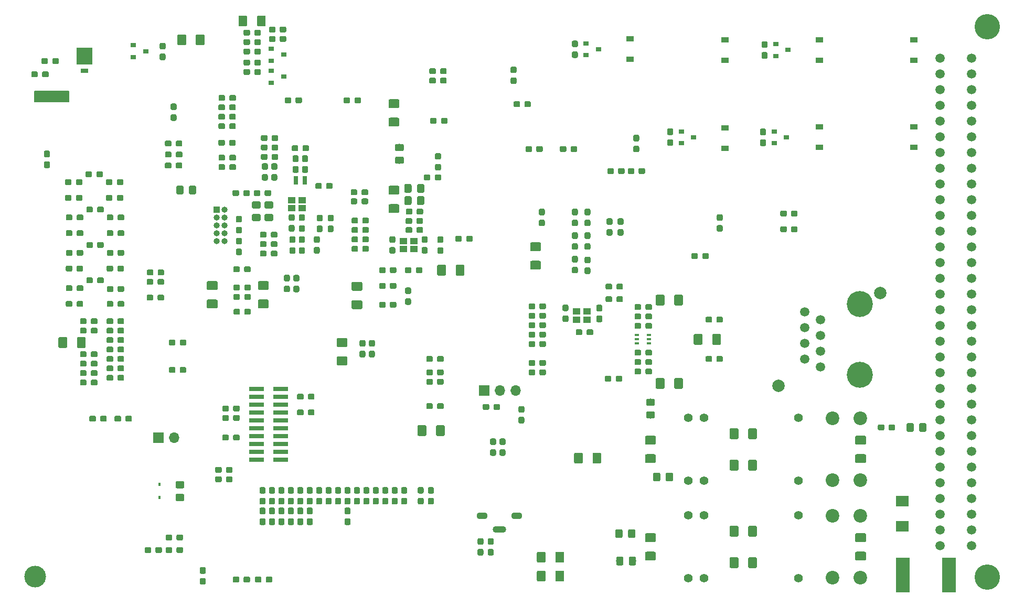
<source format=gbr>
G04 #@! TF.GenerationSoftware,KiCad,Pcbnew,5.1.4*
G04 #@! TF.CreationDate,2019-08-28T20:29:57+02:00*
G04 #@! TF.ProjectId,ETH1CJTAG,45544831-434a-4544-9147-2e6b69636164,rev?*
G04 #@! TF.SameCoordinates,Original*
G04 #@! TF.FileFunction,Soldermask,Bot*
G04 #@! TF.FilePolarity,Negative*
%FSLAX46Y46*%
G04 Gerber Fmt 4.6, Leading zero omitted, Abs format (unit mm)*
G04 Created by KiCad (PCBNEW 5.1.4) date 2019-08-28 20:29:57*
%MOMM*%
%LPD*%
G04 APERTURE LIST*
%ADD10C,0.100000*%
%ADD11C,0.950000*%
%ADD12C,0.500000*%
%ADD13R,0.900000X0.800000*%
%ADD14R,1.270000X0.762000*%
%ADD15R,2.540000X2.670000*%
%ADD16C,1.425000*%
%ADD17C,1.501140*%
%ADD18C,4.100000*%
%ADD19C,3.500000*%
%ADD20C,2.000000*%
%ADD21C,1.500000*%
%ADD22C,4.200000*%
%ADD23R,0.450000X0.600000*%
%ADD24R,0.650000X0.400000*%
%ADD25R,2.400000X0.740000*%
%ADD26R,1.200000X1.000000*%
%ADD27R,0.700000X1.400000*%
%ADD28C,1.400000*%
%ADD29C,1.150000*%
%ADD30C,2.200000*%
%ADD31O,1.700000X1.700000*%
%ADD32R,1.700000X1.700000*%
%ADD33O,1.000000X1.000000*%
%ADD34R,1.000000X1.000000*%
%ADD35O,2.200000X1.100000*%
%ADD36O,1.800000X1.100000*%
%ADD37R,2.300000X5.600000*%
%ADD38R,1.200000X0.900000*%
%ADD39R,2.159000X1.778000*%
%ADD40C,0.127000*%
G04 APERTURE END LIST*
D10*
G36*
X71839779Y-52739144D02*
G01*
X71862834Y-52742563D01*
X71885443Y-52748227D01*
X71907387Y-52756079D01*
X71928457Y-52766044D01*
X71948448Y-52778026D01*
X71967168Y-52791910D01*
X71984438Y-52807562D01*
X72000090Y-52824832D01*
X72013974Y-52843552D01*
X72025956Y-52863543D01*
X72035921Y-52884613D01*
X72043773Y-52906557D01*
X72049437Y-52929166D01*
X72052856Y-52952221D01*
X72054000Y-52975500D01*
X72054000Y-53450500D01*
X72052856Y-53473779D01*
X72049437Y-53496834D01*
X72043773Y-53519443D01*
X72035921Y-53541387D01*
X72025956Y-53562457D01*
X72013974Y-53582448D01*
X72000090Y-53601168D01*
X71984438Y-53618438D01*
X71967168Y-53634090D01*
X71948448Y-53647974D01*
X71928457Y-53659956D01*
X71907387Y-53669921D01*
X71885443Y-53677773D01*
X71862834Y-53683437D01*
X71839779Y-53686856D01*
X71816500Y-53688000D01*
X71241500Y-53688000D01*
X71218221Y-53686856D01*
X71195166Y-53683437D01*
X71172557Y-53677773D01*
X71150613Y-53669921D01*
X71129543Y-53659956D01*
X71109552Y-53647974D01*
X71090832Y-53634090D01*
X71073562Y-53618438D01*
X71057910Y-53601168D01*
X71044026Y-53582448D01*
X71032044Y-53562457D01*
X71022079Y-53541387D01*
X71014227Y-53519443D01*
X71008563Y-53496834D01*
X71005144Y-53473779D01*
X71004000Y-53450500D01*
X71004000Y-52975500D01*
X71005144Y-52952221D01*
X71008563Y-52929166D01*
X71014227Y-52906557D01*
X71022079Y-52884613D01*
X71032044Y-52863543D01*
X71044026Y-52843552D01*
X71057910Y-52824832D01*
X71073562Y-52807562D01*
X71090832Y-52791910D01*
X71109552Y-52778026D01*
X71129543Y-52766044D01*
X71150613Y-52756079D01*
X71172557Y-52748227D01*
X71195166Y-52742563D01*
X71218221Y-52739144D01*
X71241500Y-52738000D01*
X71816500Y-52738000D01*
X71839779Y-52739144D01*
X71839779Y-52739144D01*
G37*
D11*
X71529000Y-53213000D03*
D10*
G36*
X73589779Y-52739144D02*
G01*
X73612834Y-52742563D01*
X73635443Y-52748227D01*
X73657387Y-52756079D01*
X73678457Y-52766044D01*
X73698448Y-52778026D01*
X73717168Y-52791910D01*
X73734438Y-52807562D01*
X73750090Y-52824832D01*
X73763974Y-52843552D01*
X73775956Y-52863543D01*
X73785921Y-52884613D01*
X73793773Y-52906557D01*
X73799437Y-52929166D01*
X73802856Y-52952221D01*
X73804000Y-52975500D01*
X73804000Y-53450500D01*
X73802856Y-53473779D01*
X73799437Y-53496834D01*
X73793773Y-53519443D01*
X73785921Y-53541387D01*
X73775956Y-53562457D01*
X73763974Y-53582448D01*
X73750090Y-53601168D01*
X73734438Y-53618438D01*
X73717168Y-53634090D01*
X73698448Y-53647974D01*
X73678457Y-53659956D01*
X73657387Y-53669921D01*
X73635443Y-53677773D01*
X73612834Y-53683437D01*
X73589779Y-53686856D01*
X73566500Y-53688000D01*
X72991500Y-53688000D01*
X72968221Y-53686856D01*
X72945166Y-53683437D01*
X72922557Y-53677773D01*
X72900613Y-53669921D01*
X72879543Y-53659956D01*
X72859552Y-53647974D01*
X72840832Y-53634090D01*
X72823562Y-53618438D01*
X72807910Y-53601168D01*
X72794026Y-53582448D01*
X72782044Y-53562457D01*
X72772079Y-53541387D01*
X72764227Y-53519443D01*
X72758563Y-53496834D01*
X72755144Y-53473779D01*
X72754000Y-53450500D01*
X72754000Y-52975500D01*
X72755144Y-52952221D01*
X72758563Y-52929166D01*
X72764227Y-52906557D01*
X72772079Y-52884613D01*
X72782044Y-52863543D01*
X72794026Y-52843552D01*
X72807910Y-52824832D01*
X72823562Y-52807562D01*
X72840832Y-52791910D01*
X72859552Y-52778026D01*
X72879543Y-52766044D01*
X72900613Y-52756079D01*
X72922557Y-52748227D01*
X72945166Y-52742563D01*
X72968221Y-52739144D01*
X72991500Y-52738000D01*
X73566500Y-52738000D01*
X73589779Y-52739144D01*
X73589779Y-52739144D01*
G37*
D11*
X73279000Y-53213000D03*
D10*
G36*
X143770779Y-129877144D02*
G01*
X143793834Y-129880563D01*
X143816443Y-129886227D01*
X143838387Y-129894079D01*
X143859457Y-129904044D01*
X143879448Y-129916026D01*
X143898168Y-129929910D01*
X143915438Y-129945562D01*
X143931090Y-129962832D01*
X143944974Y-129981552D01*
X143956956Y-130001543D01*
X143966921Y-130022613D01*
X143974773Y-130044557D01*
X143980437Y-130067166D01*
X143983856Y-130090221D01*
X143985000Y-130113500D01*
X143985000Y-130688500D01*
X143983856Y-130711779D01*
X143980437Y-130734834D01*
X143974773Y-130757443D01*
X143966921Y-130779387D01*
X143956956Y-130800457D01*
X143944974Y-130820448D01*
X143931090Y-130839168D01*
X143915438Y-130856438D01*
X143898168Y-130872090D01*
X143879448Y-130885974D01*
X143859457Y-130897956D01*
X143838387Y-130907921D01*
X143816443Y-130915773D01*
X143793834Y-130921437D01*
X143770779Y-130924856D01*
X143747500Y-130926000D01*
X143272500Y-130926000D01*
X143249221Y-130924856D01*
X143226166Y-130921437D01*
X143203557Y-130915773D01*
X143181613Y-130907921D01*
X143160543Y-130897956D01*
X143140552Y-130885974D01*
X143121832Y-130872090D01*
X143104562Y-130856438D01*
X143088910Y-130839168D01*
X143075026Y-130820448D01*
X143063044Y-130800457D01*
X143053079Y-130779387D01*
X143045227Y-130757443D01*
X143039563Y-130734834D01*
X143036144Y-130711779D01*
X143035000Y-130688500D01*
X143035000Y-130113500D01*
X143036144Y-130090221D01*
X143039563Y-130067166D01*
X143045227Y-130044557D01*
X143053079Y-130022613D01*
X143063044Y-130001543D01*
X143075026Y-129981552D01*
X143088910Y-129962832D01*
X143104562Y-129945562D01*
X143121832Y-129929910D01*
X143140552Y-129916026D01*
X143160543Y-129904044D01*
X143181613Y-129894079D01*
X143203557Y-129886227D01*
X143226166Y-129880563D01*
X143249221Y-129877144D01*
X143272500Y-129876000D01*
X143747500Y-129876000D01*
X143770779Y-129877144D01*
X143770779Y-129877144D01*
G37*
D11*
X143510000Y-130401000D03*
D10*
G36*
X143770779Y-128127144D02*
G01*
X143793834Y-128130563D01*
X143816443Y-128136227D01*
X143838387Y-128144079D01*
X143859457Y-128154044D01*
X143879448Y-128166026D01*
X143898168Y-128179910D01*
X143915438Y-128195562D01*
X143931090Y-128212832D01*
X143944974Y-128231552D01*
X143956956Y-128251543D01*
X143966921Y-128272613D01*
X143974773Y-128294557D01*
X143980437Y-128317166D01*
X143983856Y-128340221D01*
X143985000Y-128363500D01*
X143985000Y-128938500D01*
X143983856Y-128961779D01*
X143980437Y-128984834D01*
X143974773Y-129007443D01*
X143966921Y-129029387D01*
X143956956Y-129050457D01*
X143944974Y-129070448D01*
X143931090Y-129089168D01*
X143915438Y-129106438D01*
X143898168Y-129122090D01*
X143879448Y-129135974D01*
X143859457Y-129147956D01*
X143838387Y-129157921D01*
X143816443Y-129165773D01*
X143793834Y-129171437D01*
X143770779Y-129174856D01*
X143747500Y-129176000D01*
X143272500Y-129176000D01*
X143249221Y-129174856D01*
X143226166Y-129171437D01*
X143203557Y-129165773D01*
X143181613Y-129157921D01*
X143160543Y-129147956D01*
X143140552Y-129135974D01*
X143121832Y-129122090D01*
X143104562Y-129106438D01*
X143088910Y-129089168D01*
X143075026Y-129070448D01*
X143063044Y-129050457D01*
X143053079Y-129029387D01*
X143045227Y-129007443D01*
X143039563Y-128984834D01*
X143036144Y-128961779D01*
X143035000Y-128938500D01*
X143035000Y-128363500D01*
X143036144Y-128340221D01*
X143039563Y-128317166D01*
X143045227Y-128294557D01*
X143053079Y-128272613D01*
X143063044Y-128251543D01*
X143075026Y-128231552D01*
X143088910Y-128212832D01*
X143104562Y-128195562D01*
X143121832Y-128179910D01*
X143140552Y-128166026D01*
X143160543Y-128154044D01*
X143181613Y-128144079D01*
X143203557Y-128136227D01*
X143226166Y-128130563D01*
X143249221Y-128127144D01*
X143272500Y-128126000D01*
X143747500Y-128126000D01*
X143770779Y-128127144D01*
X143770779Y-128127144D01*
G37*
D11*
X143510000Y-128651000D03*
D10*
G36*
X145421779Y-129877144D02*
G01*
X145444834Y-129880563D01*
X145467443Y-129886227D01*
X145489387Y-129894079D01*
X145510457Y-129904044D01*
X145530448Y-129916026D01*
X145549168Y-129929910D01*
X145566438Y-129945562D01*
X145582090Y-129962832D01*
X145595974Y-129981552D01*
X145607956Y-130001543D01*
X145617921Y-130022613D01*
X145625773Y-130044557D01*
X145631437Y-130067166D01*
X145634856Y-130090221D01*
X145636000Y-130113500D01*
X145636000Y-130688500D01*
X145634856Y-130711779D01*
X145631437Y-130734834D01*
X145625773Y-130757443D01*
X145617921Y-130779387D01*
X145607956Y-130800457D01*
X145595974Y-130820448D01*
X145582090Y-130839168D01*
X145566438Y-130856438D01*
X145549168Y-130872090D01*
X145530448Y-130885974D01*
X145510457Y-130897956D01*
X145489387Y-130907921D01*
X145467443Y-130915773D01*
X145444834Y-130921437D01*
X145421779Y-130924856D01*
X145398500Y-130926000D01*
X144923500Y-130926000D01*
X144900221Y-130924856D01*
X144877166Y-130921437D01*
X144854557Y-130915773D01*
X144832613Y-130907921D01*
X144811543Y-130897956D01*
X144791552Y-130885974D01*
X144772832Y-130872090D01*
X144755562Y-130856438D01*
X144739910Y-130839168D01*
X144726026Y-130820448D01*
X144714044Y-130800457D01*
X144704079Y-130779387D01*
X144696227Y-130757443D01*
X144690563Y-130734834D01*
X144687144Y-130711779D01*
X144686000Y-130688500D01*
X144686000Y-130113500D01*
X144687144Y-130090221D01*
X144690563Y-130067166D01*
X144696227Y-130044557D01*
X144704079Y-130022613D01*
X144714044Y-130001543D01*
X144726026Y-129981552D01*
X144739910Y-129962832D01*
X144755562Y-129945562D01*
X144772832Y-129929910D01*
X144791552Y-129916026D01*
X144811543Y-129904044D01*
X144832613Y-129894079D01*
X144854557Y-129886227D01*
X144877166Y-129880563D01*
X144900221Y-129877144D01*
X144923500Y-129876000D01*
X145398500Y-129876000D01*
X145421779Y-129877144D01*
X145421779Y-129877144D01*
G37*
D11*
X145161000Y-130401000D03*
D10*
G36*
X145421779Y-128127144D02*
G01*
X145444834Y-128130563D01*
X145467443Y-128136227D01*
X145489387Y-128144079D01*
X145510457Y-128154044D01*
X145530448Y-128166026D01*
X145549168Y-128179910D01*
X145566438Y-128195562D01*
X145582090Y-128212832D01*
X145595974Y-128231552D01*
X145607956Y-128251543D01*
X145617921Y-128272613D01*
X145625773Y-128294557D01*
X145631437Y-128317166D01*
X145634856Y-128340221D01*
X145636000Y-128363500D01*
X145636000Y-128938500D01*
X145634856Y-128961779D01*
X145631437Y-128984834D01*
X145625773Y-129007443D01*
X145617921Y-129029387D01*
X145607956Y-129050457D01*
X145595974Y-129070448D01*
X145582090Y-129089168D01*
X145566438Y-129106438D01*
X145549168Y-129122090D01*
X145530448Y-129135974D01*
X145510457Y-129147956D01*
X145489387Y-129157921D01*
X145467443Y-129165773D01*
X145444834Y-129171437D01*
X145421779Y-129174856D01*
X145398500Y-129176000D01*
X144923500Y-129176000D01*
X144900221Y-129174856D01*
X144877166Y-129171437D01*
X144854557Y-129165773D01*
X144832613Y-129157921D01*
X144811543Y-129147956D01*
X144791552Y-129135974D01*
X144772832Y-129122090D01*
X144755562Y-129106438D01*
X144739910Y-129089168D01*
X144726026Y-129070448D01*
X144714044Y-129050457D01*
X144704079Y-129029387D01*
X144696227Y-129007443D01*
X144690563Y-128984834D01*
X144687144Y-128961779D01*
X144686000Y-128938500D01*
X144686000Y-128363500D01*
X144687144Y-128340221D01*
X144690563Y-128317166D01*
X144696227Y-128294557D01*
X144704079Y-128272613D01*
X144714044Y-128251543D01*
X144726026Y-128231552D01*
X144739910Y-128212832D01*
X144755562Y-128195562D01*
X144772832Y-128179910D01*
X144791552Y-128166026D01*
X144811543Y-128154044D01*
X144832613Y-128144079D01*
X144854557Y-128136227D01*
X144877166Y-128130563D01*
X144900221Y-128127144D01*
X144923500Y-128126000D01*
X145398500Y-128126000D01*
X145421779Y-128127144D01*
X145421779Y-128127144D01*
G37*
D11*
X145161000Y-128651000D03*
D10*
G36*
X135769779Y-119886144D02*
G01*
X135792834Y-119889563D01*
X135815443Y-119895227D01*
X135837387Y-119903079D01*
X135858457Y-119913044D01*
X135878448Y-119925026D01*
X135897168Y-119938910D01*
X135914438Y-119954562D01*
X135930090Y-119971832D01*
X135943974Y-119990552D01*
X135955956Y-120010543D01*
X135965921Y-120031613D01*
X135973773Y-120053557D01*
X135979437Y-120076166D01*
X135982856Y-120099221D01*
X135984000Y-120122500D01*
X135984000Y-120697500D01*
X135982856Y-120720779D01*
X135979437Y-120743834D01*
X135973773Y-120766443D01*
X135965921Y-120788387D01*
X135955956Y-120809457D01*
X135943974Y-120829448D01*
X135930090Y-120848168D01*
X135914438Y-120865438D01*
X135897168Y-120881090D01*
X135878448Y-120894974D01*
X135858457Y-120906956D01*
X135837387Y-120916921D01*
X135815443Y-120924773D01*
X135792834Y-120930437D01*
X135769779Y-120933856D01*
X135746500Y-120935000D01*
X135271500Y-120935000D01*
X135248221Y-120933856D01*
X135225166Y-120930437D01*
X135202557Y-120924773D01*
X135180613Y-120916921D01*
X135159543Y-120906956D01*
X135139552Y-120894974D01*
X135120832Y-120881090D01*
X135103562Y-120865438D01*
X135087910Y-120848168D01*
X135074026Y-120829448D01*
X135062044Y-120809457D01*
X135052079Y-120788387D01*
X135044227Y-120766443D01*
X135038563Y-120743834D01*
X135035144Y-120720779D01*
X135034000Y-120697500D01*
X135034000Y-120122500D01*
X135035144Y-120099221D01*
X135038563Y-120076166D01*
X135044227Y-120053557D01*
X135052079Y-120031613D01*
X135062044Y-120010543D01*
X135074026Y-119990552D01*
X135087910Y-119971832D01*
X135103562Y-119954562D01*
X135120832Y-119938910D01*
X135139552Y-119925026D01*
X135159543Y-119913044D01*
X135180613Y-119903079D01*
X135202557Y-119895227D01*
X135225166Y-119889563D01*
X135248221Y-119886144D01*
X135271500Y-119885000D01*
X135746500Y-119885000D01*
X135769779Y-119886144D01*
X135769779Y-119886144D01*
G37*
D11*
X135509000Y-120410000D03*
D10*
G36*
X135769779Y-121636144D02*
G01*
X135792834Y-121639563D01*
X135815443Y-121645227D01*
X135837387Y-121653079D01*
X135858457Y-121663044D01*
X135878448Y-121675026D01*
X135897168Y-121688910D01*
X135914438Y-121704562D01*
X135930090Y-121721832D01*
X135943974Y-121740552D01*
X135955956Y-121760543D01*
X135965921Y-121781613D01*
X135973773Y-121803557D01*
X135979437Y-121826166D01*
X135982856Y-121849221D01*
X135984000Y-121872500D01*
X135984000Y-122447500D01*
X135982856Y-122470779D01*
X135979437Y-122493834D01*
X135973773Y-122516443D01*
X135965921Y-122538387D01*
X135955956Y-122559457D01*
X135943974Y-122579448D01*
X135930090Y-122598168D01*
X135914438Y-122615438D01*
X135897168Y-122631090D01*
X135878448Y-122644974D01*
X135858457Y-122656956D01*
X135837387Y-122666921D01*
X135815443Y-122674773D01*
X135792834Y-122680437D01*
X135769779Y-122683856D01*
X135746500Y-122685000D01*
X135271500Y-122685000D01*
X135248221Y-122683856D01*
X135225166Y-122680437D01*
X135202557Y-122674773D01*
X135180613Y-122666921D01*
X135159543Y-122656956D01*
X135139552Y-122644974D01*
X135120832Y-122631090D01*
X135103562Y-122615438D01*
X135087910Y-122598168D01*
X135074026Y-122579448D01*
X135062044Y-122559457D01*
X135052079Y-122538387D01*
X135044227Y-122516443D01*
X135038563Y-122493834D01*
X135035144Y-122470779D01*
X135034000Y-122447500D01*
X135034000Y-121872500D01*
X135035144Y-121849221D01*
X135038563Y-121826166D01*
X135044227Y-121803557D01*
X135052079Y-121781613D01*
X135062044Y-121760543D01*
X135074026Y-121740552D01*
X135087910Y-121721832D01*
X135103562Y-121704562D01*
X135120832Y-121688910D01*
X135139552Y-121675026D01*
X135159543Y-121663044D01*
X135180613Y-121653079D01*
X135202557Y-121645227D01*
X135225166Y-121639563D01*
X135248221Y-121636144D01*
X135271500Y-121635000D01*
X135746500Y-121635000D01*
X135769779Y-121636144D01*
X135769779Y-121636144D01*
G37*
D11*
X135509000Y-122160000D03*
D12*
X76065000Y-57269000D03*
X76073000Y-56269000D03*
X75065000Y-56269000D03*
X75065000Y-57269000D03*
X75565000Y-56769000D03*
D10*
G36*
X92462779Y-48117144D02*
G01*
X92485834Y-48120563D01*
X92508443Y-48126227D01*
X92530387Y-48134079D01*
X92551457Y-48144044D01*
X92571448Y-48156026D01*
X92590168Y-48169910D01*
X92607438Y-48185562D01*
X92623090Y-48202832D01*
X92636974Y-48221552D01*
X92648956Y-48241543D01*
X92658921Y-48262613D01*
X92666773Y-48284557D01*
X92672437Y-48307166D01*
X92675856Y-48330221D01*
X92677000Y-48353500D01*
X92677000Y-48928500D01*
X92675856Y-48951779D01*
X92672437Y-48974834D01*
X92666773Y-48997443D01*
X92658921Y-49019387D01*
X92648956Y-49040457D01*
X92636974Y-49060448D01*
X92623090Y-49079168D01*
X92607438Y-49096438D01*
X92590168Y-49112090D01*
X92571448Y-49125974D01*
X92551457Y-49137956D01*
X92530387Y-49147921D01*
X92508443Y-49155773D01*
X92485834Y-49161437D01*
X92462779Y-49164856D01*
X92439500Y-49166000D01*
X91964500Y-49166000D01*
X91941221Y-49164856D01*
X91918166Y-49161437D01*
X91895557Y-49155773D01*
X91873613Y-49147921D01*
X91852543Y-49137956D01*
X91832552Y-49125974D01*
X91813832Y-49112090D01*
X91796562Y-49096438D01*
X91780910Y-49079168D01*
X91767026Y-49060448D01*
X91755044Y-49040457D01*
X91745079Y-49019387D01*
X91737227Y-48997443D01*
X91731563Y-48974834D01*
X91728144Y-48951779D01*
X91727000Y-48928500D01*
X91727000Y-48353500D01*
X91728144Y-48330221D01*
X91731563Y-48307166D01*
X91737227Y-48284557D01*
X91745079Y-48262613D01*
X91755044Y-48241543D01*
X91767026Y-48221552D01*
X91780910Y-48202832D01*
X91796562Y-48185562D01*
X91813832Y-48169910D01*
X91832552Y-48156026D01*
X91852543Y-48144044D01*
X91873613Y-48134079D01*
X91895557Y-48126227D01*
X91918166Y-48120563D01*
X91941221Y-48117144D01*
X91964500Y-48116000D01*
X92439500Y-48116000D01*
X92462779Y-48117144D01*
X92462779Y-48117144D01*
G37*
D11*
X92202000Y-48641000D03*
D10*
G36*
X92462779Y-49867144D02*
G01*
X92485834Y-49870563D01*
X92508443Y-49876227D01*
X92530387Y-49884079D01*
X92551457Y-49894044D01*
X92571448Y-49906026D01*
X92590168Y-49919910D01*
X92607438Y-49935562D01*
X92623090Y-49952832D01*
X92636974Y-49971552D01*
X92648956Y-49991543D01*
X92658921Y-50012613D01*
X92666773Y-50034557D01*
X92672437Y-50057166D01*
X92675856Y-50080221D01*
X92677000Y-50103500D01*
X92677000Y-50678500D01*
X92675856Y-50701779D01*
X92672437Y-50724834D01*
X92666773Y-50747443D01*
X92658921Y-50769387D01*
X92648956Y-50790457D01*
X92636974Y-50810448D01*
X92623090Y-50829168D01*
X92607438Y-50846438D01*
X92590168Y-50862090D01*
X92571448Y-50875974D01*
X92551457Y-50887956D01*
X92530387Y-50897921D01*
X92508443Y-50905773D01*
X92485834Y-50911437D01*
X92462779Y-50914856D01*
X92439500Y-50916000D01*
X91964500Y-50916000D01*
X91941221Y-50914856D01*
X91918166Y-50911437D01*
X91895557Y-50905773D01*
X91873613Y-50897921D01*
X91852543Y-50887956D01*
X91832552Y-50875974D01*
X91813832Y-50862090D01*
X91796562Y-50846438D01*
X91780910Y-50829168D01*
X91767026Y-50810448D01*
X91755044Y-50790457D01*
X91745079Y-50769387D01*
X91737227Y-50747443D01*
X91731563Y-50724834D01*
X91728144Y-50701779D01*
X91727000Y-50678500D01*
X91727000Y-50103500D01*
X91728144Y-50080221D01*
X91731563Y-50057166D01*
X91737227Y-50034557D01*
X91745079Y-50012613D01*
X91755044Y-49991543D01*
X91767026Y-49971552D01*
X91780910Y-49952832D01*
X91796562Y-49935562D01*
X91813832Y-49919910D01*
X91832552Y-49906026D01*
X91852543Y-49894044D01*
X91873613Y-49884079D01*
X91895557Y-49876227D01*
X91918166Y-49870563D01*
X91941221Y-49867144D01*
X91964500Y-49866000D01*
X92439500Y-49866000D01*
X92462779Y-49867144D01*
X92462779Y-49867144D01*
G37*
D11*
X92202000Y-50391000D03*
D13*
X89503000Y-49464000D03*
X87503000Y-48514000D03*
X87503000Y-50414000D03*
D14*
X79629000Y-52641500D03*
D15*
X79629000Y-50292000D03*
D10*
G36*
X73793779Y-67294144D02*
G01*
X73816834Y-67297563D01*
X73839443Y-67303227D01*
X73861387Y-67311079D01*
X73882457Y-67321044D01*
X73902448Y-67333026D01*
X73921168Y-67346910D01*
X73938438Y-67362562D01*
X73954090Y-67379832D01*
X73967974Y-67398552D01*
X73979956Y-67418543D01*
X73989921Y-67439613D01*
X73997773Y-67461557D01*
X74003437Y-67484166D01*
X74006856Y-67507221D01*
X74008000Y-67530500D01*
X74008000Y-68105500D01*
X74006856Y-68128779D01*
X74003437Y-68151834D01*
X73997773Y-68174443D01*
X73989921Y-68196387D01*
X73979956Y-68217457D01*
X73967974Y-68237448D01*
X73954090Y-68256168D01*
X73938438Y-68273438D01*
X73921168Y-68289090D01*
X73902448Y-68302974D01*
X73882457Y-68314956D01*
X73861387Y-68324921D01*
X73839443Y-68332773D01*
X73816834Y-68338437D01*
X73793779Y-68341856D01*
X73770500Y-68343000D01*
X73295500Y-68343000D01*
X73272221Y-68341856D01*
X73249166Y-68338437D01*
X73226557Y-68332773D01*
X73204613Y-68324921D01*
X73183543Y-68314956D01*
X73163552Y-68302974D01*
X73144832Y-68289090D01*
X73127562Y-68273438D01*
X73111910Y-68256168D01*
X73098026Y-68237448D01*
X73086044Y-68217457D01*
X73076079Y-68196387D01*
X73068227Y-68174443D01*
X73062563Y-68151834D01*
X73059144Y-68128779D01*
X73058000Y-68105500D01*
X73058000Y-67530500D01*
X73059144Y-67507221D01*
X73062563Y-67484166D01*
X73068227Y-67461557D01*
X73076079Y-67439613D01*
X73086044Y-67418543D01*
X73098026Y-67398552D01*
X73111910Y-67379832D01*
X73127562Y-67362562D01*
X73144832Y-67346910D01*
X73163552Y-67333026D01*
X73183543Y-67321044D01*
X73204613Y-67311079D01*
X73226557Y-67303227D01*
X73249166Y-67297563D01*
X73272221Y-67294144D01*
X73295500Y-67293000D01*
X73770500Y-67293000D01*
X73793779Y-67294144D01*
X73793779Y-67294144D01*
G37*
D11*
X73533000Y-67818000D03*
D10*
G36*
X73793779Y-65544144D02*
G01*
X73816834Y-65547563D01*
X73839443Y-65553227D01*
X73861387Y-65561079D01*
X73882457Y-65571044D01*
X73902448Y-65583026D01*
X73921168Y-65596910D01*
X73938438Y-65612562D01*
X73954090Y-65629832D01*
X73967974Y-65648552D01*
X73979956Y-65668543D01*
X73989921Y-65689613D01*
X73997773Y-65711557D01*
X74003437Y-65734166D01*
X74006856Y-65757221D01*
X74008000Y-65780500D01*
X74008000Y-66355500D01*
X74006856Y-66378779D01*
X74003437Y-66401834D01*
X73997773Y-66424443D01*
X73989921Y-66446387D01*
X73979956Y-66467457D01*
X73967974Y-66487448D01*
X73954090Y-66506168D01*
X73938438Y-66523438D01*
X73921168Y-66539090D01*
X73902448Y-66552974D01*
X73882457Y-66564956D01*
X73861387Y-66574921D01*
X73839443Y-66582773D01*
X73816834Y-66588437D01*
X73793779Y-66591856D01*
X73770500Y-66593000D01*
X73295500Y-66593000D01*
X73272221Y-66591856D01*
X73249166Y-66588437D01*
X73226557Y-66582773D01*
X73204613Y-66574921D01*
X73183543Y-66564956D01*
X73163552Y-66552974D01*
X73144832Y-66539090D01*
X73127562Y-66523438D01*
X73111910Y-66506168D01*
X73098026Y-66487448D01*
X73086044Y-66467457D01*
X73076079Y-66446387D01*
X73068227Y-66424443D01*
X73062563Y-66401834D01*
X73059144Y-66378779D01*
X73058000Y-66355500D01*
X73058000Y-65780500D01*
X73059144Y-65757221D01*
X73062563Y-65734166D01*
X73068227Y-65711557D01*
X73076079Y-65689613D01*
X73086044Y-65668543D01*
X73098026Y-65648552D01*
X73111910Y-65629832D01*
X73127562Y-65612562D01*
X73144832Y-65596910D01*
X73163552Y-65583026D01*
X73183543Y-65571044D01*
X73204613Y-65561079D01*
X73226557Y-65553227D01*
X73249166Y-65547563D01*
X73272221Y-65544144D01*
X73295500Y-65543000D01*
X73770500Y-65543000D01*
X73793779Y-65544144D01*
X73793779Y-65544144D01*
G37*
D11*
X73533000Y-66068000D03*
D10*
G36*
X73490779Y-50580144D02*
G01*
X73513834Y-50583563D01*
X73536443Y-50589227D01*
X73558387Y-50597079D01*
X73579457Y-50607044D01*
X73599448Y-50619026D01*
X73618168Y-50632910D01*
X73635438Y-50648562D01*
X73651090Y-50665832D01*
X73664974Y-50684552D01*
X73676956Y-50704543D01*
X73686921Y-50725613D01*
X73694773Y-50747557D01*
X73700437Y-50770166D01*
X73703856Y-50793221D01*
X73705000Y-50816500D01*
X73705000Y-51291500D01*
X73703856Y-51314779D01*
X73700437Y-51337834D01*
X73694773Y-51360443D01*
X73686921Y-51382387D01*
X73676956Y-51403457D01*
X73664974Y-51423448D01*
X73651090Y-51442168D01*
X73635438Y-51459438D01*
X73618168Y-51475090D01*
X73599448Y-51488974D01*
X73579457Y-51500956D01*
X73558387Y-51510921D01*
X73536443Y-51518773D01*
X73513834Y-51524437D01*
X73490779Y-51527856D01*
X73467500Y-51529000D01*
X72892500Y-51529000D01*
X72869221Y-51527856D01*
X72846166Y-51524437D01*
X72823557Y-51518773D01*
X72801613Y-51510921D01*
X72780543Y-51500956D01*
X72760552Y-51488974D01*
X72741832Y-51475090D01*
X72724562Y-51459438D01*
X72708910Y-51442168D01*
X72695026Y-51423448D01*
X72683044Y-51403457D01*
X72673079Y-51382387D01*
X72665227Y-51360443D01*
X72659563Y-51337834D01*
X72656144Y-51314779D01*
X72655000Y-51291500D01*
X72655000Y-50816500D01*
X72656144Y-50793221D01*
X72659563Y-50770166D01*
X72665227Y-50747557D01*
X72673079Y-50725613D01*
X72683044Y-50704543D01*
X72695026Y-50684552D01*
X72708910Y-50665832D01*
X72724562Y-50648562D01*
X72741832Y-50632910D01*
X72760552Y-50619026D01*
X72780543Y-50607044D01*
X72801613Y-50597079D01*
X72823557Y-50589227D01*
X72846166Y-50583563D01*
X72869221Y-50580144D01*
X72892500Y-50579000D01*
X73467500Y-50579000D01*
X73490779Y-50580144D01*
X73490779Y-50580144D01*
G37*
D11*
X73180000Y-51054000D03*
D10*
G36*
X75240779Y-50580144D02*
G01*
X75263834Y-50583563D01*
X75286443Y-50589227D01*
X75308387Y-50597079D01*
X75329457Y-50607044D01*
X75349448Y-50619026D01*
X75368168Y-50632910D01*
X75385438Y-50648562D01*
X75401090Y-50665832D01*
X75414974Y-50684552D01*
X75426956Y-50704543D01*
X75436921Y-50725613D01*
X75444773Y-50747557D01*
X75450437Y-50770166D01*
X75453856Y-50793221D01*
X75455000Y-50816500D01*
X75455000Y-51291500D01*
X75453856Y-51314779D01*
X75450437Y-51337834D01*
X75444773Y-51360443D01*
X75436921Y-51382387D01*
X75426956Y-51403457D01*
X75414974Y-51423448D01*
X75401090Y-51442168D01*
X75385438Y-51459438D01*
X75368168Y-51475090D01*
X75349448Y-51488974D01*
X75329457Y-51500956D01*
X75308387Y-51510921D01*
X75286443Y-51518773D01*
X75263834Y-51524437D01*
X75240779Y-51527856D01*
X75217500Y-51529000D01*
X74642500Y-51529000D01*
X74619221Y-51527856D01*
X74596166Y-51524437D01*
X74573557Y-51518773D01*
X74551613Y-51510921D01*
X74530543Y-51500956D01*
X74510552Y-51488974D01*
X74491832Y-51475090D01*
X74474562Y-51459438D01*
X74458910Y-51442168D01*
X74445026Y-51423448D01*
X74433044Y-51403457D01*
X74423079Y-51382387D01*
X74415227Y-51360443D01*
X74409563Y-51337834D01*
X74406144Y-51314779D01*
X74405000Y-51291500D01*
X74405000Y-50816500D01*
X74406144Y-50793221D01*
X74409563Y-50770166D01*
X74415227Y-50747557D01*
X74423079Y-50725613D01*
X74433044Y-50704543D01*
X74445026Y-50684552D01*
X74458910Y-50665832D01*
X74474562Y-50648562D01*
X74491832Y-50632910D01*
X74510552Y-50619026D01*
X74530543Y-50607044D01*
X74551613Y-50597079D01*
X74573557Y-50589227D01*
X74596166Y-50583563D01*
X74619221Y-50580144D01*
X74642500Y-50579000D01*
X75217500Y-50579000D01*
X75240779Y-50580144D01*
X75240779Y-50580144D01*
G37*
D11*
X74930000Y-51054000D03*
D10*
G36*
X92230779Y-86267144D02*
G01*
X92253834Y-86270563D01*
X92276443Y-86276227D01*
X92298387Y-86284079D01*
X92319457Y-86294044D01*
X92339448Y-86306026D01*
X92358168Y-86319910D01*
X92375438Y-86335562D01*
X92391090Y-86352832D01*
X92404974Y-86371552D01*
X92416956Y-86391543D01*
X92426921Y-86412613D01*
X92434773Y-86434557D01*
X92440437Y-86457166D01*
X92443856Y-86480221D01*
X92445000Y-86503500D01*
X92445000Y-86978500D01*
X92443856Y-87001779D01*
X92440437Y-87024834D01*
X92434773Y-87047443D01*
X92426921Y-87069387D01*
X92416956Y-87090457D01*
X92404974Y-87110448D01*
X92391090Y-87129168D01*
X92375438Y-87146438D01*
X92358168Y-87162090D01*
X92339448Y-87175974D01*
X92319457Y-87187956D01*
X92298387Y-87197921D01*
X92276443Y-87205773D01*
X92253834Y-87211437D01*
X92230779Y-87214856D01*
X92207500Y-87216000D01*
X91632500Y-87216000D01*
X91609221Y-87214856D01*
X91586166Y-87211437D01*
X91563557Y-87205773D01*
X91541613Y-87197921D01*
X91520543Y-87187956D01*
X91500552Y-87175974D01*
X91481832Y-87162090D01*
X91464562Y-87146438D01*
X91448910Y-87129168D01*
X91435026Y-87110448D01*
X91423044Y-87090457D01*
X91413079Y-87069387D01*
X91405227Y-87047443D01*
X91399563Y-87024834D01*
X91396144Y-87001779D01*
X91395000Y-86978500D01*
X91395000Y-86503500D01*
X91396144Y-86480221D01*
X91399563Y-86457166D01*
X91405227Y-86434557D01*
X91413079Y-86412613D01*
X91423044Y-86391543D01*
X91435026Y-86371552D01*
X91448910Y-86352832D01*
X91464562Y-86335562D01*
X91481832Y-86319910D01*
X91500552Y-86306026D01*
X91520543Y-86294044D01*
X91541613Y-86284079D01*
X91563557Y-86276227D01*
X91586166Y-86270563D01*
X91609221Y-86267144D01*
X91632500Y-86266000D01*
X92207500Y-86266000D01*
X92230779Y-86267144D01*
X92230779Y-86267144D01*
G37*
D11*
X91920000Y-86741000D03*
D10*
G36*
X90480779Y-86267144D02*
G01*
X90503834Y-86270563D01*
X90526443Y-86276227D01*
X90548387Y-86284079D01*
X90569457Y-86294044D01*
X90589448Y-86306026D01*
X90608168Y-86319910D01*
X90625438Y-86335562D01*
X90641090Y-86352832D01*
X90654974Y-86371552D01*
X90666956Y-86391543D01*
X90676921Y-86412613D01*
X90684773Y-86434557D01*
X90690437Y-86457166D01*
X90693856Y-86480221D01*
X90695000Y-86503500D01*
X90695000Y-86978500D01*
X90693856Y-87001779D01*
X90690437Y-87024834D01*
X90684773Y-87047443D01*
X90676921Y-87069387D01*
X90666956Y-87090457D01*
X90654974Y-87110448D01*
X90641090Y-87129168D01*
X90625438Y-87146438D01*
X90608168Y-87162090D01*
X90589448Y-87175974D01*
X90569457Y-87187956D01*
X90548387Y-87197921D01*
X90526443Y-87205773D01*
X90503834Y-87211437D01*
X90480779Y-87214856D01*
X90457500Y-87216000D01*
X89882500Y-87216000D01*
X89859221Y-87214856D01*
X89836166Y-87211437D01*
X89813557Y-87205773D01*
X89791613Y-87197921D01*
X89770543Y-87187956D01*
X89750552Y-87175974D01*
X89731832Y-87162090D01*
X89714562Y-87146438D01*
X89698910Y-87129168D01*
X89685026Y-87110448D01*
X89673044Y-87090457D01*
X89663079Y-87069387D01*
X89655227Y-87047443D01*
X89649563Y-87024834D01*
X89646144Y-87001779D01*
X89645000Y-86978500D01*
X89645000Y-86503500D01*
X89646144Y-86480221D01*
X89649563Y-86457166D01*
X89655227Y-86434557D01*
X89663079Y-86412613D01*
X89673044Y-86391543D01*
X89685026Y-86371552D01*
X89698910Y-86352832D01*
X89714562Y-86335562D01*
X89731832Y-86319910D01*
X89750552Y-86306026D01*
X89770543Y-86294044D01*
X89791613Y-86284079D01*
X89813557Y-86276227D01*
X89836166Y-86270563D01*
X89859221Y-86267144D01*
X89882500Y-86266000D01*
X90457500Y-86266000D01*
X90480779Y-86267144D01*
X90480779Y-86267144D01*
G37*
D11*
X90170000Y-86741000D03*
D10*
G36*
X164598779Y-76466144D02*
G01*
X164621834Y-76469563D01*
X164644443Y-76475227D01*
X164666387Y-76483079D01*
X164687457Y-76493044D01*
X164707448Y-76505026D01*
X164726168Y-76518910D01*
X164743438Y-76534562D01*
X164759090Y-76551832D01*
X164772974Y-76570552D01*
X164784956Y-76590543D01*
X164794921Y-76611613D01*
X164802773Y-76633557D01*
X164808437Y-76656166D01*
X164811856Y-76679221D01*
X164813000Y-76702500D01*
X164813000Y-77277500D01*
X164811856Y-77300779D01*
X164808437Y-77323834D01*
X164802773Y-77346443D01*
X164794921Y-77368387D01*
X164784956Y-77389457D01*
X164772974Y-77409448D01*
X164759090Y-77428168D01*
X164743438Y-77445438D01*
X164726168Y-77461090D01*
X164707448Y-77474974D01*
X164687457Y-77486956D01*
X164666387Y-77496921D01*
X164644443Y-77504773D01*
X164621834Y-77510437D01*
X164598779Y-77513856D01*
X164575500Y-77515000D01*
X164100500Y-77515000D01*
X164077221Y-77513856D01*
X164054166Y-77510437D01*
X164031557Y-77504773D01*
X164009613Y-77496921D01*
X163988543Y-77486956D01*
X163968552Y-77474974D01*
X163949832Y-77461090D01*
X163932562Y-77445438D01*
X163916910Y-77428168D01*
X163903026Y-77409448D01*
X163891044Y-77389457D01*
X163881079Y-77368387D01*
X163873227Y-77346443D01*
X163867563Y-77323834D01*
X163864144Y-77300779D01*
X163863000Y-77277500D01*
X163863000Y-76702500D01*
X163864144Y-76679221D01*
X163867563Y-76656166D01*
X163873227Y-76633557D01*
X163881079Y-76611613D01*
X163891044Y-76590543D01*
X163903026Y-76570552D01*
X163916910Y-76551832D01*
X163932562Y-76534562D01*
X163949832Y-76518910D01*
X163968552Y-76505026D01*
X163988543Y-76493044D01*
X164009613Y-76483079D01*
X164031557Y-76475227D01*
X164054166Y-76469563D01*
X164077221Y-76466144D01*
X164100500Y-76465000D01*
X164575500Y-76465000D01*
X164598779Y-76466144D01*
X164598779Y-76466144D01*
G37*
D11*
X164338000Y-76990000D03*
D10*
G36*
X164598779Y-78216144D02*
G01*
X164621834Y-78219563D01*
X164644443Y-78225227D01*
X164666387Y-78233079D01*
X164687457Y-78243044D01*
X164707448Y-78255026D01*
X164726168Y-78268910D01*
X164743438Y-78284562D01*
X164759090Y-78301832D01*
X164772974Y-78320552D01*
X164784956Y-78340543D01*
X164794921Y-78361613D01*
X164802773Y-78383557D01*
X164808437Y-78406166D01*
X164811856Y-78429221D01*
X164813000Y-78452500D01*
X164813000Y-79027500D01*
X164811856Y-79050779D01*
X164808437Y-79073834D01*
X164802773Y-79096443D01*
X164794921Y-79118387D01*
X164784956Y-79139457D01*
X164772974Y-79159448D01*
X164759090Y-79178168D01*
X164743438Y-79195438D01*
X164726168Y-79211090D01*
X164707448Y-79224974D01*
X164687457Y-79236956D01*
X164666387Y-79246921D01*
X164644443Y-79254773D01*
X164621834Y-79260437D01*
X164598779Y-79263856D01*
X164575500Y-79265000D01*
X164100500Y-79265000D01*
X164077221Y-79263856D01*
X164054166Y-79260437D01*
X164031557Y-79254773D01*
X164009613Y-79246921D01*
X163988543Y-79236956D01*
X163968552Y-79224974D01*
X163949832Y-79211090D01*
X163932562Y-79195438D01*
X163916910Y-79178168D01*
X163903026Y-79159448D01*
X163891044Y-79139457D01*
X163881079Y-79118387D01*
X163873227Y-79096443D01*
X163867563Y-79073834D01*
X163864144Y-79050779D01*
X163863000Y-79027500D01*
X163863000Y-78452500D01*
X163864144Y-78429221D01*
X163867563Y-78406166D01*
X163873227Y-78383557D01*
X163881079Y-78361613D01*
X163891044Y-78340543D01*
X163903026Y-78320552D01*
X163916910Y-78301832D01*
X163932562Y-78284562D01*
X163949832Y-78268910D01*
X163968552Y-78255026D01*
X163988543Y-78243044D01*
X164009613Y-78233079D01*
X164031557Y-78225227D01*
X164054166Y-78219563D01*
X164077221Y-78216144D01*
X164100500Y-78215000D01*
X164575500Y-78215000D01*
X164598779Y-78216144D01*
X164598779Y-78216144D01*
G37*
D11*
X164338000Y-78740000D03*
D10*
G36*
X115626779Y-64677144D02*
G01*
X115649834Y-64680563D01*
X115672443Y-64686227D01*
X115694387Y-64694079D01*
X115715457Y-64704044D01*
X115735448Y-64716026D01*
X115754168Y-64729910D01*
X115771438Y-64745562D01*
X115787090Y-64762832D01*
X115800974Y-64781552D01*
X115812956Y-64801543D01*
X115822921Y-64822613D01*
X115830773Y-64844557D01*
X115836437Y-64867166D01*
X115839856Y-64890221D01*
X115841000Y-64913500D01*
X115841000Y-65388500D01*
X115839856Y-65411779D01*
X115836437Y-65434834D01*
X115830773Y-65457443D01*
X115822921Y-65479387D01*
X115812956Y-65500457D01*
X115800974Y-65520448D01*
X115787090Y-65539168D01*
X115771438Y-65556438D01*
X115754168Y-65572090D01*
X115735448Y-65585974D01*
X115715457Y-65597956D01*
X115694387Y-65607921D01*
X115672443Y-65615773D01*
X115649834Y-65621437D01*
X115626779Y-65624856D01*
X115603500Y-65626000D01*
X115028500Y-65626000D01*
X115005221Y-65624856D01*
X114982166Y-65621437D01*
X114959557Y-65615773D01*
X114937613Y-65607921D01*
X114916543Y-65597956D01*
X114896552Y-65585974D01*
X114877832Y-65572090D01*
X114860562Y-65556438D01*
X114844910Y-65539168D01*
X114831026Y-65520448D01*
X114819044Y-65500457D01*
X114809079Y-65479387D01*
X114801227Y-65457443D01*
X114795563Y-65434834D01*
X114792144Y-65411779D01*
X114791000Y-65388500D01*
X114791000Y-64913500D01*
X114792144Y-64890221D01*
X114795563Y-64867166D01*
X114801227Y-64844557D01*
X114809079Y-64822613D01*
X114819044Y-64801543D01*
X114831026Y-64781552D01*
X114844910Y-64762832D01*
X114860562Y-64745562D01*
X114877832Y-64729910D01*
X114896552Y-64716026D01*
X114916543Y-64704044D01*
X114937613Y-64694079D01*
X114959557Y-64686227D01*
X114982166Y-64680563D01*
X115005221Y-64677144D01*
X115028500Y-64676000D01*
X115603500Y-64676000D01*
X115626779Y-64677144D01*
X115626779Y-64677144D01*
G37*
D11*
X115316000Y-65151000D03*
D10*
G36*
X113876779Y-64677144D02*
G01*
X113899834Y-64680563D01*
X113922443Y-64686227D01*
X113944387Y-64694079D01*
X113965457Y-64704044D01*
X113985448Y-64716026D01*
X114004168Y-64729910D01*
X114021438Y-64745562D01*
X114037090Y-64762832D01*
X114050974Y-64781552D01*
X114062956Y-64801543D01*
X114072921Y-64822613D01*
X114080773Y-64844557D01*
X114086437Y-64867166D01*
X114089856Y-64890221D01*
X114091000Y-64913500D01*
X114091000Y-65388500D01*
X114089856Y-65411779D01*
X114086437Y-65434834D01*
X114080773Y-65457443D01*
X114072921Y-65479387D01*
X114062956Y-65500457D01*
X114050974Y-65520448D01*
X114037090Y-65539168D01*
X114021438Y-65556438D01*
X114004168Y-65572090D01*
X113985448Y-65585974D01*
X113965457Y-65597956D01*
X113944387Y-65607921D01*
X113922443Y-65615773D01*
X113899834Y-65621437D01*
X113876779Y-65624856D01*
X113853500Y-65626000D01*
X113278500Y-65626000D01*
X113255221Y-65624856D01*
X113232166Y-65621437D01*
X113209557Y-65615773D01*
X113187613Y-65607921D01*
X113166543Y-65597956D01*
X113146552Y-65585974D01*
X113127832Y-65572090D01*
X113110562Y-65556438D01*
X113094910Y-65539168D01*
X113081026Y-65520448D01*
X113069044Y-65500457D01*
X113059079Y-65479387D01*
X113051227Y-65457443D01*
X113045563Y-65434834D01*
X113042144Y-65411779D01*
X113041000Y-65388500D01*
X113041000Y-64913500D01*
X113042144Y-64890221D01*
X113045563Y-64867166D01*
X113051227Y-64844557D01*
X113059079Y-64822613D01*
X113069044Y-64801543D01*
X113081026Y-64781552D01*
X113094910Y-64762832D01*
X113110562Y-64745562D01*
X113127832Y-64729910D01*
X113146552Y-64716026D01*
X113166543Y-64704044D01*
X113187613Y-64694079D01*
X113209557Y-64686227D01*
X113232166Y-64680563D01*
X113255221Y-64677144D01*
X113278500Y-64676000D01*
X113853500Y-64676000D01*
X113876779Y-64677144D01*
X113876779Y-64677144D01*
G37*
D11*
X113566000Y-65151000D03*
D10*
G36*
X103815779Y-66201144D02*
G01*
X103838834Y-66204563D01*
X103861443Y-66210227D01*
X103883387Y-66218079D01*
X103904457Y-66228044D01*
X103924448Y-66240026D01*
X103943168Y-66253910D01*
X103960438Y-66269562D01*
X103976090Y-66286832D01*
X103989974Y-66305552D01*
X104001956Y-66325543D01*
X104011921Y-66346613D01*
X104019773Y-66368557D01*
X104025437Y-66391166D01*
X104028856Y-66414221D01*
X104030000Y-66437500D01*
X104030000Y-66912500D01*
X104028856Y-66935779D01*
X104025437Y-66958834D01*
X104019773Y-66981443D01*
X104011921Y-67003387D01*
X104001956Y-67024457D01*
X103989974Y-67044448D01*
X103976090Y-67063168D01*
X103960438Y-67080438D01*
X103943168Y-67096090D01*
X103924448Y-67109974D01*
X103904457Y-67121956D01*
X103883387Y-67131921D01*
X103861443Y-67139773D01*
X103838834Y-67145437D01*
X103815779Y-67148856D01*
X103792500Y-67150000D01*
X103217500Y-67150000D01*
X103194221Y-67148856D01*
X103171166Y-67145437D01*
X103148557Y-67139773D01*
X103126613Y-67131921D01*
X103105543Y-67121956D01*
X103085552Y-67109974D01*
X103066832Y-67096090D01*
X103049562Y-67080438D01*
X103033910Y-67063168D01*
X103020026Y-67044448D01*
X103008044Y-67024457D01*
X102998079Y-67003387D01*
X102990227Y-66981443D01*
X102984563Y-66958834D01*
X102981144Y-66935779D01*
X102980000Y-66912500D01*
X102980000Y-66437500D01*
X102981144Y-66414221D01*
X102984563Y-66391166D01*
X102990227Y-66368557D01*
X102998079Y-66346613D01*
X103008044Y-66325543D01*
X103020026Y-66305552D01*
X103033910Y-66286832D01*
X103049562Y-66269562D01*
X103066832Y-66253910D01*
X103085552Y-66240026D01*
X103105543Y-66228044D01*
X103126613Y-66218079D01*
X103148557Y-66210227D01*
X103171166Y-66204563D01*
X103194221Y-66201144D01*
X103217500Y-66200000D01*
X103792500Y-66200000D01*
X103815779Y-66201144D01*
X103815779Y-66201144D01*
G37*
D11*
X103505000Y-66675000D03*
D10*
G36*
X102065779Y-66201144D02*
G01*
X102088834Y-66204563D01*
X102111443Y-66210227D01*
X102133387Y-66218079D01*
X102154457Y-66228044D01*
X102174448Y-66240026D01*
X102193168Y-66253910D01*
X102210438Y-66269562D01*
X102226090Y-66286832D01*
X102239974Y-66305552D01*
X102251956Y-66325543D01*
X102261921Y-66346613D01*
X102269773Y-66368557D01*
X102275437Y-66391166D01*
X102278856Y-66414221D01*
X102280000Y-66437500D01*
X102280000Y-66912500D01*
X102278856Y-66935779D01*
X102275437Y-66958834D01*
X102269773Y-66981443D01*
X102261921Y-67003387D01*
X102251956Y-67024457D01*
X102239974Y-67044448D01*
X102226090Y-67063168D01*
X102210438Y-67080438D01*
X102193168Y-67096090D01*
X102174448Y-67109974D01*
X102154457Y-67121956D01*
X102133387Y-67131921D01*
X102111443Y-67139773D01*
X102088834Y-67145437D01*
X102065779Y-67148856D01*
X102042500Y-67150000D01*
X101467500Y-67150000D01*
X101444221Y-67148856D01*
X101421166Y-67145437D01*
X101398557Y-67139773D01*
X101376613Y-67131921D01*
X101355543Y-67121956D01*
X101335552Y-67109974D01*
X101316832Y-67096090D01*
X101299562Y-67080438D01*
X101283910Y-67063168D01*
X101270026Y-67044448D01*
X101258044Y-67024457D01*
X101248079Y-67003387D01*
X101240227Y-66981443D01*
X101234563Y-66958834D01*
X101231144Y-66935779D01*
X101230000Y-66912500D01*
X101230000Y-66437500D01*
X101231144Y-66414221D01*
X101234563Y-66391166D01*
X101240227Y-66368557D01*
X101248079Y-66346613D01*
X101258044Y-66325543D01*
X101270026Y-66305552D01*
X101283910Y-66286832D01*
X101299562Y-66269562D01*
X101316832Y-66253910D01*
X101335552Y-66240026D01*
X101355543Y-66228044D01*
X101376613Y-66218079D01*
X101398557Y-66210227D01*
X101421166Y-66204563D01*
X101444221Y-66201144D01*
X101467500Y-66200000D01*
X102042500Y-66200000D01*
X102065779Y-66201144D01*
X102065779Y-66201144D01*
G37*
D11*
X101755000Y-66675000D03*
D10*
G36*
X153853779Y-94776144D02*
G01*
X153876834Y-94779563D01*
X153899443Y-94785227D01*
X153921387Y-94793079D01*
X153942457Y-94803044D01*
X153962448Y-94815026D01*
X153981168Y-94828910D01*
X153998438Y-94844562D01*
X154014090Y-94861832D01*
X154027974Y-94880552D01*
X154039956Y-94900543D01*
X154049921Y-94921613D01*
X154057773Y-94943557D01*
X154063437Y-94966166D01*
X154066856Y-94989221D01*
X154068000Y-95012500D01*
X154068000Y-95487500D01*
X154066856Y-95510779D01*
X154063437Y-95533834D01*
X154057773Y-95556443D01*
X154049921Y-95578387D01*
X154039956Y-95599457D01*
X154027974Y-95619448D01*
X154014090Y-95638168D01*
X153998438Y-95655438D01*
X153981168Y-95671090D01*
X153962448Y-95684974D01*
X153942457Y-95696956D01*
X153921387Y-95706921D01*
X153899443Y-95714773D01*
X153876834Y-95720437D01*
X153853779Y-95723856D01*
X153830500Y-95725000D01*
X153255500Y-95725000D01*
X153232221Y-95723856D01*
X153209166Y-95720437D01*
X153186557Y-95714773D01*
X153164613Y-95706921D01*
X153143543Y-95696956D01*
X153123552Y-95684974D01*
X153104832Y-95671090D01*
X153087562Y-95655438D01*
X153071910Y-95638168D01*
X153058026Y-95619448D01*
X153046044Y-95599457D01*
X153036079Y-95578387D01*
X153028227Y-95556443D01*
X153022563Y-95533834D01*
X153019144Y-95510779D01*
X153018000Y-95487500D01*
X153018000Y-95012500D01*
X153019144Y-94989221D01*
X153022563Y-94966166D01*
X153028227Y-94943557D01*
X153036079Y-94921613D01*
X153046044Y-94900543D01*
X153058026Y-94880552D01*
X153071910Y-94861832D01*
X153087562Y-94844562D01*
X153104832Y-94828910D01*
X153123552Y-94815026D01*
X153143543Y-94803044D01*
X153164613Y-94793079D01*
X153186557Y-94785227D01*
X153209166Y-94779563D01*
X153232221Y-94776144D01*
X153255500Y-94775000D01*
X153830500Y-94775000D01*
X153853779Y-94776144D01*
X153853779Y-94776144D01*
G37*
D11*
X153543000Y-95250000D03*
D10*
G36*
X152103779Y-94776144D02*
G01*
X152126834Y-94779563D01*
X152149443Y-94785227D01*
X152171387Y-94793079D01*
X152192457Y-94803044D01*
X152212448Y-94815026D01*
X152231168Y-94828910D01*
X152248438Y-94844562D01*
X152264090Y-94861832D01*
X152277974Y-94880552D01*
X152289956Y-94900543D01*
X152299921Y-94921613D01*
X152307773Y-94943557D01*
X152313437Y-94966166D01*
X152316856Y-94989221D01*
X152318000Y-95012500D01*
X152318000Y-95487500D01*
X152316856Y-95510779D01*
X152313437Y-95533834D01*
X152307773Y-95556443D01*
X152299921Y-95578387D01*
X152289956Y-95599457D01*
X152277974Y-95619448D01*
X152264090Y-95638168D01*
X152248438Y-95655438D01*
X152231168Y-95671090D01*
X152212448Y-95684974D01*
X152192457Y-95696956D01*
X152171387Y-95706921D01*
X152149443Y-95714773D01*
X152126834Y-95720437D01*
X152103779Y-95723856D01*
X152080500Y-95725000D01*
X151505500Y-95725000D01*
X151482221Y-95723856D01*
X151459166Y-95720437D01*
X151436557Y-95714773D01*
X151414613Y-95706921D01*
X151393543Y-95696956D01*
X151373552Y-95684974D01*
X151354832Y-95671090D01*
X151337562Y-95655438D01*
X151321910Y-95638168D01*
X151308026Y-95619448D01*
X151296044Y-95599457D01*
X151286079Y-95578387D01*
X151278227Y-95556443D01*
X151272563Y-95533834D01*
X151269144Y-95510779D01*
X151268000Y-95487500D01*
X151268000Y-95012500D01*
X151269144Y-94989221D01*
X151272563Y-94966166D01*
X151278227Y-94943557D01*
X151286079Y-94921613D01*
X151296044Y-94900543D01*
X151308026Y-94880552D01*
X151321910Y-94861832D01*
X151337562Y-94844562D01*
X151354832Y-94828910D01*
X151373552Y-94815026D01*
X151393543Y-94803044D01*
X151414613Y-94793079D01*
X151436557Y-94785227D01*
X151459166Y-94779563D01*
X151482221Y-94776144D01*
X151505500Y-94775000D01*
X152080500Y-94775000D01*
X152103779Y-94776144D01*
X152103779Y-94776144D01*
G37*
D11*
X151793000Y-95250000D03*
D10*
G36*
X153345779Y-64804144D02*
G01*
X153368834Y-64807563D01*
X153391443Y-64813227D01*
X153413387Y-64821079D01*
X153434457Y-64831044D01*
X153454448Y-64843026D01*
X153473168Y-64856910D01*
X153490438Y-64872562D01*
X153506090Y-64889832D01*
X153519974Y-64908552D01*
X153531956Y-64928543D01*
X153541921Y-64949613D01*
X153549773Y-64971557D01*
X153555437Y-64994166D01*
X153558856Y-65017221D01*
X153560000Y-65040500D01*
X153560000Y-65515500D01*
X153558856Y-65538779D01*
X153555437Y-65561834D01*
X153549773Y-65584443D01*
X153541921Y-65606387D01*
X153531956Y-65627457D01*
X153519974Y-65647448D01*
X153506090Y-65666168D01*
X153490438Y-65683438D01*
X153473168Y-65699090D01*
X153454448Y-65712974D01*
X153434457Y-65724956D01*
X153413387Y-65734921D01*
X153391443Y-65742773D01*
X153368834Y-65748437D01*
X153345779Y-65751856D01*
X153322500Y-65753000D01*
X152747500Y-65753000D01*
X152724221Y-65751856D01*
X152701166Y-65748437D01*
X152678557Y-65742773D01*
X152656613Y-65734921D01*
X152635543Y-65724956D01*
X152615552Y-65712974D01*
X152596832Y-65699090D01*
X152579562Y-65683438D01*
X152563910Y-65666168D01*
X152550026Y-65647448D01*
X152538044Y-65627457D01*
X152528079Y-65606387D01*
X152520227Y-65584443D01*
X152514563Y-65561834D01*
X152511144Y-65538779D01*
X152510000Y-65515500D01*
X152510000Y-65040500D01*
X152511144Y-65017221D01*
X152514563Y-64994166D01*
X152520227Y-64971557D01*
X152528079Y-64949613D01*
X152538044Y-64928543D01*
X152550026Y-64908552D01*
X152563910Y-64889832D01*
X152579562Y-64872562D01*
X152596832Y-64856910D01*
X152615552Y-64843026D01*
X152635543Y-64831044D01*
X152656613Y-64821079D01*
X152678557Y-64813227D01*
X152701166Y-64807563D01*
X152724221Y-64804144D01*
X152747500Y-64803000D01*
X153322500Y-64803000D01*
X153345779Y-64804144D01*
X153345779Y-64804144D01*
G37*
D11*
X153035000Y-65278000D03*
D10*
G36*
X151595779Y-64804144D02*
G01*
X151618834Y-64807563D01*
X151641443Y-64813227D01*
X151663387Y-64821079D01*
X151684457Y-64831044D01*
X151704448Y-64843026D01*
X151723168Y-64856910D01*
X151740438Y-64872562D01*
X151756090Y-64889832D01*
X151769974Y-64908552D01*
X151781956Y-64928543D01*
X151791921Y-64949613D01*
X151799773Y-64971557D01*
X151805437Y-64994166D01*
X151808856Y-65017221D01*
X151810000Y-65040500D01*
X151810000Y-65515500D01*
X151808856Y-65538779D01*
X151805437Y-65561834D01*
X151799773Y-65584443D01*
X151791921Y-65606387D01*
X151781956Y-65627457D01*
X151769974Y-65647448D01*
X151756090Y-65666168D01*
X151740438Y-65683438D01*
X151723168Y-65699090D01*
X151704448Y-65712974D01*
X151684457Y-65724956D01*
X151663387Y-65734921D01*
X151641443Y-65742773D01*
X151618834Y-65748437D01*
X151595779Y-65751856D01*
X151572500Y-65753000D01*
X150997500Y-65753000D01*
X150974221Y-65751856D01*
X150951166Y-65748437D01*
X150928557Y-65742773D01*
X150906613Y-65734921D01*
X150885543Y-65724956D01*
X150865552Y-65712974D01*
X150846832Y-65699090D01*
X150829562Y-65683438D01*
X150813910Y-65666168D01*
X150800026Y-65647448D01*
X150788044Y-65627457D01*
X150778079Y-65606387D01*
X150770227Y-65584443D01*
X150764563Y-65561834D01*
X150761144Y-65538779D01*
X150760000Y-65515500D01*
X150760000Y-65040500D01*
X150761144Y-65017221D01*
X150764563Y-64994166D01*
X150770227Y-64971557D01*
X150778079Y-64949613D01*
X150788044Y-64928543D01*
X150800026Y-64908552D01*
X150813910Y-64889832D01*
X150829562Y-64872562D01*
X150846832Y-64856910D01*
X150865552Y-64843026D01*
X150885543Y-64831044D01*
X150906613Y-64821079D01*
X150928557Y-64813227D01*
X150951166Y-64807563D01*
X150974221Y-64804144D01*
X150997500Y-64803000D01*
X151572500Y-64803000D01*
X151595779Y-64804144D01*
X151595779Y-64804144D01*
G37*
D11*
X151285000Y-65278000D03*
D10*
G36*
X162793004Y-114315204D02*
G01*
X162817273Y-114318804D01*
X162841071Y-114324765D01*
X162864171Y-114333030D01*
X162886349Y-114343520D01*
X162907393Y-114356133D01*
X162927098Y-114370747D01*
X162945277Y-114387223D01*
X162961753Y-114405402D01*
X162976367Y-114425107D01*
X162988980Y-114446151D01*
X162999470Y-114468329D01*
X163007735Y-114491429D01*
X163013696Y-114515227D01*
X163017296Y-114539496D01*
X163018500Y-114564000D01*
X163018500Y-115814000D01*
X163017296Y-115838504D01*
X163013696Y-115862773D01*
X163007735Y-115886571D01*
X162999470Y-115909671D01*
X162988980Y-115931849D01*
X162976367Y-115952893D01*
X162961753Y-115972598D01*
X162945277Y-115990777D01*
X162927098Y-116007253D01*
X162907393Y-116021867D01*
X162886349Y-116034480D01*
X162864171Y-116044970D01*
X162841071Y-116053235D01*
X162817273Y-116059196D01*
X162793004Y-116062796D01*
X162768500Y-116064000D01*
X161843500Y-116064000D01*
X161818996Y-116062796D01*
X161794727Y-116059196D01*
X161770929Y-116053235D01*
X161747829Y-116044970D01*
X161725651Y-116034480D01*
X161704607Y-116021867D01*
X161684902Y-116007253D01*
X161666723Y-115990777D01*
X161650247Y-115972598D01*
X161635633Y-115952893D01*
X161623020Y-115931849D01*
X161612530Y-115909671D01*
X161604265Y-115886571D01*
X161598304Y-115862773D01*
X161594704Y-115838504D01*
X161593500Y-115814000D01*
X161593500Y-114564000D01*
X161594704Y-114539496D01*
X161598304Y-114515227D01*
X161604265Y-114491429D01*
X161612530Y-114468329D01*
X161623020Y-114446151D01*
X161635633Y-114425107D01*
X161650247Y-114405402D01*
X161666723Y-114387223D01*
X161684902Y-114370747D01*
X161704607Y-114356133D01*
X161725651Y-114343520D01*
X161747829Y-114333030D01*
X161770929Y-114324765D01*
X161794727Y-114318804D01*
X161818996Y-114315204D01*
X161843500Y-114314000D01*
X162768500Y-114314000D01*
X162793004Y-114315204D01*
X162793004Y-114315204D01*
G37*
D16*
X162306000Y-115189000D03*
D10*
G36*
X159818004Y-114315204D02*
G01*
X159842273Y-114318804D01*
X159866071Y-114324765D01*
X159889171Y-114333030D01*
X159911349Y-114343520D01*
X159932393Y-114356133D01*
X159952098Y-114370747D01*
X159970277Y-114387223D01*
X159986753Y-114405402D01*
X160001367Y-114425107D01*
X160013980Y-114446151D01*
X160024470Y-114468329D01*
X160032735Y-114491429D01*
X160038696Y-114515227D01*
X160042296Y-114539496D01*
X160043500Y-114564000D01*
X160043500Y-115814000D01*
X160042296Y-115838504D01*
X160038696Y-115862773D01*
X160032735Y-115886571D01*
X160024470Y-115909671D01*
X160013980Y-115931849D01*
X160001367Y-115952893D01*
X159986753Y-115972598D01*
X159970277Y-115990777D01*
X159952098Y-116007253D01*
X159932393Y-116021867D01*
X159911349Y-116034480D01*
X159889171Y-116044970D01*
X159866071Y-116053235D01*
X159842273Y-116059196D01*
X159818004Y-116062796D01*
X159793500Y-116064000D01*
X158868500Y-116064000D01*
X158843996Y-116062796D01*
X158819727Y-116059196D01*
X158795929Y-116053235D01*
X158772829Y-116044970D01*
X158750651Y-116034480D01*
X158729607Y-116021867D01*
X158709902Y-116007253D01*
X158691723Y-115990777D01*
X158675247Y-115972598D01*
X158660633Y-115952893D01*
X158648020Y-115931849D01*
X158637530Y-115909671D01*
X158629265Y-115886571D01*
X158623304Y-115862773D01*
X158619704Y-115838504D01*
X158618500Y-115814000D01*
X158618500Y-114564000D01*
X158619704Y-114539496D01*
X158623304Y-114515227D01*
X158629265Y-114491429D01*
X158637530Y-114468329D01*
X158648020Y-114446151D01*
X158660633Y-114425107D01*
X158675247Y-114405402D01*
X158691723Y-114387223D01*
X158709902Y-114370747D01*
X158729607Y-114356133D01*
X158750651Y-114343520D01*
X158772829Y-114333030D01*
X158795929Y-114324765D01*
X158819727Y-114318804D01*
X158843996Y-114315204D01*
X158868500Y-114314000D01*
X159793500Y-114314000D01*
X159818004Y-114315204D01*
X159818004Y-114315204D01*
G37*
D16*
X159331000Y-115189000D03*
D10*
G36*
X184928069Y-126126201D02*
G01*
X184952276Y-126129792D01*
X184976015Y-126135738D01*
X184999057Y-126143982D01*
X185021180Y-126154446D01*
X185042171Y-126167027D01*
X185061827Y-126181605D01*
X185079960Y-126198040D01*
X185096395Y-126216173D01*
X185110973Y-126235829D01*
X185123554Y-126256820D01*
X185134018Y-126278943D01*
X185142262Y-126301985D01*
X185148208Y-126325724D01*
X185151799Y-126349931D01*
X185153000Y-126374374D01*
X185153000Y-127625626D01*
X185151799Y-127650069D01*
X185148208Y-127674276D01*
X185142262Y-127698015D01*
X185134018Y-127721057D01*
X185123554Y-127743180D01*
X185110973Y-127764171D01*
X185096395Y-127783827D01*
X185079960Y-127801960D01*
X185061827Y-127818395D01*
X185042171Y-127832973D01*
X185021180Y-127845554D01*
X184999057Y-127856018D01*
X184976015Y-127864262D01*
X184952276Y-127870208D01*
X184928069Y-127873799D01*
X184903626Y-127875000D01*
X183977374Y-127875000D01*
X183952931Y-127873799D01*
X183928724Y-127870208D01*
X183904985Y-127864262D01*
X183881943Y-127856018D01*
X183859820Y-127845554D01*
X183838829Y-127832973D01*
X183819173Y-127818395D01*
X183801040Y-127801960D01*
X183784605Y-127783827D01*
X183770027Y-127764171D01*
X183757446Y-127743180D01*
X183746982Y-127721057D01*
X183738738Y-127698015D01*
X183732792Y-127674276D01*
X183729201Y-127650069D01*
X183728000Y-127625626D01*
X183728000Y-126374374D01*
X183729201Y-126349931D01*
X183732792Y-126325724D01*
X183738738Y-126301985D01*
X183746982Y-126278943D01*
X183757446Y-126256820D01*
X183770027Y-126235829D01*
X183784605Y-126216173D01*
X183801040Y-126198040D01*
X183819173Y-126181605D01*
X183838829Y-126167027D01*
X183859820Y-126154446D01*
X183881943Y-126143982D01*
X183904985Y-126135738D01*
X183928724Y-126129792D01*
X183952931Y-126126201D01*
X183977374Y-126125000D01*
X184903626Y-126125000D01*
X184928069Y-126126201D01*
X184928069Y-126126201D01*
G37*
D16*
X184440500Y-127000000D03*
D10*
G36*
X187903069Y-126126201D02*
G01*
X187927276Y-126129792D01*
X187951015Y-126135738D01*
X187974057Y-126143982D01*
X187996180Y-126154446D01*
X188017171Y-126167027D01*
X188036827Y-126181605D01*
X188054960Y-126198040D01*
X188071395Y-126216173D01*
X188085973Y-126235829D01*
X188098554Y-126256820D01*
X188109018Y-126278943D01*
X188117262Y-126301985D01*
X188123208Y-126325724D01*
X188126799Y-126349931D01*
X188128000Y-126374374D01*
X188128000Y-127625626D01*
X188126799Y-127650069D01*
X188123208Y-127674276D01*
X188117262Y-127698015D01*
X188109018Y-127721057D01*
X188098554Y-127743180D01*
X188085973Y-127764171D01*
X188071395Y-127783827D01*
X188054960Y-127801960D01*
X188036827Y-127818395D01*
X188017171Y-127832973D01*
X187996180Y-127845554D01*
X187974057Y-127856018D01*
X187951015Y-127864262D01*
X187927276Y-127870208D01*
X187903069Y-127873799D01*
X187878626Y-127875000D01*
X186952374Y-127875000D01*
X186927931Y-127873799D01*
X186903724Y-127870208D01*
X186879985Y-127864262D01*
X186856943Y-127856018D01*
X186834820Y-127845554D01*
X186813829Y-127832973D01*
X186794173Y-127818395D01*
X186776040Y-127801960D01*
X186759605Y-127783827D01*
X186745027Y-127764171D01*
X186732446Y-127743180D01*
X186721982Y-127721057D01*
X186713738Y-127698015D01*
X186707792Y-127674276D01*
X186704201Y-127650069D01*
X186703000Y-127625626D01*
X186703000Y-126374374D01*
X186704201Y-126349931D01*
X186707792Y-126325724D01*
X186713738Y-126301985D01*
X186721982Y-126278943D01*
X186732446Y-126256820D01*
X186745027Y-126235829D01*
X186759605Y-126216173D01*
X186776040Y-126198040D01*
X186794173Y-126181605D01*
X186813829Y-126167027D01*
X186834820Y-126154446D01*
X186856943Y-126143982D01*
X186879985Y-126135738D01*
X186903724Y-126129792D01*
X186927931Y-126126201D01*
X186952374Y-126125000D01*
X187878626Y-126125000D01*
X187903069Y-126126201D01*
X187903069Y-126126201D01*
G37*
D16*
X187415500Y-127000000D03*
D17*
X222740000Y-50630000D03*
X222740000Y-53170000D03*
X222740000Y-58250000D03*
X222740000Y-55710000D03*
X222740000Y-60790000D03*
X222740000Y-63330000D03*
X222740000Y-65870000D03*
X222740000Y-68410000D03*
X222740000Y-70950000D03*
X222740000Y-73490000D03*
X222740000Y-76030000D03*
X222740000Y-78570000D03*
X222740000Y-81110000D03*
X222740000Y-83650000D03*
X222740000Y-86190000D03*
X222740000Y-88730000D03*
X222740000Y-91270000D03*
X222740000Y-93810000D03*
X222740000Y-96350000D03*
X222740000Y-98890000D03*
X222740000Y-101430000D03*
X222740000Y-103970000D03*
X222740000Y-106510000D03*
X222740000Y-109050000D03*
X222740000Y-111590000D03*
X222740000Y-114130000D03*
X222740000Y-116670000D03*
X222740000Y-119210000D03*
X222740000Y-121750000D03*
X222740000Y-124290000D03*
X222740000Y-126830000D03*
X222740000Y-129370000D03*
X217660000Y-50630000D03*
X217660000Y-53170000D03*
X217660000Y-58250000D03*
X217660000Y-55710000D03*
X217660000Y-60790000D03*
X217660000Y-63330000D03*
X217660000Y-65870000D03*
X217660000Y-68410000D03*
X217660000Y-70950000D03*
X217660000Y-73490000D03*
X217660000Y-76030000D03*
X217660000Y-78570000D03*
X217660000Y-81110000D03*
X217660000Y-83650000D03*
X217660000Y-86190000D03*
X217660000Y-88730000D03*
X217660000Y-91270000D03*
X217660000Y-93810000D03*
X217660000Y-96350000D03*
X217660000Y-98890000D03*
X217660000Y-101430000D03*
X217660000Y-103970000D03*
X217660000Y-106510000D03*
X217660000Y-109050000D03*
X217660000Y-111590000D03*
X217660000Y-114130000D03*
X217660000Y-116670000D03*
X217660000Y-119210000D03*
X217660000Y-121750000D03*
X217660000Y-124290000D03*
X217660000Y-126830000D03*
X217660000Y-129370000D03*
D18*
X225280000Y-134450000D03*
X225280000Y-45550000D03*
D19*
X71648000Y-134366000D03*
D10*
G36*
X134118779Y-119872144D02*
G01*
X134141834Y-119875563D01*
X134164443Y-119881227D01*
X134186387Y-119889079D01*
X134207457Y-119899044D01*
X134227448Y-119911026D01*
X134246168Y-119924910D01*
X134263438Y-119940562D01*
X134279090Y-119957832D01*
X134292974Y-119976552D01*
X134304956Y-119996543D01*
X134314921Y-120017613D01*
X134322773Y-120039557D01*
X134328437Y-120062166D01*
X134331856Y-120085221D01*
X134333000Y-120108500D01*
X134333000Y-120683500D01*
X134331856Y-120706779D01*
X134328437Y-120729834D01*
X134322773Y-120752443D01*
X134314921Y-120774387D01*
X134304956Y-120795457D01*
X134292974Y-120815448D01*
X134279090Y-120834168D01*
X134263438Y-120851438D01*
X134246168Y-120867090D01*
X134227448Y-120880974D01*
X134207457Y-120892956D01*
X134186387Y-120902921D01*
X134164443Y-120910773D01*
X134141834Y-120916437D01*
X134118779Y-120919856D01*
X134095500Y-120921000D01*
X133620500Y-120921000D01*
X133597221Y-120919856D01*
X133574166Y-120916437D01*
X133551557Y-120910773D01*
X133529613Y-120902921D01*
X133508543Y-120892956D01*
X133488552Y-120880974D01*
X133469832Y-120867090D01*
X133452562Y-120851438D01*
X133436910Y-120834168D01*
X133423026Y-120815448D01*
X133411044Y-120795457D01*
X133401079Y-120774387D01*
X133393227Y-120752443D01*
X133387563Y-120729834D01*
X133384144Y-120706779D01*
X133383000Y-120683500D01*
X133383000Y-120108500D01*
X133384144Y-120085221D01*
X133387563Y-120062166D01*
X133393227Y-120039557D01*
X133401079Y-120017613D01*
X133411044Y-119996543D01*
X133423026Y-119976552D01*
X133436910Y-119957832D01*
X133452562Y-119940562D01*
X133469832Y-119924910D01*
X133488552Y-119911026D01*
X133508543Y-119899044D01*
X133529613Y-119889079D01*
X133551557Y-119881227D01*
X133574166Y-119875563D01*
X133597221Y-119872144D01*
X133620500Y-119871000D01*
X134095500Y-119871000D01*
X134118779Y-119872144D01*
X134118779Y-119872144D01*
G37*
D11*
X133858000Y-120396000D03*
D10*
G36*
X134118779Y-121622144D02*
G01*
X134141834Y-121625563D01*
X134164443Y-121631227D01*
X134186387Y-121639079D01*
X134207457Y-121649044D01*
X134227448Y-121661026D01*
X134246168Y-121674910D01*
X134263438Y-121690562D01*
X134279090Y-121707832D01*
X134292974Y-121726552D01*
X134304956Y-121746543D01*
X134314921Y-121767613D01*
X134322773Y-121789557D01*
X134328437Y-121812166D01*
X134331856Y-121835221D01*
X134333000Y-121858500D01*
X134333000Y-122433500D01*
X134331856Y-122456779D01*
X134328437Y-122479834D01*
X134322773Y-122502443D01*
X134314921Y-122524387D01*
X134304956Y-122545457D01*
X134292974Y-122565448D01*
X134279090Y-122584168D01*
X134263438Y-122601438D01*
X134246168Y-122617090D01*
X134227448Y-122630974D01*
X134207457Y-122642956D01*
X134186387Y-122652921D01*
X134164443Y-122660773D01*
X134141834Y-122666437D01*
X134118779Y-122669856D01*
X134095500Y-122671000D01*
X133620500Y-122671000D01*
X133597221Y-122669856D01*
X133574166Y-122666437D01*
X133551557Y-122660773D01*
X133529613Y-122652921D01*
X133508543Y-122642956D01*
X133488552Y-122630974D01*
X133469832Y-122617090D01*
X133452562Y-122601438D01*
X133436910Y-122584168D01*
X133423026Y-122565448D01*
X133411044Y-122545457D01*
X133401079Y-122524387D01*
X133393227Y-122502443D01*
X133387563Y-122479834D01*
X133384144Y-122456779D01*
X133383000Y-122433500D01*
X133383000Y-121858500D01*
X133384144Y-121835221D01*
X133387563Y-121812166D01*
X133393227Y-121789557D01*
X133401079Y-121767613D01*
X133411044Y-121746543D01*
X133423026Y-121726552D01*
X133436910Y-121707832D01*
X133452562Y-121690562D01*
X133469832Y-121674910D01*
X133488552Y-121661026D01*
X133508543Y-121649044D01*
X133529613Y-121639079D01*
X133551557Y-121631227D01*
X133574166Y-121625563D01*
X133597221Y-121622144D01*
X133620500Y-121621000D01*
X134095500Y-121621000D01*
X134118779Y-121622144D01*
X134118779Y-121622144D01*
G37*
D11*
X133858000Y-122146000D03*
D10*
G36*
X106101779Y-46008144D02*
G01*
X106124834Y-46011563D01*
X106147443Y-46017227D01*
X106169387Y-46025079D01*
X106190457Y-46035044D01*
X106210448Y-46047026D01*
X106229168Y-46060910D01*
X106246438Y-46076562D01*
X106262090Y-46093832D01*
X106275974Y-46112552D01*
X106287956Y-46132543D01*
X106297921Y-46153613D01*
X106305773Y-46175557D01*
X106311437Y-46198166D01*
X106314856Y-46221221D01*
X106316000Y-46244500D01*
X106316000Y-46719500D01*
X106314856Y-46742779D01*
X106311437Y-46765834D01*
X106305773Y-46788443D01*
X106297921Y-46810387D01*
X106287956Y-46831457D01*
X106275974Y-46851448D01*
X106262090Y-46870168D01*
X106246438Y-46887438D01*
X106229168Y-46903090D01*
X106210448Y-46916974D01*
X106190457Y-46928956D01*
X106169387Y-46938921D01*
X106147443Y-46946773D01*
X106124834Y-46952437D01*
X106101779Y-46955856D01*
X106078500Y-46957000D01*
X105503500Y-46957000D01*
X105480221Y-46955856D01*
X105457166Y-46952437D01*
X105434557Y-46946773D01*
X105412613Y-46938921D01*
X105391543Y-46928956D01*
X105371552Y-46916974D01*
X105352832Y-46903090D01*
X105335562Y-46887438D01*
X105319910Y-46870168D01*
X105306026Y-46851448D01*
X105294044Y-46831457D01*
X105284079Y-46810387D01*
X105276227Y-46788443D01*
X105270563Y-46765834D01*
X105267144Y-46742779D01*
X105266000Y-46719500D01*
X105266000Y-46244500D01*
X105267144Y-46221221D01*
X105270563Y-46198166D01*
X105276227Y-46175557D01*
X105284079Y-46153613D01*
X105294044Y-46132543D01*
X105306026Y-46112552D01*
X105319910Y-46093832D01*
X105335562Y-46076562D01*
X105352832Y-46060910D01*
X105371552Y-46047026D01*
X105391543Y-46035044D01*
X105412613Y-46025079D01*
X105434557Y-46017227D01*
X105457166Y-46011563D01*
X105480221Y-46008144D01*
X105503500Y-46007000D01*
X106078500Y-46007000D01*
X106101779Y-46008144D01*
X106101779Y-46008144D01*
G37*
D11*
X105791000Y-46482000D03*
D10*
G36*
X107851779Y-46008144D02*
G01*
X107874834Y-46011563D01*
X107897443Y-46017227D01*
X107919387Y-46025079D01*
X107940457Y-46035044D01*
X107960448Y-46047026D01*
X107979168Y-46060910D01*
X107996438Y-46076562D01*
X108012090Y-46093832D01*
X108025974Y-46112552D01*
X108037956Y-46132543D01*
X108047921Y-46153613D01*
X108055773Y-46175557D01*
X108061437Y-46198166D01*
X108064856Y-46221221D01*
X108066000Y-46244500D01*
X108066000Y-46719500D01*
X108064856Y-46742779D01*
X108061437Y-46765834D01*
X108055773Y-46788443D01*
X108047921Y-46810387D01*
X108037956Y-46831457D01*
X108025974Y-46851448D01*
X108012090Y-46870168D01*
X107996438Y-46887438D01*
X107979168Y-46903090D01*
X107960448Y-46916974D01*
X107940457Y-46928956D01*
X107919387Y-46938921D01*
X107897443Y-46946773D01*
X107874834Y-46952437D01*
X107851779Y-46955856D01*
X107828500Y-46957000D01*
X107253500Y-46957000D01*
X107230221Y-46955856D01*
X107207166Y-46952437D01*
X107184557Y-46946773D01*
X107162613Y-46938921D01*
X107141543Y-46928956D01*
X107121552Y-46916974D01*
X107102832Y-46903090D01*
X107085562Y-46887438D01*
X107069910Y-46870168D01*
X107056026Y-46851448D01*
X107044044Y-46831457D01*
X107034079Y-46810387D01*
X107026227Y-46788443D01*
X107020563Y-46765834D01*
X107017144Y-46742779D01*
X107016000Y-46719500D01*
X107016000Y-46244500D01*
X107017144Y-46221221D01*
X107020563Y-46198166D01*
X107026227Y-46175557D01*
X107034079Y-46153613D01*
X107044044Y-46132543D01*
X107056026Y-46112552D01*
X107069910Y-46093832D01*
X107085562Y-46076562D01*
X107102832Y-46060910D01*
X107121552Y-46047026D01*
X107141543Y-46035044D01*
X107162613Y-46025079D01*
X107184557Y-46017227D01*
X107207166Y-46011563D01*
X107230221Y-46008144D01*
X107253500Y-46007000D01*
X107828500Y-46007000D01*
X107851779Y-46008144D01*
X107851779Y-46008144D01*
G37*
D11*
X107541000Y-46482000D03*
D10*
G36*
X172989504Y-102250204D02*
G01*
X173013773Y-102253804D01*
X173037571Y-102259765D01*
X173060671Y-102268030D01*
X173082849Y-102278520D01*
X173103893Y-102291133D01*
X173123598Y-102305747D01*
X173141777Y-102322223D01*
X173158253Y-102340402D01*
X173172867Y-102360107D01*
X173185480Y-102381151D01*
X173195970Y-102403329D01*
X173204235Y-102426429D01*
X173210196Y-102450227D01*
X173213796Y-102474496D01*
X173215000Y-102499000D01*
X173215000Y-103749000D01*
X173213796Y-103773504D01*
X173210196Y-103797773D01*
X173204235Y-103821571D01*
X173195970Y-103844671D01*
X173185480Y-103866849D01*
X173172867Y-103887893D01*
X173158253Y-103907598D01*
X173141777Y-103925777D01*
X173123598Y-103942253D01*
X173103893Y-103956867D01*
X173082849Y-103969480D01*
X173060671Y-103979970D01*
X173037571Y-103988235D01*
X173013773Y-103994196D01*
X172989504Y-103997796D01*
X172965000Y-103999000D01*
X172040000Y-103999000D01*
X172015496Y-103997796D01*
X171991227Y-103994196D01*
X171967429Y-103988235D01*
X171944329Y-103979970D01*
X171922151Y-103969480D01*
X171901107Y-103956867D01*
X171881402Y-103942253D01*
X171863223Y-103925777D01*
X171846747Y-103907598D01*
X171832133Y-103887893D01*
X171819520Y-103866849D01*
X171809030Y-103844671D01*
X171800765Y-103821571D01*
X171794804Y-103797773D01*
X171791204Y-103773504D01*
X171790000Y-103749000D01*
X171790000Y-102499000D01*
X171791204Y-102474496D01*
X171794804Y-102450227D01*
X171800765Y-102426429D01*
X171809030Y-102403329D01*
X171819520Y-102381151D01*
X171832133Y-102360107D01*
X171846747Y-102340402D01*
X171863223Y-102322223D01*
X171881402Y-102305747D01*
X171901107Y-102291133D01*
X171922151Y-102278520D01*
X171944329Y-102268030D01*
X171967429Y-102259765D01*
X171991227Y-102253804D01*
X172015496Y-102250204D01*
X172040000Y-102249000D01*
X172965000Y-102249000D01*
X172989504Y-102250204D01*
X172989504Y-102250204D01*
G37*
D16*
X172502500Y-103124000D03*
D10*
G36*
X175964504Y-102250204D02*
G01*
X175988773Y-102253804D01*
X176012571Y-102259765D01*
X176035671Y-102268030D01*
X176057849Y-102278520D01*
X176078893Y-102291133D01*
X176098598Y-102305747D01*
X176116777Y-102322223D01*
X176133253Y-102340402D01*
X176147867Y-102360107D01*
X176160480Y-102381151D01*
X176170970Y-102403329D01*
X176179235Y-102426429D01*
X176185196Y-102450227D01*
X176188796Y-102474496D01*
X176190000Y-102499000D01*
X176190000Y-103749000D01*
X176188796Y-103773504D01*
X176185196Y-103797773D01*
X176179235Y-103821571D01*
X176170970Y-103844671D01*
X176160480Y-103866849D01*
X176147867Y-103887893D01*
X176133253Y-103907598D01*
X176116777Y-103925777D01*
X176098598Y-103942253D01*
X176078893Y-103956867D01*
X176057849Y-103969480D01*
X176035671Y-103979970D01*
X176012571Y-103988235D01*
X175988773Y-103994196D01*
X175964504Y-103997796D01*
X175940000Y-103999000D01*
X175015000Y-103999000D01*
X174990496Y-103997796D01*
X174966227Y-103994196D01*
X174942429Y-103988235D01*
X174919329Y-103979970D01*
X174897151Y-103969480D01*
X174876107Y-103956867D01*
X174856402Y-103942253D01*
X174838223Y-103925777D01*
X174821747Y-103907598D01*
X174807133Y-103887893D01*
X174794520Y-103866849D01*
X174784030Y-103844671D01*
X174775765Y-103821571D01*
X174769804Y-103797773D01*
X174766204Y-103773504D01*
X174765000Y-103749000D01*
X174765000Y-102499000D01*
X174766204Y-102474496D01*
X174769804Y-102450227D01*
X174775765Y-102426429D01*
X174784030Y-102403329D01*
X174794520Y-102381151D01*
X174807133Y-102360107D01*
X174821747Y-102340402D01*
X174838223Y-102322223D01*
X174856402Y-102305747D01*
X174876107Y-102291133D01*
X174897151Y-102278520D01*
X174919329Y-102268030D01*
X174942429Y-102259765D01*
X174966227Y-102253804D01*
X174990496Y-102250204D01*
X175015000Y-102249000D01*
X175940000Y-102249000D01*
X175964504Y-102250204D01*
X175964504Y-102250204D01*
G37*
D16*
X175477500Y-103124000D03*
D10*
G36*
X170970779Y-100745144D02*
G01*
X170993834Y-100748563D01*
X171016443Y-100754227D01*
X171038387Y-100762079D01*
X171059457Y-100772044D01*
X171079448Y-100784026D01*
X171098168Y-100797910D01*
X171115438Y-100813562D01*
X171131090Y-100830832D01*
X171144974Y-100849552D01*
X171156956Y-100869543D01*
X171166921Y-100890613D01*
X171174773Y-100912557D01*
X171180437Y-100935166D01*
X171183856Y-100958221D01*
X171185000Y-100981500D01*
X171185000Y-101456500D01*
X171183856Y-101479779D01*
X171180437Y-101502834D01*
X171174773Y-101525443D01*
X171166921Y-101547387D01*
X171156956Y-101568457D01*
X171144974Y-101588448D01*
X171131090Y-101607168D01*
X171115438Y-101624438D01*
X171098168Y-101640090D01*
X171079448Y-101653974D01*
X171059457Y-101665956D01*
X171038387Y-101675921D01*
X171016443Y-101683773D01*
X170993834Y-101689437D01*
X170970779Y-101692856D01*
X170947500Y-101694000D01*
X170372500Y-101694000D01*
X170349221Y-101692856D01*
X170326166Y-101689437D01*
X170303557Y-101683773D01*
X170281613Y-101675921D01*
X170260543Y-101665956D01*
X170240552Y-101653974D01*
X170221832Y-101640090D01*
X170204562Y-101624438D01*
X170188910Y-101607168D01*
X170175026Y-101588448D01*
X170163044Y-101568457D01*
X170153079Y-101547387D01*
X170145227Y-101525443D01*
X170139563Y-101502834D01*
X170136144Y-101479779D01*
X170135000Y-101456500D01*
X170135000Y-100981500D01*
X170136144Y-100958221D01*
X170139563Y-100935166D01*
X170145227Y-100912557D01*
X170153079Y-100890613D01*
X170163044Y-100869543D01*
X170175026Y-100849552D01*
X170188910Y-100830832D01*
X170204562Y-100813562D01*
X170221832Y-100797910D01*
X170240552Y-100784026D01*
X170260543Y-100772044D01*
X170281613Y-100762079D01*
X170303557Y-100754227D01*
X170326166Y-100748563D01*
X170349221Y-100745144D01*
X170372500Y-100744000D01*
X170947500Y-100744000D01*
X170970779Y-100745144D01*
X170970779Y-100745144D01*
G37*
D11*
X170660000Y-101219000D03*
D10*
G36*
X169220779Y-100745144D02*
G01*
X169243834Y-100748563D01*
X169266443Y-100754227D01*
X169288387Y-100762079D01*
X169309457Y-100772044D01*
X169329448Y-100784026D01*
X169348168Y-100797910D01*
X169365438Y-100813562D01*
X169381090Y-100830832D01*
X169394974Y-100849552D01*
X169406956Y-100869543D01*
X169416921Y-100890613D01*
X169424773Y-100912557D01*
X169430437Y-100935166D01*
X169433856Y-100958221D01*
X169435000Y-100981500D01*
X169435000Y-101456500D01*
X169433856Y-101479779D01*
X169430437Y-101502834D01*
X169424773Y-101525443D01*
X169416921Y-101547387D01*
X169406956Y-101568457D01*
X169394974Y-101588448D01*
X169381090Y-101607168D01*
X169365438Y-101624438D01*
X169348168Y-101640090D01*
X169329448Y-101653974D01*
X169309457Y-101665956D01*
X169288387Y-101675921D01*
X169266443Y-101683773D01*
X169243834Y-101689437D01*
X169220779Y-101692856D01*
X169197500Y-101694000D01*
X168622500Y-101694000D01*
X168599221Y-101692856D01*
X168576166Y-101689437D01*
X168553557Y-101683773D01*
X168531613Y-101675921D01*
X168510543Y-101665956D01*
X168490552Y-101653974D01*
X168471832Y-101640090D01*
X168454562Y-101624438D01*
X168438910Y-101607168D01*
X168425026Y-101588448D01*
X168413044Y-101568457D01*
X168403079Y-101547387D01*
X168395227Y-101525443D01*
X168389563Y-101502834D01*
X168386144Y-101479779D01*
X168385000Y-101456500D01*
X168385000Y-100981500D01*
X168386144Y-100958221D01*
X168389563Y-100935166D01*
X168395227Y-100912557D01*
X168403079Y-100890613D01*
X168413044Y-100869543D01*
X168425026Y-100849552D01*
X168438910Y-100830832D01*
X168454562Y-100813562D01*
X168471832Y-100797910D01*
X168490552Y-100784026D01*
X168510543Y-100772044D01*
X168531613Y-100762079D01*
X168553557Y-100754227D01*
X168576166Y-100748563D01*
X168599221Y-100745144D01*
X168622500Y-100744000D01*
X169197500Y-100744000D01*
X169220779Y-100745144D01*
X169220779Y-100745144D01*
G37*
D11*
X168910000Y-101219000D03*
D10*
G36*
X170970779Y-99221144D02*
G01*
X170993834Y-99224563D01*
X171016443Y-99230227D01*
X171038387Y-99238079D01*
X171059457Y-99248044D01*
X171079448Y-99260026D01*
X171098168Y-99273910D01*
X171115438Y-99289562D01*
X171131090Y-99306832D01*
X171144974Y-99325552D01*
X171156956Y-99345543D01*
X171166921Y-99366613D01*
X171174773Y-99388557D01*
X171180437Y-99411166D01*
X171183856Y-99434221D01*
X171185000Y-99457500D01*
X171185000Y-99932500D01*
X171183856Y-99955779D01*
X171180437Y-99978834D01*
X171174773Y-100001443D01*
X171166921Y-100023387D01*
X171156956Y-100044457D01*
X171144974Y-100064448D01*
X171131090Y-100083168D01*
X171115438Y-100100438D01*
X171098168Y-100116090D01*
X171079448Y-100129974D01*
X171059457Y-100141956D01*
X171038387Y-100151921D01*
X171016443Y-100159773D01*
X170993834Y-100165437D01*
X170970779Y-100168856D01*
X170947500Y-100170000D01*
X170372500Y-100170000D01*
X170349221Y-100168856D01*
X170326166Y-100165437D01*
X170303557Y-100159773D01*
X170281613Y-100151921D01*
X170260543Y-100141956D01*
X170240552Y-100129974D01*
X170221832Y-100116090D01*
X170204562Y-100100438D01*
X170188910Y-100083168D01*
X170175026Y-100064448D01*
X170163044Y-100044457D01*
X170153079Y-100023387D01*
X170145227Y-100001443D01*
X170139563Y-99978834D01*
X170136144Y-99955779D01*
X170135000Y-99932500D01*
X170135000Y-99457500D01*
X170136144Y-99434221D01*
X170139563Y-99411166D01*
X170145227Y-99388557D01*
X170153079Y-99366613D01*
X170163044Y-99345543D01*
X170175026Y-99325552D01*
X170188910Y-99306832D01*
X170204562Y-99289562D01*
X170221832Y-99273910D01*
X170240552Y-99260026D01*
X170260543Y-99248044D01*
X170281613Y-99238079D01*
X170303557Y-99230227D01*
X170326166Y-99224563D01*
X170349221Y-99221144D01*
X170372500Y-99220000D01*
X170947500Y-99220000D01*
X170970779Y-99221144D01*
X170970779Y-99221144D01*
G37*
D11*
X170660000Y-99695000D03*
D10*
G36*
X169220779Y-99221144D02*
G01*
X169243834Y-99224563D01*
X169266443Y-99230227D01*
X169288387Y-99238079D01*
X169309457Y-99248044D01*
X169329448Y-99260026D01*
X169348168Y-99273910D01*
X169365438Y-99289562D01*
X169381090Y-99306832D01*
X169394974Y-99325552D01*
X169406956Y-99345543D01*
X169416921Y-99366613D01*
X169424773Y-99388557D01*
X169430437Y-99411166D01*
X169433856Y-99434221D01*
X169435000Y-99457500D01*
X169435000Y-99932500D01*
X169433856Y-99955779D01*
X169430437Y-99978834D01*
X169424773Y-100001443D01*
X169416921Y-100023387D01*
X169406956Y-100044457D01*
X169394974Y-100064448D01*
X169381090Y-100083168D01*
X169365438Y-100100438D01*
X169348168Y-100116090D01*
X169329448Y-100129974D01*
X169309457Y-100141956D01*
X169288387Y-100151921D01*
X169266443Y-100159773D01*
X169243834Y-100165437D01*
X169220779Y-100168856D01*
X169197500Y-100170000D01*
X168622500Y-100170000D01*
X168599221Y-100168856D01*
X168576166Y-100165437D01*
X168553557Y-100159773D01*
X168531613Y-100151921D01*
X168510543Y-100141956D01*
X168490552Y-100129974D01*
X168471832Y-100116090D01*
X168454562Y-100100438D01*
X168438910Y-100083168D01*
X168425026Y-100064448D01*
X168413044Y-100044457D01*
X168403079Y-100023387D01*
X168395227Y-100001443D01*
X168389563Y-99978834D01*
X168386144Y-99955779D01*
X168385000Y-99932500D01*
X168385000Y-99457500D01*
X168386144Y-99434221D01*
X168389563Y-99411166D01*
X168395227Y-99388557D01*
X168403079Y-99366613D01*
X168413044Y-99345543D01*
X168425026Y-99325552D01*
X168438910Y-99306832D01*
X168454562Y-99289562D01*
X168471832Y-99273910D01*
X168490552Y-99260026D01*
X168510543Y-99248044D01*
X168531613Y-99238079D01*
X168553557Y-99230227D01*
X168576166Y-99224563D01*
X168599221Y-99221144D01*
X168622500Y-99220000D01*
X169197500Y-99220000D01*
X169220779Y-99221144D01*
X169220779Y-99221144D01*
G37*
D11*
X168910000Y-99695000D03*
D10*
G36*
X153853779Y-93252144D02*
G01*
X153876834Y-93255563D01*
X153899443Y-93261227D01*
X153921387Y-93269079D01*
X153942457Y-93279044D01*
X153962448Y-93291026D01*
X153981168Y-93304910D01*
X153998438Y-93320562D01*
X154014090Y-93337832D01*
X154027974Y-93356552D01*
X154039956Y-93376543D01*
X154049921Y-93397613D01*
X154057773Y-93419557D01*
X154063437Y-93442166D01*
X154066856Y-93465221D01*
X154068000Y-93488500D01*
X154068000Y-93963500D01*
X154066856Y-93986779D01*
X154063437Y-94009834D01*
X154057773Y-94032443D01*
X154049921Y-94054387D01*
X154039956Y-94075457D01*
X154027974Y-94095448D01*
X154014090Y-94114168D01*
X153998438Y-94131438D01*
X153981168Y-94147090D01*
X153962448Y-94160974D01*
X153942457Y-94172956D01*
X153921387Y-94182921D01*
X153899443Y-94190773D01*
X153876834Y-94196437D01*
X153853779Y-94199856D01*
X153830500Y-94201000D01*
X153255500Y-94201000D01*
X153232221Y-94199856D01*
X153209166Y-94196437D01*
X153186557Y-94190773D01*
X153164613Y-94182921D01*
X153143543Y-94172956D01*
X153123552Y-94160974D01*
X153104832Y-94147090D01*
X153087562Y-94131438D01*
X153071910Y-94114168D01*
X153058026Y-94095448D01*
X153046044Y-94075457D01*
X153036079Y-94054387D01*
X153028227Y-94032443D01*
X153022563Y-94009834D01*
X153019144Y-93986779D01*
X153018000Y-93963500D01*
X153018000Y-93488500D01*
X153019144Y-93465221D01*
X153022563Y-93442166D01*
X153028227Y-93419557D01*
X153036079Y-93397613D01*
X153046044Y-93376543D01*
X153058026Y-93356552D01*
X153071910Y-93337832D01*
X153087562Y-93320562D01*
X153104832Y-93304910D01*
X153123552Y-93291026D01*
X153143543Y-93279044D01*
X153164613Y-93269079D01*
X153186557Y-93261227D01*
X153209166Y-93255563D01*
X153232221Y-93252144D01*
X153255500Y-93251000D01*
X153830500Y-93251000D01*
X153853779Y-93252144D01*
X153853779Y-93252144D01*
G37*
D11*
X153543000Y-93726000D03*
D10*
G36*
X152103779Y-93252144D02*
G01*
X152126834Y-93255563D01*
X152149443Y-93261227D01*
X152171387Y-93269079D01*
X152192457Y-93279044D01*
X152212448Y-93291026D01*
X152231168Y-93304910D01*
X152248438Y-93320562D01*
X152264090Y-93337832D01*
X152277974Y-93356552D01*
X152289956Y-93376543D01*
X152299921Y-93397613D01*
X152307773Y-93419557D01*
X152313437Y-93442166D01*
X152316856Y-93465221D01*
X152318000Y-93488500D01*
X152318000Y-93963500D01*
X152316856Y-93986779D01*
X152313437Y-94009834D01*
X152307773Y-94032443D01*
X152299921Y-94054387D01*
X152289956Y-94075457D01*
X152277974Y-94095448D01*
X152264090Y-94114168D01*
X152248438Y-94131438D01*
X152231168Y-94147090D01*
X152212448Y-94160974D01*
X152192457Y-94172956D01*
X152171387Y-94182921D01*
X152149443Y-94190773D01*
X152126834Y-94196437D01*
X152103779Y-94199856D01*
X152080500Y-94201000D01*
X151505500Y-94201000D01*
X151482221Y-94199856D01*
X151459166Y-94196437D01*
X151436557Y-94190773D01*
X151414613Y-94182921D01*
X151393543Y-94172956D01*
X151373552Y-94160974D01*
X151354832Y-94147090D01*
X151337562Y-94131438D01*
X151321910Y-94114168D01*
X151308026Y-94095448D01*
X151296044Y-94075457D01*
X151286079Y-94054387D01*
X151278227Y-94032443D01*
X151272563Y-94009834D01*
X151269144Y-93986779D01*
X151268000Y-93963500D01*
X151268000Y-93488500D01*
X151269144Y-93465221D01*
X151272563Y-93442166D01*
X151278227Y-93419557D01*
X151286079Y-93397613D01*
X151296044Y-93376543D01*
X151308026Y-93356552D01*
X151321910Y-93337832D01*
X151337562Y-93320562D01*
X151354832Y-93304910D01*
X151373552Y-93291026D01*
X151393543Y-93279044D01*
X151414613Y-93269079D01*
X151436557Y-93261227D01*
X151459166Y-93255563D01*
X151482221Y-93252144D01*
X151505500Y-93251000D01*
X152080500Y-93251000D01*
X152103779Y-93252144D01*
X152103779Y-93252144D01*
G37*
D11*
X151793000Y-93726000D03*
D10*
G36*
X153853779Y-91728144D02*
G01*
X153876834Y-91731563D01*
X153899443Y-91737227D01*
X153921387Y-91745079D01*
X153942457Y-91755044D01*
X153962448Y-91767026D01*
X153981168Y-91780910D01*
X153998438Y-91796562D01*
X154014090Y-91813832D01*
X154027974Y-91832552D01*
X154039956Y-91852543D01*
X154049921Y-91873613D01*
X154057773Y-91895557D01*
X154063437Y-91918166D01*
X154066856Y-91941221D01*
X154068000Y-91964500D01*
X154068000Y-92439500D01*
X154066856Y-92462779D01*
X154063437Y-92485834D01*
X154057773Y-92508443D01*
X154049921Y-92530387D01*
X154039956Y-92551457D01*
X154027974Y-92571448D01*
X154014090Y-92590168D01*
X153998438Y-92607438D01*
X153981168Y-92623090D01*
X153962448Y-92636974D01*
X153942457Y-92648956D01*
X153921387Y-92658921D01*
X153899443Y-92666773D01*
X153876834Y-92672437D01*
X153853779Y-92675856D01*
X153830500Y-92677000D01*
X153255500Y-92677000D01*
X153232221Y-92675856D01*
X153209166Y-92672437D01*
X153186557Y-92666773D01*
X153164613Y-92658921D01*
X153143543Y-92648956D01*
X153123552Y-92636974D01*
X153104832Y-92623090D01*
X153087562Y-92607438D01*
X153071910Y-92590168D01*
X153058026Y-92571448D01*
X153046044Y-92551457D01*
X153036079Y-92530387D01*
X153028227Y-92508443D01*
X153022563Y-92485834D01*
X153019144Y-92462779D01*
X153018000Y-92439500D01*
X153018000Y-91964500D01*
X153019144Y-91941221D01*
X153022563Y-91918166D01*
X153028227Y-91895557D01*
X153036079Y-91873613D01*
X153046044Y-91852543D01*
X153058026Y-91832552D01*
X153071910Y-91813832D01*
X153087562Y-91796562D01*
X153104832Y-91780910D01*
X153123552Y-91767026D01*
X153143543Y-91755044D01*
X153164613Y-91745079D01*
X153186557Y-91737227D01*
X153209166Y-91731563D01*
X153232221Y-91728144D01*
X153255500Y-91727000D01*
X153830500Y-91727000D01*
X153853779Y-91728144D01*
X153853779Y-91728144D01*
G37*
D11*
X153543000Y-92202000D03*
D10*
G36*
X152103779Y-91728144D02*
G01*
X152126834Y-91731563D01*
X152149443Y-91737227D01*
X152171387Y-91745079D01*
X152192457Y-91755044D01*
X152212448Y-91767026D01*
X152231168Y-91780910D01*
X152248438Y-91796562D01*
X152264090Y-91813832D01*
X152277974Y-91832552D01*
X152289956Y-91852543D01*
X152299921Y-91873613D01*
X152307773Y-91895557D01*
X152313437Y-91918166D01*
X152316856Y-91941221D01*
X152318000Y-91964500D01*
X152318000Y-92439500D01*
X152316856Y-92462779D01*
X152313437Y-92485834D01*
X152307773Y-92508443D01*
X152299921Y-92530387D01*
X152289956Y-92551457D01*
X152277974Y-92571448D01*
X152264090Y-92590168D01*
X152248438Y-92607438D01*
X152231168Y-92623090D01*
X152212448Y-92636974D01*
X152192457Y-92648956D01*
X152171387Y-92658921D01*
X152149443Y-92666773D01*
X152126834Y-92672437D01*
X152103779Y-92675856D01*
X152080500Y-92677000D01*
X151505500Y-92677000D01*
X151482221Y-92675856D01*
X151459166Y-92672437D01*
X151436557Y-92666773D01*
X151414613Y-92658921D01*
X151393543Y-92648956D01*
X151373552Y-92636974D01*
X151354832Y-92623090D01*
X151337562Y-92607438D01*
X151321910Y-92590168D01*
X151308026Y-92571448D01*
X151296044Y-92551457D01*
X151286079Y-92530387D01*
X151278227Y-92508443D01*
X151272563Y-92485834D01*
X151269144Y-92462779D01*
X151268000Y-92439500D01*
X151268000Y-91964500D01*
X151269144Y-91941221D01*
X151272563Y-91918166D01*
X151278227Y-91895557D01*
X151286079Y-91873613D01*
X151296044Y-91852543D01*
X151308026Y-91832552D01*
X151321910Y-91813832D01*
X151337562Y-91796562D01*
X151354832Y-91780910D01*
X151373552Y-91767026D01*
X151393543Y-91755044D01*
X151414613Y-91745079D01*
X151436557Y-91737227D01*
X151459166Y-91731563D01*
X151482221Y-91728144D01*
X151505500Y-91727000D01*
X152080500Y-91727000D01*
X152103779Y-91728144D01*
X152103779Y-91728144D01*
G37*
D11*
X151793000Y-92202000D03*
D10*
G36*
X153853779Y-90204144D02*
G01*
X153876834Y-90207563D01*
X153899443Y-90213227D01*
X153921387Y-90221079D01*
X153942457Y-90231044D01*
X153962448Y-90243026D01*
X153981168Y-90256910D01*
X153998438Y-90272562D01*
X154014090Y-90289832D01*
X154027974Y-90308552D01*
X154039956Y-90328543D01*
X154049921Y-90349613D01*
X154057773Y-90371557D01*
X154063437Y-90394166D01*
X154066856Y-90417221D01*
X154068000Y-90440500D01*
X154068000Y-90915500D01*
X154066856Y-90938779D01*
X154063437Y-90961834D01*
X154057773Y-90984443D01*
X154049921Y-91006387D01*
X154039956Y-91027457D01*
X154027974Y-91047448D01*
X154014090Y-91066168D01*
X153998438Y-91083438D01*
X153981168Y-91099090D01*
X153962448Y-91112974D01*
X153942457Y-91124956D01*
X153921387Y-91134921D01*
X153899443Y-91142773D01*
X153876834Y-91148437D01*
X153853779Y-91151856D01*
X153830500Y-91153000D01*
X153255500Y-91153000D01*
X153232221Y-91151856D01*
X153209166Y-91148437D01*
X153186557Y-91142773D01*
X153164613Y-91134921D01*
X153143543Y-91124956D01*
X153123552Y-91112974D01*
X153104832Y-91099090D01*
X153087562Y-91083438D01*
X153071910Y-91066168D01*
X153058026Y-91047448D01*
X153046044Y-91027457D01*
X153036079Y-91006387D01*
X153028227Y-90984443D01*
X153022563Y-90961834D01*
X153019144Y-90938779D01*
X153018000Y-90915500D01*
X153018000Y-90440500D01*
X153019144Y-90417221D01*
X153022563Y-90394166D01*
X153028227Y-90371557D01*
X153036079Y-90349613D01*
X153046044Y-90328543D01*
X153058026Y-90308552D01*
X153071910Y-90289832D01*
X153087562Y-90272562D01*
X153104832Y-90256910D01*
X153123552Y-90243026D01*
X153143543Y-90231044D01*
X153164613Y-90221079D01*
X153186557Y-90213227D01*
X153209166Y-90207563D01*
X153232221Y-90204144D01*
X153255500Y-90203000D01*
X153830500Y-90203000D01*
X153853779Y-90204144D01*
X153853779Y-90204144D01*
G37*
D11*
X153543000Y-90678000D03*
D10*
G36*
X152103779Y-90204144D02*
G01*
X152126834Y-90207563D01*
X152149443Y-90213227D01*
X152171387Y-90221079D01*
X152192457Y-90231044D01*
X152212448Y-90243026D01*
X152231168Y-90256910D01*
X152248438Y-90272562D01*
X152264090Y-90289832D01*
X152277974Y-90308552D01*
X152289956Y-90328543D01*
X152299921Y-90349613D01*
X152307773Y-90371557D01*
X152313437Y-90394166D01*
X152316856Y-90417221D01*
X152318000Y-90440500D01*
X152318000Y-90915500D01*
X152316856Y-90938779D01*
X152313437Y-90961834D01*
X152307773Y-90984443D01*
X152299921Y-91006387D01*
X152289956Y-91027457D01*
X152277974Y-91047448D01*
X152264090Y-91066168D01*
X152248438Y-91083438D01*
X152231168Y-91099090D01*
X152212448Y-91112974D01*
X152192457Y-91124956D01*
X152171387Y-91134921D01*
X152149443Y-91142773D01*
X152126834Y-91148437D01*
X152103779Y-91151856D01*
X152080500Y-91153000D01*
X151505500Y-91153000D01*
X151482221Y-91151856D01*
X151459166Y-91148437D01*
X151436557Y-91142773D01*
X151414613Y-91134921D01*
X151393543Y-91124956D01*
X151373552Y-91112974D01*
X151354832Y-91099090D01*
X151337562Y-91083438D01*
X151321910Y-91066168D01*
X151308026Y-91047448D01*
X151296044Y-91027457D01*
X151286079Y-91006387D01*
X151278227Y-90984443D01*
X151272563Y-90961834D01*
X151269144Y-90938779D01*
X151268000Y-90915500D01*
X151268000Y-90440500D01*
X151269144Y-90417221D01*
X151272563Y-90394166D01*
X151278227Y-90371557D01*
X151286079Y-90349613D01*
X151296044Y-90328543D01*
X151308026Y-90308552D01*
X151321910Y-90289832D01*
X151337562Y-90272562D01*
X151354832Y-90256910D01*
X151373552Y-90243026D01*
X151393543Y-90231044D01*
X151414613Y-90221079D01*
X151436557Y-90213227D01*
X151459166Y-90207563D01*
X151482221Y-90204144D01*
X151505500Y-90203000D01*
X152080500Y-90203000D01*
X152103779Y-90204144D01*
X152103779Y-90204144D01*
G37*
D11*
X151793000Y-90678000D03*
D10*
G36*
X116487779Y-104809144D02*
G01*
X116510834Y-104812563D01*
X116533443Y-104818227D01*
X116555387Y-104826079D01*
X116576457Y-104836044D01*
X116596448Y-104848026D01*
X116615168Y-104861910D01*
X116632438Y-104877562D01*
X116648090Y-104894832D01*
X116661974Y-104913552D01*
X116673956Y-104933543D01*
X116683921Y-104954613D01*
X116691773Y-104976557D01*
X116697437Y-104999166D01*
X116700856Y-105022221D01*
X116702000Y-105045500D01*
X116702000Y-105520500D01*
X116700856Y-105543779D01*
X116697437Y-105566834D01*
X116691773Y-105589443D01*
X116683921Y-105611387D01*
X116673956Y-105632457D01*
X116661974Y-105652448D01*
X116648090Y-105671168D01*
X116632438Y-105688438D01*
X116615168Y-105704090D01*
X116596448Y-105717974D01*
X116576457Y-105729956D01*
X116555387Y-105739921D01*
X116533443Y-105747773D01*
X116510834Y-105753437D01*
X116487779Y-105756856D01*
X116464500Y-105758000D01*
X115889500Y-105758000D01*
X115866221Y-105756856D01*
X115843166Y-105753437D01*
X115820557Y-105747773D01*
X115798613Y-105739921D01*
X115777543Y-105729956D01*
X115757552Y-105717974D01*
X115738832Y-105704090D01*
X115721562Y-105688438D01*
X115705910Y-105671168D01*
X115692026Y-105652448D01*
X115680044Y-105632457D01*
X115670079Y-105611387D01*
X115662227Y-105589443D01*
X115656563Y-105566834D01*
X115653144Y-105543779D01*
X115652000Y-105520500D01*
X115652000Y-105045500D01*
X115653144Y-105022221D01*
X115656563Y-104999166D01*
X115662227Y-104976557D01*
X115670079Y-104954613D01*
X115680044Y-104933543D01*
X115692026Y-104913552D01*
X115705910Y-104894832D01*
X115721562Y-104877562D01*
X115738832Y-104861910D01*
X115757552Y-104848026D01*
X115777543Y-104836044D01*
X115798613Y-104826079D01*
X115820557Y-104818227D01*
X115843166Y-104812563D01*
X115866221Y-104809144D01*
X115889500Y-104808000D01*
X116464500Y-104808000D01*
X116487779Y-104809144D01*
X116487779Y-104809144D01*
G37*
D11*
X116177000Y-105283000D03*
D10*
G36*
X114737779Y-104809144D02*
G01*
X114760834Y-104812563D01*
X114783443Y-104818227D01*
X114805387Y-104826079D01*
X114826457Y-104836044D01*
X114846448Y-104848026D01*
X114865168Y-104861910D01*
X114882438Y-104877562D01*
X114898090Y-104894832D01*
X114911974Y-104913552D01*
X114923956Y-104933543D01*
X114933921Y-104954613D01*
X114941773Y-104976557D01*
X114947437Y-104999166D01*
X114950856Y-105022221D01*
X114952000Y-105045500D01*
X114952000Y-105520500D01*
X114950856Y-105543779D01*
X114947437Y-105566834D01*
X114941773Y-105589443D01*
X114933921Y-105611387D01*
X114923956Y-105632457D01*
X114911974Y-105652448D01*
X114898090Y-105671168D01*
X114882438Y-105688438D01*
X114865168Y-105704090D01*
X114846448Y-105717974D01*
X114826457Y-105729956D01*
X114805387Y-105739921D01*
X114783443Y-105747773D01*
X114760834Y-105753437D01*
X114737779Y-105756856D01*
X114714500Y-105758000D01*
X114139500Y-105758000D01*
X114116221Y-105756856D01*
X114093166Y-105753437D01*
X114070557Y-105747773D01*
X114048613Y-105739921D01*
X114027543Y-105729956D01*
X114007552Y-105717974D01*
X113988832Y-105704090D01*
X113971562Y-105688438D01*
X113955910Y-105671168D01*
X113942026Y-105652448D01*
X113930044Y-105632457D01*
X113920079Y-105611387D01*
X113912227Y-105589443D01*
X113906563Y-105566834D01*
X113903144Y-105543779D01*
X113902000Y-105520500D01*
X113902000Y-105045500D01*
X113903144Y-105022221D01*
X113906563Y-104999166D01*
X113912227Y-104976557D01*
X113920079Y-104954613D01*
X113930044Y-104933543D01*
X113942026Y-104913552D01*
X113955910Y-104894832D01*
X113971562Y-104877562D01*
X113988832Y-104861910D01*
X114007552Y-104848026D01*
X114027543Y-104836044D01*
X114048613Y-104826079D01*
X114070557Y-104818227D01*
X114093166Y-104812563D01*
X114116221Y-104809144D01*
X114139500Y-104808000D01*
X114714500Y-104808000D01*
X114737779Y-104809144D01*
X114737779Y-104809144D01*
G37*
D11*
X114427000Y-105283000D03*
D20*
X208021000Y-88512000D03*
X191621000Y-103512000D03*
D21*
X198421000Y-100457000D03*
X195881000Y-99187000D03*
X198421000Y-97917000D03*
X195881000Y-96647000D03*
X198421000Y-95377000D03*
X195881000Y-94107000D03*
X198421000Y-92837000D03*
X195881000Y-91567000D03*
D22*
X204771000Y-90297000D03*
X204771000Y-101727000D03*
D23*
X91694000Y-119473000D03*
X91694000Y-121573000D03*
D24*
X170683000Y-96647000D03*
X170683000Y-95347000D03*
X168783000Y-95997000D03*
X170683000Y-95997000D03*
X168783000Y-95347000D03*
X168783000Y-96647000D03*
D10*
G36*
X106101779Y-134336644D02*
G01*
X106124834Y-134340063D01*
X106147443Y-134345727D01*
X106169387Y-134353579D01*
X106190457Y-134363544D01*
X106210448Y-134375526D01*
X106229168Y-134389410D01*
X106246438Y-134405062D01*
X106262090Y-134422332D01*
X106275974Y-134441052D01*
X106287956Y-134461043D01*
X106297921Y-134482113D01*
X106305773Y-134504057D01*
X106311437Y-134526666D01*
X106314856Y-134549721D01*
X106316000Y-134573000D01*
X106316000Y-135048000D01*
X106314856Y-135071279D01*
X106311437Y-135094334D01*
X106305773Y-135116943D01*
X106297921Y-135138887D01*
X106287956Y-135159957D01*
X106275974Y-135179948D01*
X106262090Y-135198668D01*
X106246438Y-135215938D01*
X106229168Y-135231590D01*
X106210448Y-135245474D01*
X106190457Y-135257456D01*
X106169387Y-135267421D01*
X106147443Y-135275273D01*
X106124834Y-135280937D01*
X106101779Y-135284356D01*
X106078500Y-135285500D01*
X105503500Y-135285500D01*
X105480221Y-135284356D01*
X105457166Y-135280937D01*
X105434557Y-135275273D01*
X105412613Y-135267421D01*
X105391543Y-135257456D01*
X105371552Y-135245474D01*
X105352832Y-135231590D01*
X105335562Y-135215938D01*
X105319910Y-135198668D01*
X105306026Y-135179948D01*
X105294044Y-135159957D01*
X105284079Y-135138887D01*
X105276227Y-135116943D01*
X105270563Y-135094334D01*
X105267144Y-135071279D01*
X105266000Y-135048000D01*
X105266000Y-134573000D01*
X105267144Y-134549721D01*
X105270563Y-134526666D01*
X105276227Y-134504057D01*
X105284079Y-134482113D01*
X105294044Y-134461043D01*
X105306026Y-134441052D01*
X105319910Y-134422332D01*
X105335562Y-134405062D01*
X105352832Y-134389410D01*
X105371552Y-134375526D01*
X105391543Y-134363544D01*
X105412613Y-134353579D01*
X105434557Y-134345727D01*
X105457166Y-134340063D01*
X105480221Y-134336644D01*
X105503500Y-134335500D01*
X106078500Y-134335500D01*
X106101779Y-134336644D01*
X106101779Y-134336644D01*
G37*
D11*
X105791000Y-134810500D03*
D10*
G36*
X104351779Y-134336644D02*
G01*
X104374834Y-134340063D01*
X104397443Y-134345727D01*
X104419387Y-134353579D01*
X104440457Y-134363544D01*
X104460448Y-134375526D01*
X104479168Y-134389410D01*
X104496438Y-134405062D01*
X104512090Y-134422332D01*
X104525974Y-134441052D01*
X104537956Y-134461043D01*
X104547921Y-134482113D01*
X104555773Y-134504057D01*
X104561437Y-134526666D01*
X104564856Y-134549721D01*
X104566000Y-134573000D01*
X104566000Y-135048000D01*
X104564856Y-135071279D01*
X104561437Y-135094334D01*
X104555773Y-135116943D01*
X104547921Y-135138887D01*
X104537956Y-135159957D01*
X104525974Y-135179948D01*
X104512090Y-135198668D01*
X104496438Y-135215938D01*
X104479168Y-135231590D01*
X104460448Y-135245474D01*
X104440457Y-135257456D01*
X104419387Y-135267421D01*
X104397443Y-135275273D01*
X104374834Y-135280937D01*
X104351779Y-135284356D01*
X104328500Y-135285500D01*
X103753500Y-135285500D01*
X103730221Y-135284356D01*
X103707166Y-135280937D01*
X103684557Y-135275273D01*
X103662613Y-135267421D01*
X103641543Y-135257456D01*
X103621552Y-135245474D01*
X103602832Y-135231590D01*
X103585562Y-135215938D01*
X103569910Y-135198668D01*
X103556026Y-135179948D01*
X103544044Y-135159957D01*
X103534079Y-135138887D01*
X103526227Y-135116943D01*
X103520563Y-135094334D01*
X103517144Y-135071279D01*
X103516000Y-135048000D01*
X103516000Y-134573000D01*
X103517144Y-134549721D01*
X103520563Y-134526666D01*
X103526227Y-134504057D01*
X103534079Y-134482113D01*
X103544044Y-134461043D01*
X103556026Y-134441052D01*
X103569910Y-134422332D01*
X103585562Y-134405062D01*
X103602832Y-134389410D01*
X103621552Y-134375526D01*
X103641543Y-134363544D01*
X103662613Y-134353579D01*
X103684557Y-134345727D01*
X103707166Y-134340063D01*
X103730221Y-134336644D01*
X103753500Y-134335500D01*
X104328500Y-134335500D01*
X104351779Y-134336644D01*
X104351779Y-134336644D01*
G37*
D11*
X104041000Y-134810500D03*
D10*
G36*
X102672779Y-108238144D02*
G01*
X102695834Y-108241563D01*
X102718443Y-108247227D01*
X102740387Y-108255079D01*
X102761457Y-108265044D01*
X102781448Y-108277026D01*
X102800168Y-108290910D01*
X102817438Y-108306562D01*
X102833090Y-108323832D01*
X102846974Y-108342552D01*
X102858956Y-108362543D01*
X102868921Y-108383613D01*
X102876773Y-108405557D01*
X102882437Y-108428166D01*
X102885856Y-108451221D01*
X102887000Y-108474500D01*
X102887000Y-108949500D01*
X102885856Y-108972779D01*
X102882437Y-108995834D01*
X102876773Y-109018443D01*
X102868921Y-109040387D01*
X102858956Y-109061457D01*
X102846974Y-109081448D01*
X102833090Y-109100168D01*
X102817438Y-109117438D01*
X102800168Y-109133090D01*
X102781448Y-109146974D01*
X102761457Y-109158956D01*
X102740387Y-109168921D01*
X102718443Y-109176773D01*
X102695834Y-109182437D01*
X102672779Y-109185856D01*
X102649500Y-109187000D01*
X102074500Y-109187000D01*
X102051221Y-109185856D01*
X102028166Y-109182437D01*
X102005557Y-109176773D01*
X101983613Y-109168921D01*
X101962543Y-109158956D01*
X101942552Y-109146974D01*
X101923832Y-109133090D01*
X101906562Y-109117438D01*
X101890910Y-109100168D01*
X101877026Y-109081448D01*
X101865044Y-109061457D01*
X101855079Y-109040387D01*
X101847227Y-109018443D01*
X101841563Y-108995834D01*
X101838144Y-108972779D01*
X101837000Y-108949500D01*
X101837000Y-108474500D01*
X101838144Y-108451221D01*
X101841563Y-108428166D01*
X101847227Y-108405557D01*
X101855079Y-108383613D01*
X101865044Y-108362543D01*
X101877026Y-108342552D01*
X101890910Y-108323832D01*
X101906562Y-108306562D01*
X101923832Y-108290910D01*
X101942552Y-108277026D01*
X101962543Y-108265044D01*
X101983613Y-108255079D01*
X102005557Y-108247227D01*
X102028166Y-108241563D01*
X102051221Y-108238144D01*
X102074500Y-108237000D01*
X102649500Y-108237000D01*
X102672779Y-108238144D01*
X102672779Y-108238144D01*
G37*
D11*
X102362000Y-108712000D03*
D10*
G36*
X104422779Y-108238144D02*
G01*
X104445834Y-108241563D01*
X104468443Y-108247227D01*
X104490387Y-108255079D01*
X104511457Y-108265044D01*
X104531448Y-108277026D01*
X104550168Y-108290910D01*
X104567438Y-108306562D01*
X104583090Y-108323832D01*
X104596974Y-108342552D01*
X104608956Y-108362543D01*
X104618921Y-108383613D01*
X104626773Y-108405557D01*
X104632437Y-108428166D01*
X104635856Y-108451221D01*
X104637000Y-108474500D01*
X104637000Y-108949500D01*
X104635856Y-108972779D01*
X104632437Y-108995834D01*
X104626773Y-109018443D01*
X104618921Y-109040387D01*
X104608956Y-109061457D01*
X104596974Y-109081448D01*
X104583090Y-109100168D01*
X104567438Y-109117438D01*
X104550168Y-109133090D01*
X104531448Y-109146974D01*
X104511457Y-109158956D01*
X104490387Y-109168921D01*
X104468443Y-109176773D01*
X104445834Y-109182437D01*
X104422779Y-109185856D01*
X104399500Y-109187000D01*
X103824500Y-109187000D01*
X103801221Y-109185856D01*
X103778166Y-109182437D01*
X103755557Y-109176773D01*
X103733613Y-109168921D01*
X103712543Y-109158956D01*
X103692552Y-109146974D01*
X103673832Y-109133090D01*
X103656562Y-109117438D01*
X103640910Y-109100168D01*
X103627026Y-109081448D01*
X103615044Y-109061457D01*
X103605079Y-109040387D01*
X103597227Y-109018443D01*
X103591563Y-108995834D01*
X103588144Y-108972779D01*
X103587000Y-108949500D01*
X103587000Y-108474500D01*
X103588144Y-108451221D01*
X103591563Y-108428166D01*
X103597227Y-108405557D01*
X103605079Y-108383613D01*
X103615044Y-108362543D01*
X103627026Y-108342552D01*
X103640910Y-108323832D01*
X103656562Y-108306562D01*
X103673832Y-108290910D01*
X103692552Y-108277026D01*
X103712543Y-108265044D01*
X103733613Y-108255079D01*
X103755557Y-108247227D01*
X103778166Y-108241563D01*
X103801221Y-108238144D01*
X103824500Y-108237000D01*
X104399500Y-108237000D01*
X104422779Y-108238144D01*
X104422779Y-108238144D01*
G37*
D11*
X104112000Y-108712000D03*
D10*
G36*
X104422779Y-106714144D02*
G01*
X104445834Y-106717563D01*
X104468443Y-106723227D01*
X104490387Y-106731079D01*
X104511457Y-106741044D01*
X104531448Y-106753026D01*
X104550168Y-106766910D01*
X104567438Y-106782562D01*
X104583090Y-106799832D01*
X104596974Y-106818552D01*
X104608956Y-106838543D01*
X104618921Y-106859613D01*
X104626773Y-106881557D01*
X104632437Y-106904166D01*
X104635856Y-106927221D01*
X104637000Y-106950500D01*
X104637000Y-107425500D01*
X104635856Y-107448779D01*
X104632437Y-107471834D01*
X104626773Y-107494443D01*
X104618921Y-107516387D01*
X104608956Y-107537457D01*
X104596974Y-107557448D01*
X104583090Y-107576168D01*
X104567438Y-107593438D01*
X104550168Y-107609090D01*
X104531448Y-107622974D01*
X104511457Y-107634956D01*
X104490387Y-107644921D01*
X104468443Y-107652773D01*
X104445834Y-107658437D01*
X104422779Y-107661856D01*
X104399500Y-107663000D01*
X103824500Y-107663000D01*
X103801221Y-107661856D01*
X103778166Y-107658437D01*
X103755557Y-107652773D01*
X103733613Y-107644921D01*
X103712543Y-107634956D01*
X103692552Y-107622974D01*
X103673832Y-107609090D01*
X103656562Y-107593438D01*
X103640910Y-107576168D01*
X103627026Y-107557448D01*
X103615044Y-107537457D01*
X103605079Y-107516387D01*
X103597227Y-107494443D01*
X103591563Y-107471834D01*
X103588144Y-107448779D01*
X103587000Y-107425500D01*
X103587000Y-106950500D01*
X103588144Y-106927221D01*
X103591563Y-106904166D01*
X103597227Y-106881557D01*
X103605079Y-106859613D01*
X103615044Y-106838543D01*
X103627026Y-106818552D01*
X103640910Y-106799832D01*
X103656562Y-106782562D01*
X103673832Y-106766910D01*
X103692552Y-106753026D01*
X103712543Y-106741044D01*
X103733613Y-106731079D01*
X103755557Y-106723227D01*
X103778166Y-106717563D01*
X103801221Y-106714144D01*
X103824500Y-106713000D01*
X104399500Y-106713000D01*
X104422779Y-106714144D01*
X104422779Y-106714144D01*
G37*
D11*
X104112000Y-107188000D03*
D10*
G36*
X102672779Y-106714144D02*
G01*
X102695834Y-106717563D01*
X102718443Y-106723227D01*
X102740387Y-106731079D01*
X102761457Y-106741044D01*
X102781448Y-106753026D01*
X102800168Y-106766910D01*
X102817438Y-106782562D01*
X102833090Y-106799832D01*
X102846974Y-106818552D01*
X102858956Y-106838543D01*
X102868921Y-106859613D01*
X102876773Y-106881557D01*
X102882437Y-106904166D01*
X102885856Y-106927221D01*
X102887000Y-106950500D01*
X102887000Y-107425500D01*
X102885856Y-107448779D01*
X102882437Y-107471834D01*
X102876773Y-107494443D01*
X102868921Y-107516387D01*
X102858956Y-107537457D01*
X102846974Y-107557448D01*
X102833090Y-107576168D01*
X102817438Y-107593438D01*
X102800168Y-107609090D01*
X102781448Y-107622974D01*
X102761457Y-107634956D01*
X102740387Y-107644921D01*
X102718443Y-107652773D01*
X102695834Y-107658437D01*
X102672779Y-107661856D01*
X102649500Y-107663000D01*
X102074500Y-107663000D01*
X102051221Y-107661856D01*
X102028166Y-107658437D01*
X102005557Y-107652773D01*
X101983613Y-107644921D01*
X101962543Y-107634956D01*
X101942552Y-107622974D01*
X101923832Y-107609090D01*
X101906562Y-107593438D01*
X101890910Y-107576168D01*
X101877026Y-107557448D01*
X101865044Y-107537457D01*
X101855079Y-107516387D01*
X101847227Y-107494443D01*
X101841563Y-107471834D01*
X101838144Y-107448779D01*
X101837000Y-107425500D01*
X101837000Y-106950500D01*
X101838144Y-106927221D01*
X101841563Y-106904166D01*
X101847227Y-106881557D01*
X101855079Y-106859613D01*
X101865044Y-106838543D01*
X101877026Y-106818552D01*
X101890910Y-106799832D01*
X101906562Y-106782562D01*
X101923832Y-106766910D01*
X101942552Y-106753026D01*
X101962543Y-106741044D01*
X101983613Y-106731079D01*
X102005557Y-106723227D01*
X102028166Y-106717563D01*
X102051221Y-106714144D01*
X102074500Y-106713000D01*
X102649500Y-106713000D01*
X102672779Y-106714144D01*
X102672779Y-106714144D01*
G37*
D11*
X102362000Y-107188000D03*
D25*
X107352000Y-115443000D03*
X111252000Y-115443000D03*
X107352000Y-114173000D03*
X111252000Y-114173000D03*
X107352000Y-112903000D03*
X111252000Y-112903000D03*
X107352000Y-111633000D03*
X111252000Y-111633000D03*
X107352000Y-110363000D03*
X111252000Y-110363000D03*
X107352000Y-109093000D03*
X111252000Y-109093000D03*
X107352000Y-107823000D03*
X111252000Y-107823000D03*
X107352000Y-106553000D03*
X111252000Y-106553000D03*
X107352000Y-105283000D03*
X111252000Y-105283000D03*
X107352000Y-104013000D03*
X111252000Y-104013000D03*
D10*
G36*
X109693279Y-134336644D02*
G01*
X109716334Y-134340063D01*
X109738943Y-134345727D01*
X109760887Y-134353579D01*
X109781957Y-134363544D01*
X109801948Y-134375526D01*
X109820668Y-134389410D01*
X109837938Y-134405062D01*
X109853590Y-134422332D01*
X109867474Y-134441052D01*
X109879456Y-134461043D01*
X109889421Y-134482113D01*
X109897273Y-134504057D01*
X109902937Y-134526666D01*
X109906356Y-134549721D01*
X109907500Y-134573000D01*
X109907500Y-135048000D01*
X109906356Y-135071279D01*
X109902937Y-135094334D01*
X109897273Y-135116943D01*
X109889421Y-135138887D01*
X109879456Y-135159957D01*
X109867474Y-135179948D01*
X109853590Y-135198668D01*
X109837938Y-135215938D01*
X109820668Y-135231590D01*
X109801948Y-135245474D01*
X109781957Y-135257456D01*
X109760887Y-135267421D01*
X109738943Y-135275273D01*
X109716334Y-135280937D01*
X109693279Y-135284356D01*
X109670000Y-135285500D01*
X109095000Y-135285500D01*
X109071721Y-135284356D01*
X109048666Y-135280937D01*
X109026057Y-135275273D01*
X109004113Y-135267421D01*
X108983043Y-135257456D01*
X108963052Y-135245474D01*
X108944332Y-135231590D01*
X108927062Y-135215938D01*
X108911410Y-135198668D01*
X108897526Y-135179948D01*
X108885544Y-135159957D01*
X108875579Y-135138887D01*
X108867727Y-135116943D01*
X108862063Y-135094334D01*
X108858644Y-135071279D01*
X108857500Y-135048000D01*
X108857500Y-134573000D01*
X108858644Y-134549721D01*
X108862063Y-134526666D01*
X108867727Y-134504057D01*
X108875579Y-134482113D01*
X108885544Y-134461043D01*
X108897526Y-134441052D01*
X108911410Y-134422332D01*
X108927062Y-134405062D01*
X108944332Y-134389410D01*
X108963052Y-134375526D01*
X108983043Y-134363544D01*
X109004113Y-134353579D01*
X109026057Y-134345727D01*
X109048666Y-134340063D01*
X109071721Y-134336644D01*
X109095000Y-134335500D01*
X109670000Y-134335500D01*
X109693279Y-134336644D01*
X109693279Y-134336644D01*
G37*
D11*
X109382500Y-134810500D03*
D10*
G36*
X107943279Y-134336644D02*
G01*
X107966334Y-134340063D01*
X107988943Y-134345727D01*
X108010887Y-134353579D01*
X108031957Y-134363544D01*
X108051948Y-134375526D01*
X108070668Y-134389410D01*
X108087938Y-134405062D01*
X108103590Y-134422332D01*
X108117474Y-134441052D01*
X108129456Y-134461043D01*
X108139421Y-134482113D01*
X108147273Y-134504057D01*
X108152937Y-134526666D01*
X108156356Y-134549721D01*
X108157500Y-134573000D01*
X108157500Y-135048000D01*
X108156356Y-135071279D01*
X108152937Y-135094334D01*
X108147273Y-135116943D01*
X108139421Y-135138887D01*
X108129456Y-135159957D01*
X108117474Y-135179948D01*
X108103590Y-135198668D01*
X108087938Y-135215938D01*
X108070668Y-135231590D01*
X108051948Y-135245474D01*
X108031957Y-135257456D01*
X108010887Y-135267421D01*
X107988943Y-135275273D01*
X107966334Y-135280937D01*
X107943279Y-135284356D01*
X107920000Y-135285500D01*
X107345000Y-135285500D01*
X107321721Y-135284356D01*
X107298666Y-135280937D01*
X107276057Y-135275273D01*
X107254113Y-135267421D01*
X107233043Y-135257456D01*
X107213052Y-135245474D01*
X107194332Y-135231590D01*
X107177062Y-135215938D01*
X107161410Y-135198668D01*
X107147526Y-135179948D01*
X107135544Y-135159957D01*
X107125579Y-135138887D01*
X107117727Y-135116943D01*
X107112063Y-135094334D01*
X107108644Y-135071279D01*
X107107500Y-135048000D01*
X107107500Y-134573000D01*
X107108644Y-134549721D01*
X107112063Y-134526666D01*
X107117727Y-134504057D01*
X107125579Y-134482113D01*
X107135544Y-134461043D01*
X107147526Y-134441052D01*
X107161410Y-134422332D01*
X107177062Y-134405062D01*
X107194332Y-134389410D01*
X107213052Y-134375526D01*
X107233043Y-134363544D01*
X107254113Y-134353579D01*
X107276057Y-134345727D01*
X107298666Y-134340063D01*
X107321721Y-134336644D01*
X107345000Y-134335500D01*
X107920000Y-134335500D01*
X107943279Y-134336644D01*
X107943279Y-134336644D01*
G37*
D11*
X107632500Y-134810500D03*
D26*
X131064000Y-81422000D03*
X132764000Y-81422000D03*
X132764000Y-80122000D03*
X131064000Y-80122000D03*
D27*
X115177000Y-70358000D03*
X113677000Y-70358000D03*
D26*
X113030000Y-74833000D03*
X114730000Y-74833000D03*
X114730000Y-73533000D03*
X113030000Y-73533000D03*
X159043000Y-92837000D03*
X160743000Y-92837000D03*
X160743000Y-91537000D03*
X159043000Y-91537000D03*
D28*
X194818000Y-134620000D03*
X179578000Y-134620000D03*
X177038000Y-134620000D03*
X177038000Y-124460000D03*
X179578000Y-124460000D03*
X194818000Y-124460000D03*
X194818000Y-118872000D03*
X179578000Y-118872000D03*
X177038000Y-118872000D03*
X177038000Y-108712000D03*
X179578000Y-108712000D03*
X194818000Y-108712000D03*
D10*
G36*
X104422779Y-111413144D02*
G01*
X104445834Y-111416563D01*
X104468443Y-111422227D01*
X104490387Y-111430079D01*
X104511457Y-111440044D01*
X104531448Y-111452026D01*
X104550168Y-111465910D01*
X104567438Y-111481562D01*
X104583090Y-111498832D01*
X104596974Y-111517552D01*
X104608956Y-111537543D01*
X104618921Y-111558613D01*
X104626773Y-111580557D01*
X104632437Y-111603166D01*
X104635856Y-111626221D01*
X104637000Y-111649500D01*
X104637000Y-112124500D01*
X104635856Y-112147779D01*
X104632437Y-112170834D01*
X104626773Y-112193443D01*
X104618921Y-112215387D01*
X104608956Y-112236457D01*
X104596974Y-112256448D01*
X104583090Y-112275168D01*
X104567438Y-112292438D01*
X104550168Y-112308090D01*
X104531448Y-112321974D01*
X104511457Y-112333956D01*
X104490387Y-112343921D01*
X104468443Y-112351773D01*
X104445834Y-112357437D01*
X104422779Y-112360856D01*
X104399500Y-112362000D01*
X103824500Y-112362000D01*
X103801221Y-112360856D01*
X103778166Y-112357437D01*
X103755557Y-112351773D01*
X103733613Y-112343921D01*
X103712543Y-112333956D01*
X103692552Y-112321974D01*
X103673832Y-112308090D01*
X103656562Y-112292438D01*
X103640910Y-112275168D01*
X103627026Y-112256448D01*
X103615044Y-112236457D01*
X103605079Y-112215387D01*
X103597227Y-112193443D01*
X103591563Y-112170834D01*
X103588144Y-112147779D01*
X103587000Y-112124500D01*
X103587000Y-111649500D01*
X103588144Y-111626221D01*
X103591563Y-111603166D01*
X103597227Y-111580557D01*
X103605079Y-111558613D01*
X103615044Y-111537543D01*
X103627026Y-111517552D01*
X103640910Y-111498832D01*
X103656562Y-111481562D01*
X103673832Y-111465910D01*
X103692552Y-111452026D01*
X103712543Y-111440044D01*
X103733613Y-111430079D01*
X103755557Y-111422227D01*
X103778166Y-111416563D01*
X103801221Y-111413144D01*
X103824500Y-111412000D01*
X104399500Y-111412000D01*
X104422779Y-111413144D01*
X104422779Y-111413144D01*
G37*
D11*
X104112000Y-111887000D03*
D10*
G36*
X102672779Y-111413144D02*
G01*
X102695834Y-111416563D01*
X102718443Y-111422227D01*
X102740387Y-111430079D01*
X102761457Y-111440044D01*
X102781448Y-111452026D01*
X102800168Y-111465910D01*
X102817438Y-111481562D01*
X102833090Y-111498832D01*
X102846974Y-111517552D01*
X102858956Y-111537543D01*
X102868921Y-111558613D01*
X102876773Y-111580557D01*
X102882437Y-111603166D01*
X102885856Y-111626221D01*
X102887000Y-111649500D01*
X102887000Y-112124500D01*
X102885856Y-112147779D01*
X102882437Y-112170834D01*
X102876773Y-112193443D01*
X102868921Y-112215387D01*
X102858956Y-112236457D01*
X102846974Y-112256448D01*
X102833090Y-112275168D01*
X102817438Y-112292438D01*
X102800168Y-112308090D01*
X102781448Y-112321974D01*
X102761457Y-112333956D01*
X102740387Y-112343921D01*
X102718443Y-112351773D01*
X102695834Y-112357437D01*
X102672779Y-112360856D01*
X102649500Y-112362000D01*
X102074500Y-112362000D01*
X102051221Y-112360856D01*
X102028166Y-112357437D01*
X102005557Y-112351773D01*
X101983613Y-112343921D01*
X101962543Y-112333956D01*
X101942552Y-112321974D01*
X101923832Y-112308090D01*
X101906562Y-112292438D01*
X101890910Y-112275168D01*
X101877026Y-112256448D01*
X101865044Y-112236457D01*
X101855079Y-112215387D01*
X101847227Y-112193443D01*
X101841563Y-112170834D01*
X101838144Y-112147779D01*
X101837000Y-112124500D01*
X101837000Y-111649500D01*
X101838144Y-111626221D01*
X101841563Y-111603166D01*
X101847227Y-111580557D01*
X101855079Y-111558613D01*
X101865044Y-111537543D01*
X101877026Y-111517552D01*
X101890910Y-111498832D01*
X101906562Y-111481562D01*
X101923832Y-111465910D01*
X101942552Y-111452026D01*
X101962543Y-111440044D01*
X101983613Y-111430079D01*
X102005557Y-111422227D01*
X102028166Y-111416563D01*
X102051221Y-111413144D01*
X102074500Y-111412000D01*
X102649500Y-111412000D01*
X102672779Y-111413144D01*
X102672779Y-111413144D01*
G37*
D11*
X102362000Y-111887000D03*
D10*
G36*
X114737779Y-107349144D02*
G01*
X114760834Y-107352563D01*
X114783443Y-107358227D01*
X114805387Y-107366079D01*
X114826457Y-107376044D01*
X114846448Y-107388026D01*
X114865168Y-107401910D01*
X114882438Y-107417562D01*
X114898090Y-107434832D01*
X114911974Y-107453552D01*
X114923956Y-107473543D01*
X114933921Y-107494613D01*
X114941773Y-107516557D01*
X114947437Y-107539166D01*
X114950856Y-107562221D01*
X114952000Y-107585500D01*
X114952000Y-108060500D01*
X114950856Y-108083779D01*
X114947437Y-108106834D01*
X114941773Y-108129443D01*
X114933921Y-108151387D01*
X114923956Y-108172457D01*
X114911974Y-108192448D01*
X114898090Y-108211168D01*
X114882438Y-108228438D01*
X114865168Y-108244090D01*
X114846448Y-108257974D01*
X114826457Y-108269956D01*
X114805387Y-108279921D01*
X114783443Y-108287773D01*
X114760834Y-108293437D01*
X114737779Y-108296856D01*
X114714500Y-108298000D01*
X114139500Y-108298000D01*
X114116221Y-108296856D01*
X114093166Y-108293437D01*
X114070557Y-108287773D01*
X114048613Y-108279921D01*
X114027543Y-108269956D01*
X114007552Y-108257974D01*
X113988832Y-108244090D01*
X113971562Y-108228438D01*
X113955910Y-108211168D01*
X113942026Y-108192448D01*
X113930044Y-108172457D01*
X113920079Y-108151387D01*
X113912227Y-108129443D01*
X113906563Y-108106834D01*
X113903144Y-108083779D01*
X113902000Y-108060500D01*
X113902000Y-107585500D01*
X113903144Y-107562221D01*
X113906563Y-107539166D01*
X113912227Y-107516557D01*
X113920079Y-107494613D01*
X113930044Y-107473543D01*
X113942026Y-107453552D01*
X113955910Y-107434832D01*
X113971562Y-107417562D01*
X113988832Y-107401910D01*
X114007552Y-107388026D01*
X114027543Y-107376044D01*
X114048613Y-107366079D01*
X114070557Y-107358227D01*
X114093166Y-107352563D01*
X114116221Y-107349144D01*
X114139500Y-107348000D01*
X114714500Y-107348000D01*
X114737779Y-107349144D01*
X114737779Y-107349144D01*
G37*
D11*
X114427000Y-107823000D03*
D10*
G36*
X116487779Y-107349144D02*
G01*
X116510834Y-107352563D01*
X116533443Y-107358227D01*
X116555387Y-107366079D01*
X116576457Y-107376044D01*
X116596448Y-107388026D01*
X116615168Y-107401910D01*
X116632438Y-107417562D01*
X116648090Y-107434832D01*
X116661974Y-107453552D01*
X116673956Y-107473543D01*
X116683921Y-107494613D01*
X116691773Y-107516557D01*
X116697437Y-107539166D01*
X116700856Y-107562221D01*
X116702000Y-107585500D01*
X116702000Y-108060500D01*
X116700856Y-108083779D01*
X116697437Y-108106834D01*
X116691773Y-108129443D01*
X116683921Y-108151387D01*
X116673956Y-108172457D01*
X116661974Y-108192448D01*
X116648090Y-108211168D01*
X116632438Y-108228438D01*
X116615168Y-108244090D01*
X116596448Y-108257974D01*
X116576457Y-108269956D01*
X116555387Y-108279921D01*
X116533443Y-108287773D01*
X116510834Y-108293437D01*
X116487779Y-108296856D01*
X116464500Y-108298000D01*
X115889500Y-108298000D01*
X115866221Y-108296856D01*
X115843166Y-108293437D01*
X115820557Y-108287773D01*
X115798613Y-108279921D01*
X115777543Y-108269956D01*
X115757552Y-108257974D01*
X115738832Y-108244090D01*
X115721562Y-108228438D01*
X115705910Y-108211168D01*
X115692026Y-108192448D01*
X115680044Y-108172457D01*
X115670079Y-108151387D01*
X115662227Y-108129443D01*
X115656563Y-108106834D01*
X115653144Y-108083779D01*
X115652000Y-108060500D01*
X115652000Y-107585500D01*
X115653144Y-107562221D01*
X115656563Y-107539166D01*
X115662227Y-107516557D01*
X115670079Y-107494613D01*
X115680044Y-107473543D01*
X115692026Y-107453552D01*
X115705910Y-107434832D01*
X115721562Y-107417562D01*
X115738832Y-107401910D01*
X115757552Y-107388026D01*
X115777543Y-107376044D01*
X115798613Y-107366079D01*
X115820557Y-107358227D01*
X115843166Y-107352563D01*
X115866221Y-107349144D01*
X115889500Y-107348000D01*
X116464500Y-107348000D01*
X116487779Y-107349144D01*
X116487779Y-107349144D01*
G37*
D11*
X116177000Y-107823000D03*
D10*
G36*
X82959779Y-108365144D02*
G01*
X82982834Y-108368563D01*
X83005443Y-108374227D01*
X83027387Y-108382079D01*
X83048457Y-108392044D01*
X83068448Y-108404026D01*
X83087168Y-108417910D01*
X83104438Y-108433562D01*
X83120090Y-108450832D01*
X83133974Y-108469552D01*
X83145956Y-108489543D01*
X83155921Y-108510613D01*
X83163773Y-108532557D01*
X83169437Y-108555166D01*
X83172856Y-108578221D01*
X83174000Y-108601500D01*
X83174000Y-109076500D01*
X83172856Y-109099779D01*
X83169437Y-109122834D01*
X83163773Y-109145443D01*
X83155921Y-109167387D01*
X83145956Y-109188457D01*
X83133974Y-109208448D01*
X83120090Y-109227168D01*
X83104438Y-109244438D01*
X83087168Y-109260090D01*
X83068448Y-109273974D01*
X83048457Y-109285956D01*
X83027387Y-109295921D01*
X83005443Y-109303773D01*
X82982834Y-109309437D01*
X82959779Y-109312856D01*
X82936500Y-109314000D01*
X82361500Y-109314000D01*
X82338221Y-109312856D01*
X82315166Y-109309437D01*
X82292557Y-109303773D01*
X82270613Y-109295921D01*
X82249543Y-109285956D01*
X82229552Y-109273974D01*
X82210832Y-109260090D01*
X82193562Y-109244438D01*
X82177910Y-109227168D01*
X82164026Y-109208448D01*
X82152044Y-109188457D01*
X82142079Y-109167387D01*
X82134227Y-109145443D01*
X82128563Y-109122834D01*
X82125144Y-109099779D01*
X82124000Y-109076500D01*
X82124000Y-108601500D01*
X82125144Y-108578221D01*
X82128563Y-108555166D01*
X82134227Y-108532557D01*
X82142079Y-108510613D01*
X82152044Y-108489543D01*
X82164026Y-108469552D01*
X82177910Y-108450832D01*
X82193562Y-108433562D01*
X82210832Y-108417910D01*
X82229552Y-108404026D01*
X82249543Y-108392044D01*
X82270613Y-108382079D01*
X82292557Y-108374227D01*
X82315166Y-108368563D01*
X82338221Y-108365144D01*
X82361500Y-108364000D01*
X82936500Y-108364000D01*
X82959779Y-108365144D01*
X82959779Y-108365144D01*
G37*
D11*
X82649000Y-108839000D03*
D10*
G36*
X81209779Y-108365144D02*
G01*
X81232834Y-108368563D01*
X81255443Y-108374227D01*
X81277387Y-108382079D01*
X81298457Y-108392044D01*
X81318448Y-108404026D01*
X81337168Y-108417910D01*
X81354438Y-108433562D01*
X81370090Y-108450832D01*
X81383974Y-108469552D01*
X81395956Y-108489543D01*
X81405921Y-108510613D01*
X81413773Y-108532557D01*
X81419437Y-108555166D01*
X81422856Y-108578221D01*
X81424000Y-108601500D01*
X81424000Y-109076500D01*
X81422856Y-109099779D01*
X81419437Y-109122834D01*
X81413773Y-109145443D01*
X81405921Y-109167387D01*
X81395956Y-109188457D01*
X81383974Y-109208448D01*
X81370090Y-109227168D01*
X81354438Y-109244438D01*
X81337168Y-109260090D01*
X81318448Y-109273974D01*
X81298457Y-109285956D01*
X81277387Y-109295921D01*
X81255443Y-109303773D01*
X81232834Y-109309437D01*
X81209779Y-109312856D01*
X81186500Y-109314000D01*
X80611500Y-109314000D01*
X80588221Y-109312856D01*
X80565166Y-109309437D01*
X80542557Y-109303773D01*
X80520613Y-109295921D01*
X80499543Y-109285956D01*
X80479552Y-109273974D01*
X80460832Y-109260090D01*
X80443562Y-109244438D01*
X80427910Y-109227168D01*
X80414026Y-109208448D01*
X80402044Y-109188457D01*
X80392079Y-109167387D01*
X80384227Y-109145443D01*
X80378563Y-109122834D01*
X80375144Y-109099779D01*
X80374000Y-109076500D01*
X80374000Y-108601500D01*
X80375144Y-108578221D01*
X80378563Y-108555166D01*
X80384227Y-108532557D01*
X80392079Y-108510613D01*
X80402044Y-108489543D01*
X80414026Y-108469552D01*
X80427910Y-108450832D01*
X80443562Y-108433562D01*
X80460832Y-108417910D01*
X80479552Y-108404026D01*
X80499543Y-108392044D01*
X80520613Y-108382079D01*
X80542557Y-108374227D01*
X80565166Y-108368563D01*
X80588221Y-108365144D01*
X80611500Y-108364000D01*
X81186500Y-108364000D01*
X81209779Y-108365144D01*
X81209779Y-108365144D01*
G37*
D11*
X80899000Y-108839000D03*
D10*
G36*
X87023779Y-108365144D02*
G01*
X87046834Y-108368563D01*
X87069443Y-108374227D01*
X87091387Y-108382079D01*
X87112457Y-108392044D01*
X87132448Y-108404026D01*
X87151168Y-108417910D01*
X87168438Y-108433562D01*
X87184090Y-108450832D01*
X87197974Y-108469552D01*
X87209956Y-108489543D01*
X87219921Y-108510613D01*
X87227773Y-108532557D01*
X87233437Y-108555166D01*
X87236856Y-108578221D01*
X87238000Y-108601500D01*
X87238000Y-109076500D01*
X87236856Y-109099779D01*
X87233437Y-109122834D01*
X87227773Y-109145443D01*
X87219921Y-109167387D01*
X87209956Y-109188457D01*
X87197974Y-109208448D01*
X87184090Y-109227168D01*
X87168438Y-109244438D01*
X87151168Y-109260090D01*
X87132448Y-109273974D01*
X87112457Y-109285956D01*
X87091387Y-109295921D01*
X87069443Y-109303773D01*
X87046834Y-109309437D01*
X87023779Y-109312856D01*
X87000500Y-109314000D01*
X86425500Y-109314000D01*
X86402221Y-109312856D01*
X86379166Y-109309437D01*
X86356557Y-109303773D01*
X86334613Y-109295921D01*
X86313543Y-109285956D01*
X86293552Y-109273974D01*
X86274832Y-109260090D01*
X86257562Y-109244438D01*
X86241910Y-109227168D01*
X86228026Y-109208448D01*
X86216044Y-109188457D01*
X86206079Y-109167387D01*
X86198227Y-109145443D01*
X86192563Y-109122834D01*
X86189144Y-109099779D01*
X86188000Y-109076500D01*
X86188000Y-108601500D01*
X86189144Y-108578221D01*
X86192563Y-108555166D01*
X86198227Y-108532557D01*
X86206079Y-108510613D01*
X86216044Y-108489543D01*
X86228026Y-108469552D01*
X86241910Y-108450832D01*
X86257562Y-108433562D01*
X86274832Y-108417910D01*
X86293552Y-108404026D01*
X86313543Y-108392044D01*
X86334613Y-108382079D01*
X86356557Y-108374227D01*
X86379166Y-108368563D01*
X86402221Y-108365144D01*
X86425500Y-108364000D01*
X87000500Y-108364000D01*
X87023779Y-108365144D01*
X87023779Y-108365144D01*
G37*
D11*
X86713000Y-108839000D03*
D10*
G36*
X85273779Y-108365144D02*
G01*
X85296834Y-108368563D01*
X85319443Y-108374227D01*
X85341387Y-108382079D01*
X85362457Y-108392044D01*
X85382448Y-108404026D01*
X85401168Y-108417910D01*
X85418438Y-108433562D01*
X85434090Y-108450832D01*
X85447974Y-108469552D01*
X85459956Y-108489543D01*
X85469921Y-108510613D01*
X85477773Y-108532557D01*
X85483437Y-108555166D01*
X85486856Y-108578221D01*
X85488000Y-108601500D01*
X85488000Y-109076500D01*
X85486856Y-109099779D01*
X85483437Y-109122834D01*
X85477773Y-109145443D01*
X85469921Y-109167387D01*
X85459956Y-109188457D01*
X85447974Y-109208448D01*
X85434090Y-109227168D01*
X85418438Y-109244438D01*
X85401168Y-109260090D01*
X85382448Y-109273974D01*
X85362457Y-109285956D01*
X85341387Y-109295921D01*
X85319443Y-109303773D01*
X85296834Y-109309437D01*
X85273779Y-109312856D01*
X85250500Y-109314000D01*
X84675500Y-109314000D01*
X84652221Y-109312856D01*
X84629166Y-109309437D01*
X84606557Y-109303773D01*
X84584613Y-109295921D01*
X84563543Y-109285956D01*
X84543552Y-109273974D01*
X84524832Y-109260090D01*
X84507562Y-109244438D01*
X84491910Y-109227168D01*
X84478026Y-109208448D01*
X84466044Y-109188457D01*
X84456079Y-109167387D01*
X84448227Y-109145443D01*
X84442563Y-109122834D01*
X84439144Y-109099779D01*
X84438000Y-109076500D01*
X84438000Y-108601500D01*
X84439144Y-108578221D01*
X84442563Y-108555166D01*
X84448227Y-108532557D01*
X84456079Y-108510613D01*
X84466044Y-108489543D01*
X84478026Y-108469552D01*
X84491910Y-108450832D01*
X84507562Y-108433562D01*
X84524832Y-108417910D01*
X84543552Y-108404026D01*
X84563543Y-108392044D01*
X84584613Y-108382079D01*
X84606557Y-108374227D01*
X84629166Y-108368563D01*
X84652221Y-108365144D01*
X84675500Y-108364000D01*
X85250500Y-108364000D01*
X85273779Y-108365144D01*
X85273779Y-108365144D01*
G37*
D11*
X84963000Y-108839000D03*
D10*
G36*
X108591779Y-119886144D02*
G01*
X108614834Y-119889563D01*
X108637443Y-119895227D01*
X108659387Y-119903079D01*
X108680457Y-119913044D01*
X108700448Y-119925026D01*
X108719168Y-119938910D01*
X108736438Y-119954562D01*
X108752090Y-119971832D01*
X108765974Y-119990552D01*
X108777956Y-120010543D01*
X108787921Y-120031613D01*
X108795773Y-120053557D01*
X108801437Y-120076166D01*
X108804856Y-120099221D01*
X108806000Y-120122500D01*
X108806000Y-120697500D01*
X108804856Y-120720779D01*
X108801437Y-120743834D01*
X108795773Y-120766443D01*
X108787921Y-120788387D01*
X108777956Y-120809457D01*
X108765974Y-120829448D01*
X108752090Y-120848168D01*
X108736438Y-120865438D01*
X108719168Y-120881090D01*
X108700448Y-120894974D01*
X108680457Y-120906956D01*
X108659387Y-120916921D01*
X108637443Y-120924773D01*
X108614834Y-120930437D01*
X108591779Y-120933856D01*
X108568500Y-120935000D01*
X108093500Y-120935000D01*
X108070221Y-120933856D01*
X108047166Y-120930437D01*
X108024557Y-120924773D01*
X108002613Y-120916921D01*
X107981543Y-120906956D01*
X107961552Y-120894974D01*
X107942832Y-120881090D01*
X107925562Y-120865438D01*
X107909910Y-120848168D01*
X107896026Y-120829448D01*
X107884044Y-120809457D01*
X107874079Y-120788387D01*
X107866227Y-120766443D01*
X107860563Y-120743834D01*
X107857144Y-120720779D01*
X107856000Y-120697500D01*
X107856000Y-120122500D01*
X107857144Y-120099221D01*
X107860563Y-120076166D01*
X107866227Y-120053557D01*
X107874079Y-120031613D01*
X107884044Y-120010543D01*
X107896026Y-119990552D01*
X107909910Y-119971832D01*
X107925562Y-119954562D01*
X107942832Y-119938910D01*
X107961552Y-119925026D01*
X107981543Y-119913044D01*
X108002613Y-119903079D01*
X108024557Y-119895227D01*
X108047166Y-119889563D01*
X108070221Y-119886144D01*
X108093500Y-119885000D01*
X108568500Y-119885000D01*
X108591779Y-119886144D01*
X108591779Y-119886144D01*
G37*
D11*
X108331000Y-120410000D03*
D10*
G36*
X108591779Y-121636144D02*
G01*
X108614834Y-121639563D01*
X108637443Y-121645227D01*
X108659387Y-121653079D01*
X108680457Y-121663044D01*
X108700448Y-121675026D01*
X108719168Y-121688910D01*
X108736438Y-121704562D01*
X108752090Y-121721832D01*
X108765974Y-121740552D01*
X108777956Y-121760543D01*
X108787921Y-121781613D01*
X108795773Y-121803557D01*
X108801437Y-121826166D01*
X108804856Y-121849221D01*
X108806000Y-121872500D01*
X108806000Y-122447500D01*
X108804856Y-122470779D01*
X108801437Y-122493834D01*
X108795773Y-122516443D01*
X108787921Y-122538387D01*
X108777956Y-122559457D01*
X108765974Y-122579448D01*
X108752090Y-122598168D01*
X108736438Y-122615438D01*
X108719168Y-122631090D01*
X108700448Y-122644974D01*
X108680457Y-122656956D01*
X108659387Y-122666921D01*
X108637443Y-122674773D01*
X108614834Y-122680437D01*
X108591779Y-122683856D01*
X108568500Y-122685000D01*
X108093500Y-122685000D01*
X108070221Y-122683856D01*
X108047166Y-122680437D01*
X108024557Y-122674773D01*
X108002613Y-122666921D01*
X107981543Y-122656956D01*
X107961552Y-122644974D01*
X107942832Y-122631090D01*
X107925562Y-122615438D01*
X107909910Y-122598168D01*
X107896026Y-122579448D01*
X107884044Y-122559457D01*
X107874079Y-122538387D01*
X107866227Y-122516443D01*
X107860563Y-122493834D01*
X107857144Y-122470779D01*
X107856000Y-122447500D01*
X107856000Y-121872500D01*
X107857144Y-121849221D01*
X107860563Y-121826166D01*
X107866227Y-121803557D01*
X107874079Y-121781613D01*
X107884044Y-121760543D01*
X107896026Y-121740552D01*
X107909910Y-121721832D01*
X107925562Y-121704562D01*
X107942832Y-121688910D01*
X107961552Y-121675026D01*
X107981543Y-121663044D01*
X108002613Y-121653079D01*
X108024557Y-121645227D01*
X108047166Y-121639563D01*
X108070221Y-121636144D01*
X108093500Y-121635000D01*
X108568500Y-121635000D01*
X108591779Y-121636144D01*
X108591779Y-121636144D01*
G37*
D11*
X108331000Y-122160000D03*
D10*
G36*
X110115779Y-119886144D02*
G01*
X110138834Y-119889563D01*
X110161443Y-119895227D01*
X110183387Y-119903079D01*
X110204457Y-119913044D01*
X110224448Y-119925026D01*
X110243168Y-119938910D01*
X110260438Y-119954562D01*
X110276090Y-119971832D01*
X110289974Y-119990552D01*
X110301956Y-120010543D01*
X110311921Y-120031613D01*
X110319773Y-120053557D01*
X110325437Y-120076166D01*
X110328856Y-120099221D01*
X110330000Y-120122500D01*
X110330000Y-120697500D01*
X110328856Y-120720779D01*
X110325437Y-120743834D01*
X110319773Y-120766443D01*
X110311921Y-120788387D01*
X110301956Y-120809457D01*
X110289974Y-120829448D01*
X110276090Y-120848168D01*
X110260438Y-120865438D01*
X110243168Y-120881090D01*
X110224448Y-120894974D01*
X110204457Y-120906956D01*
X110183387Y-120916921D01*
X110161443Y-120924773D01*
X110138834Y-120930437D01*
X110115779Y-120933856D01*
X110092500Y-120935000D01*
X109617500Y-120935000D01*
X109594221Y-120933856D01*
X109571166Y-120930437D01*
X109548557Y-120924773D01*
X109526613Y-120916921D01*
X109505543Y-120906956D01*
X109485552Y-120894974D01*
X109466832Y-120881090D01*
X109449562Y-120865438D01*
X109433910Y-120848168D01*
X109420026Y-120829448D01*
X109408044Y-120809457D01*
X109398079Y-120788387D01*
X109390227Y-120766443D01*
X109384563Y-120743834D01*
X109381144Y-120720779D01*
X109380000Y-120697500D01*
X109380000Y-120122500D01*
X109381144Y-120099221D01*
X109384563Y-120076166D01*
X109390227Y-120053557D01*
X109398079Y-120031613D01*
X109408044Y-120010543D01*
X109420026Y-119990552D01*
X109433910Y-119971832D01*
X109449562Y-119954562D01*
X109466832Y-119938910D01*
X109485552Y-119925026D01*
X109505543Y-119913044D01*
X109526613Y-119903079D01*
X109548557Y-119895227D01*
X109571166Y-119889563D01*
X109594221Y-119886144D01*
X109617500Y-119885000D01*
X110092500Y-119885000D01*
X110115779Y-119886144D01*
X110115779Y-119886144D01*
G37*
D11*
X109855000Y-120410000D03*
D10*
G36*
X110115779Y-121636144D02*
G01*
X110138834Y-121639563D01*
X110161443Y-121645227D01*
X110183387Y-121653079D01*
X110204457Y-121663044D01*
X110224448Y-121675026D01*
X110243168Y-121688910D01*
X110260438Y-121704562D01*
X110276090Y-121721832D01*
X110289974Y-121740552D01*
X110301956Y-121760543D01*
X110311921Y-121781613D01*
X110319773Y-121803557D01*
X110325437Y-121826166D01*
X110328856Y-121849221D01*
X110330000Y-121872500D01*
X110330000Y-122447500D01*
X110328856Y-122470779D01*
X110325437Y-122493834D01*
X110319773Y-122516443D01*
X110311921Y-122538387D01*
X110301956Y-122559457D01*
X110289974Y-122579448D01*
X110276090Y-122598168D01*
X110260438Y-122615438D01*
X110243168Y-122631090D01*
X110224448Y-122644974D01*
X110204457Y-122656956D01*
X110183387Y-122666921D01*
X110161443Y-122674773D01*
X110138834Y-122680437D01*
X110115779Y-122683856D01*
X110092500Y-122685000D01*
X109617500Y-122685000D01*
X109594221Y-122683856D01*
X109571166Y-122680437D01*
X109548557Y-122674773D01*
X109526613Y-122666921D01*
X109505543Y-122656956D01*
X109485552Y-122644974D01*
X109466832Y-122631090D01*
X109449562Y-122615438D01*
X109433910Y-122598168D01*
X109420026Y-122579448D01*
X109408044Y-122559457D01*
X109398079Y-122538387D01*
X109390227Y-122516443D01*
X109384563Y-122493834D01*
X109381144Y-122470779D01*
X109380000Y-122447500D01*
X109380000Y-121872500D01*
X109381144Y-121849221D01*
X109384563Y-121826166D01*
X109390227Y-121803557D01*
X109398079Y-121781613D01*
X109408044Y-121760543D01*
X109420026Y-121740552D01*
X109433910Y-121721832D01*
X109449562Y-121704562D01*
X109466832Y-121688910D01*
X109485552Y-121675026D01*
X109505543Y-121663044D01*
X109526613Y-121653079D01*
X109548557Y-121645227D01*
X109571166Y-121639563D01*
X109594221Y-121636144D01*
X109617500Y-121635000D01*
X110092500Y-121635000D01*
X110115779Y-121636144D01*
X110115779Y-121636144D01*
G37*
D11*
X109855000Y-122160000D03*
D10*
G36*
X111639779Y-119886144D02*
G01*
X111662834Y-119889563D01*
X111685443Y-119895227D01*
X111707387Y-119903079D01*
X111728457Y-119913044D01*
X111748448Y-119925026D01*
X111767168Y-119938910D01*
X111784438Y-119954562D01*
X111800090Y-119971832D01*
X111813974Y-119990552D01*
X111825956Y-120010543D01*
X111835921Y-120031613D01*
X111843773Y-120053557D01*
X111849437Y-120076166D01*
X111852856Y-120099221D01*
X111854000Y-120122500D01*
X111854000Y-120697500D01*
X111852856Y-120720779D01*
X111849437Y-120743834D01*
X111843773Y-120766443D01*
X111835921Y-120788387D01*
X111825956Y-120809457D01*
X111813974Y-120829448D01*
X111800090Y-120848168D01*
X111784438Y-120865438D01*
X111767168Y-120881090D01*
X111748448Y-120894974D01*
X111728457Y-120906956D01*
X111707387Y-120916921D01*
X111685443Y-120924773D01*
X111662834Y-120930437D01*
X111639779Y-120933856D01*
X111616500Y-120935000D01*
X111141500Y-120935000D01*
X111118221Y-120933856D01*
X111095166Y-120930437D01*
X111072557Y-120924773D01*
X111050613Y-120916921D01*
X111029543Y-120906956D01*
X111009552Y-120894974D01*
X110990832Y-120881090D01*
X110973562Y-120865438D01*
X110957910Y-120848168D01*
X110944026Y-120829448D01*
X110932044Y-120809457D01*
X110922079Y-120788387D01*
X110914227Y-120766443D01*
X110908563Y-120743834D01*
X110905144Y-120720779D01*
X110904000Y-120697500D01*
X110904000Y-120122500D01*
X110905144Y-120099221D01*
X110908563Y-120076166D01*
X110914227Y-120053557D01*
X110922079Y-120031613D01*
X110932044Y-120010543D01*
X110944026Y-119990552D01*
X110957910Y-119971832D01*
X110973562Y-119954562D01*
X110990832Y-119938910D01*
X111009552Y-119925026D01*
X111029543Y-119913044D01*
X111050613Y-119903079D01*
X111072557Y-119895227D01*
X111095166Y-119889563D01*
X111118221Y-119886144D01*
X111141500Y-119885000D01*
X111616500Y-119885000D01*
X111639779Y-119886144D01*
X111639779Y-119886144D01*
G37*
D11*
X111379000Y-120410000D03*
D10*
G36*
X111639779Y-121636144D02*
G01*
X111662834Y-121639563D01*
X111685443Y-121645227D01*
X111707387Y-121653079D01*
X111728457Y-121663044D01*
X111748448Y-121675026D01*
X111767168Y-121688910D01*
X111784438Y-121704562D01*
X111800090Y-121721832D01*
X111813974Y-121740552D01*
X111825956Y-121760543D01*
X111835921Y-121781613D01*
X111843773Y-121803557D01*
X111849437Y-121826166D01*
X111852856Y-121849221D01*
X111854000Y-121872500D01*
X111854000Y-122447500D01*
X111852856Y-122470779D01*
X111849437Y-122493834D01*
X111843773Y-122516443D01*
X111835921Y-122538387D01*
X111825956Y-122559457D01*
X111813974Y-122579448D01*
X111800090Y-122598168D01*
X111784438Y-122615438D01*
X111767168Y-122631090D01*
X111748448Y-122644974D01*
X111728457Y-122656956D01*
X111707387Y-122666921D01*
X111685443Y-122674773D01*
X111662834Y-122680437D01*
X111639779Y-122683856D01*
X111616500Y-122685000D01*
X111141500Y-122685000D01*
X111118221Y-122683856D01*
X111095166Y-122680437D01*
X111072557Y-122674773D01*
X111050613Y-122666921D01*
X111029543Y-122656956D01*
X111009552Y-122644974D01*
X110990832Y-122631090D01*
X110973562Y-122615438D01*
X110957910Y-122598168D01*
X110944026Y-122579448D01*
X110932044Y-122559457D01*
X110922079Y-122538387D01*
X110914227Y-122516443D01*
X110908563Y-122493834D01*
X110905144Y-122470779D01*
X110904000Y-122447500D01*
X110904000Y-121872500D01*
X110905144Y-121849221D01*
X110908563Y-121826166D01*
X110914227Y-121803557D01*
X110922079Y-121781613D01*
X110932044Y-121760543D01*
X110944026Y-121740552D01*
X110957910Y-121721832D01*
X110973562Y-121704562D01*
X110990832Y-121688910D01*
X111009552Y-121675026D01*
X111029543Y-121663044D01*
X111050613Y-121653079D01*
X111072557Y-121645227D01*
X111095166Y-121639563D01*
X111118221Y-121636144D01*
X111141500Y-121635000D01*
X111616500Y-121635000D01*
X111639779Y-121636144D01*
X111639779Y-121636144D01*
G37*
D11*
X111379000Y-122160000D03*
D10*
G36*
X113163779Y-119886144D02*
G01*
X113186834Y-119889563D01*
X113209443Y-119895227D01*
X113231387Y-119903079D01*
X113252457Y-119913044D01*
X113272448Y-119925026D01*
X113291168Y-119938910D01*
X113308438Y-119954562D01*
X113324090Y-119971832D01*
X113337974Y-119990552D01*
X113349956Y-120010543D01*
X113359921Y-120031613D01*
X113367773Y-120053557D01*
X113373437Y-120076166D01*
X113376856Y-120099221D01*
X113378000Y-120122500D01*
X113378000Y-120697500D01*
X113376856Y-120720779D01*
X113373437Y-120743834D01*
X113367773Y-120766443D01*
X113359921Y-120788387D01*
X113349956Y-120809457D01*
X113337974Y-120829448D01*
X113324090Y-120848168D01*
X113308438Y-120865438D01*
X113291168Y-120881090D01*
X113272448Y-120894974D01*
X113252457Y-120906956D01*
X113231387Y-120916921D01*
X113209443Y-120924773D01*
X113186834Y-120930437D01*
X113163779Y-120933856D01*
X113140500Y-120935000D01*
X112665500Y-120935000D01*
X112642221Y-120933856D01*
X112619166Y-120930437D01*
X112596557Y-120924773D01*
X112574613Y-120916921D01*
X112553543Y-120906956D01*
X112533552Y-120894974D01*
X112514832Y-120881090D01*
X112497562Y-120865438D01*
X112481910Y-120848168D01*
X112468026Y-120829448D01*
X112456044Y-120809457D01*
X112446079Y-120788387D01*
X112438227Y-120766443D01*
X112432563Y-120743834D01*
X112429144Y-120720779D01*
X112428000Y-120697500D01*
X112428000Y-120122500D01*
X112429144Y-120099221D01*
X112432563Y-120076166D01*
X112438227Y-120053557D01*
X112446079Y-120031613D01*
X112456044Y-120010543D01*
X112468026Y-119990552D01*
X112481910Y-119971832D01*
X112497562Y-119954562D01*
X112514832Y-119938910D01*
X112533552Y-119925026D01*
X112553543Y-119913044D01*
X112574613Y-119903079D01*
X112596557Y-119895227D01*
X112619166Y-119889563D01*
X112642221Y-119886144D01*
X112665500Y-119885000D01*
X113140500Y-119885000D01*
X113163779Y-119886144D01*
X113163779Y-119886144D01*
G37*
D11*
X112903000Y-120410000D03*
D10*
G36*
X113163779Y-121636144D02*
G01*
X113186834Y-121639563D01*
X113209443Y-121645227D01*
X113231387Y-121653079D01*
X113252457Y-121663044D01*
X113272448Y-121675026D01*
X113291168Y-121688910D01*
X113308438Y-121704562D01*
X113324090Y-121721832D01*
X113337974Y-121740552D01*
X113349956Y-121760543D01*
X113359921Y-121781613D01*
X113367773Y-121803557D01*
X113373437Y-121826166D01*
X113376856Y-121849221D01*
X113378000Y-121872500D01*
X113378000Y-122447500D01*
X113376856Y-122470779D01*
X113373437Y-122493834D01*
X113367773Y-122516443D01*
X113359921Y-122538387D01*
X113349956Y-122559457D01*
X113337974Y-122579448D01*
X113324090Y-122598168D01*
X113308438Y-122615438D01*
X113291168Y-122631090D01*
X113272448Y-122644974D01*
X113252457Y-122656956D01*
X113231387Y-122666921D01*
X113209443Y-122674773D01*
X113186834Y-122680437D01*
X113163779Y-122683856D01*
X113140500Y-122685000D01*
X112665500Y-122685000D01*
X112642221Y-122683856D01*
X112619166Y-122680437D01*
X112596557Y-122674773D01*
X112574613Y-122666921D01*
X112553543Y-122656956D01*
X112533552Y-122644974D01*
X112514832Y-122631090D01*
X112497562Y-122615438D01*
X112481910Y-122598168D01*
X112468026Y-122579448D01*
X112456044Y-122559457D01*
X112446079Y-122538387D01*
X112438227Y-122516443D01*
X112432563Y-122493834D01*
X112429144Y-122470779D01*
X112428000Y-122447500D01*
X112428000Y-121872500D01*
X112429144Y-121849221D01*
X112432563Y-121826166D01*
X112438227Y-121803557D01*
X112446079Y-121781613D01*
X112456044Y-121760543D01*
X112468026Y-121740552D01*
X112481910Y-121721832D01*
X112497562Y-121704562D01*
X112514832Y-121688910D01*
X112533552Y-121675026D01*
X112553543Y-121663044D01*
X112574613Y-121653079D01*
X112596557Y-121645227D01*
X112619166Y-121639563D01*
X112642221Y-121636144D01*
X112665500Y-121635000D01*
X113140500Y-121635000D01*
X113163779Y-121636144D01*
X113163779Y-121636144D01*
G37*
D11*
X112903000Y-122160000D03*
D10*
G36*
X114687779Y-119886144D02*
G01*
X114710834Y-119889563D01*
X114733443Y-119895227D01*
X114755387Y-119903079D01*
X114776457Y-119913044D01*
X114796448Y-119925026D01*
X114815168Y-119938910D01*
X114832438Y-119954562D01*
X114848090Y-119971832D01*
X114861974Y-119990552D01*
X114873956Y-120010543D01*
X114883921Y-120031613D01*
X114891773Y-120053557D01*
X114897437Y-120076166D01*
X114900856Y-120099221D01*
X114902000Y-120122500D01*
X114902000Y-120697500D01*
X114900856Y-120720779D01*
X114897437Y-120743834D01*
X114891773Y-120766443D01*
X114883921Y-120788387D01*
X114873956Y-120809457D01*
X114861974Y-120829448D01*
X114848090Y-120848168D01*
X114832438Y-120865438D01*
X114815168Y-120881090D01*
X114796448Y-120894974D01*
X114776457Y-120906956D01*
X114755387Y-120916921D01*
X114733443Y-120924773D01*
X114710834Y-120930437D01*
X114687779Y-120933856D01*
X114664500Y-120935000D01*
X114189500Y-120935000D01*
X114166221Y-120933856D01*
X114143166Y-120930437D01*
X114120557Y-120924773D01*
X114098613Y-120916921D01*
X114077543Y-120906956D01*
X114057552Y-120894974D01*
X114038832Y-120881090D01*
X114021562Y-120865438D01*
X114005910Y-120848168D01*
X113992026Y-120829448D01*
X113980044Y-120809457D01*
X113970079Y-120788387D01*
X113962227Y-120766443D01*
X113956563Y-120743834D01*
X113953144Y-120720779D01*
X113952000Y-120697500D01*
X113952000Y-120122500D01*
X113953144Y-120099221D01*
X113956563Y-120076166D01*
X113962227Y-120053557D01*
X113970079Y-120031613D01*
X113980044Y-120010543D01*
X113992026Y-119990552D01*
X114005910Y-119971832D01*
X114021562Y-119954562D01*
X114038832Y-119938910D01*
X114057552Y-119925026D01*
X114077543Y-119913044D01*
X114098613Y-119903079D01*
X114120557Y-119895227D01*
X114143166Y-119889563D01*
X114166221Y-119886144D01*
X114189500Y-119885000D01*
X114664500Y-119885000D01*
X114687779Y-119886144D01*
X114687779Y-119886144D01*
G37*
D11*
X114427000Y-120410000D03*
D10*
G36*
X114687779Y-121636144D02*
G01*
X114710834Y-121639563D01*
X114733443Y-121645227D01*
X114755387Y-121653079D01*
X114776457Y-121663044D01*
X114796448Y-121675026D01*
X114815168Y-121688910D01*
X114832438Y-121704562D01*
X114848090Y-121721832D01*
X114861974Y-121740552D01*
X114873956Y-121760543D01*
X114883921Y-121781613D01*
X114891773Y-121803557D01*
X114897437Y-121826166D01*
X114900856Y-121849221D01*
X114902000Y-121872500D01*
X114902000Y-122447500D01*
X114900856Y-122470779D01*
X114897437Y-122493834D01*
X114891773Y-122516443D01*
X114883921Y-122538387D01*
X114873956Y-122559457D01*
X114861974Y-122579448D01*
X114848090Y-122598168D01*
X114832438Y-122615438D01*
X114815168Y-122631090D01*
X114796448Y-122644974D01*
X114776457Y-122656956D01*
X114755387Y-122666921D01*
X114733443Y-122674773D01*
X114710834Y-122680437D01*
X114687779Y-122683856D01*
X114664500Y-122685000D01*
X114189500Y-122685000D01*
X114166221Y-122683856D01*
X114143166Y-122680437D01*
X114120557Y-122674773D01*
X114098613Y-122666921D01*
X114077543Y-122656956D01*
X114057552Y-122644974D01*
X114038832Y-122631090D01*
X114021562Y-122615438D01*
X114005910Y-122598168D01*
X113992026Y-122579448D01*
X113980044Y-122559457D01*
X113970079Y-122538387D01*
X113962227Y-122516443D01*
X113956563Y-122493834D01*
X113953144Y-122470779D01*
X113952000Y-122447500D01*
X113952000Y-121872500D01*
X113953144Y-121849221D01*
X113956563Y-121826166D01*
X113962227Y-121803557D01*
X113970079Y-121781613D01*
X113980044Y-121760543D01*
X113992026Y-121740552D01*
X114005910Y-121721832D01*
X114021562Y-121704562D01*
X114038832Y-121688910D01*
X114057552Y-121675026D01*
X114077543Y-121663044D01*
X114098613Y-121653079D01*
X114120557Y-121645227D01*
X114143166Y-121639563D01*
X114166221Y-121636144D01*
X114189500Y-121635000D01*
X114664500Y-121635000D01*
X114687779Y-121636144D01*
X114687779Y-121636144D01*
G37*
D11*
X114427000Y-122160000D03*
D10*
G36*
X116211779Y-119886144D02*
G01*
X116234834Y-119889563D01*
X116257443Y-119895227D01*
X116279387Y-119903079D01*
X116300457Y-119913044D01*
X116320448Y-119925026D01*
X116339168Y-119938910D01*
X116356438Y-119954562D01*
X116372090Y-119971832D01*
X116385974Y-119990552D01*
X116397956Y-120010543D01*
X116407921Y-120031613D01*
X116415773Y-120053557D01*
X116421437Y-120076166D01*
X116424856Y-120099221D01*
X116426000Y-120122500D01*
X116426000Y-120697500D01*
X116424856Y-120720779D01*
X116421437Y-120743834D01*
X116415773Y-120766443D01*
X116407921Y-120788387D01*
X116397956Y-120809457D01*
X116385974Y-120829448D01*
X116372090Y-120848168D01*
X116356438Y-120865438D01*
X116339168Y-120881090D01*
X116320448Y-120894974D01*
X116300457Y-120906956D01*
X116279387Y-120916921D01*
X116257443Y-120924773D01*
X116234834Y-120930437D01*
X116211779Y-120933856D01*
X116188500Y-120935000D01*
X115713500Y-120935000D01*
X115690221Y-120933856D01*
X115667166Y-120930437D01*
X115644557Y-120924773D01*
X115622613Y-120916921D01*
X115601543Y-120906956D01*
X115581552Y-120894974D01*
X115562832Y-120881090D01*
X115545562Y-120865438D01*
X115529910Y-120848168D01*
X115516026Y-120829448D01*
X115504044Y-120809457D01*
X115494079Y-120788387D01*
X115486227Y-120766443D01*
X115480563Y-120743834D01*
X115477144Y-120720779D01*
X115476000Y-120697500D01*
X115476000Y-120122500D01*
X115477144Y-120099221D01*
X115480563Y-120076166D01*
X115486227Y-120053557D01*
X115494079Y-120031613D01*
X115504044Y-120010543D01*
X115516026Y-119990552D01*
X115529910Y-119971832D01*
X115545562Y-119954562D01*
X115562832Y-119938910D01*
X115581552Y-119925026D01*
X115601543Y-119913044D01*
X115622613Y-119903079D01*
X115644557Y-119895227D01*
X115667166Y-119889563D01*
X115690221Y-119886144D01*
X115713500Y-119885000D01*
X116188500Y-119885000D01*
X116211779Y-119886144D01*
X116211779Y-119886144D01*
G37*
D11*
X115951000Y-120410000D03*
D10*
G36*
X116211779Y-121636144D02*
G01*
X116234834Y-121639563D01*
X116257443Y-121645227D01*
X116279387Y-121653079D01*
X116300457Y-121663044D01*
X116320448Y-121675026D01*
X116339168Y-121688910D01*
X116356438Y-121704562D01*
X116372090Y-121721832D01*
X116385974Y-121740552D01*
X116397956Y-121760543D01*
X116407921Y-121781613D01*
X116415773Y-121803557D01*
X116421437Y-121826166D01*
X116424856Y-121849221D01*
X116426000Y-121872500D01*
X116426000Y-122447500D01*
X116424856Y-122470779D01*
X116421437Y-122493834D01*
X116415773Y-122516443D01*
X116407921Y-122538387D01*
X116397956Y-122559457D01*
X116385974Y-122579448D01*
X116372090Y-122598168D01*
X116356438Y-122615438D01*
X116339168Y-122631090D01*
X116320448Y-122644974D01*
X116300457Y-122656956D01*
X116279387Y-122666921D01*
X116257443Y-122674773D01*
X116234834Y-122680437D01*
X116211779Y-122683856D01*
X116188500Y-122685000D01*
X115713500Y-122685000D01*
X115690221Y-122683856D01*
X115667166Y-122680437D01*
X115644557Y-122674773D01*
X115622613Y-122666921D01*
X115601543Y-122656956D01*
X115581552Y-122644974D01*
X115562832Y-122631090D01*
X115545562Y-122615438D01*
X115529910Y-122598168D01*
X115516026Y-122579448D01*
X115504044Y-122559457D01*
X115494079Y-122538387D01*
X115486227Y-122516443D01*
X115480563Y-122493834D01*
X115477144Y-122470779D01*
X115476000Y-122447500D01*
X115476000Y-121872500D01*
X115477144Y-121849221D01*
X115480563Y-121826166D01*
X115486227Y-121803557D01*
X115494079Y-121781613D01*
X115504044Y-121760543D01*
X115516026Y-121740552D01*
X115529910Y-121721832D01*
X115545562Y-121704562D01*
X115562832Y-121688910D01*
X115581552Y-121675026D01*
X115601543Y-121663044D01*
X115622613Y-121653079D01*
X115644557Y-121645227D01*
X115667166Y-121639563D01*
X115690221Y-121636144D01*
X115713500Y-121635000D01*
X116188500Y-121635000D01*
X116211779Y-121636144D01*
X116211779Y-121636144D01*
G37*
D11*
X115951000Y-122160000D03*
D10*
G36*
X119259779Y-119886144D02*
G01*
X119282834Y-119889563D01*
X119305443Y-119895227D01*
X119327387Y-119903079D01*
X119348457Y-119913044D01*
X119368448Y-119925026D01*
X119387168Y-119938910D01*
X119404438Y-119954562D01*
X119420090Y-119971832D01*
X119433974Y-119990552D01*
X119445956Y-120010543D01*
X119455921Y-120031613D01*
X119463773Y-120053557D01*
X119469437Y-120076166D01*
X119472856Y-120099221D01*
X119474000Y-120122500D01*
X119474000Y-120697500D01*
X119472856Y-120720779D01*
X119469437Y-120743834D01*
X119463773Y-120766443D01*
X119455921Y-120788387D01*
X119445956Y-120809457D01*
X119433974Y-120829448D01*
X119420090Y-120848168D01*
X119404438Y-120865438D01*
X119387168Y-120881090D01*
X119368448Y-120894974D01*
X119348457Y-120906956D01*
X119327387Y-120916921D01*
X119305443Y-120924773D01*
X119282834Y-120930437D01*
X119259779Y-120933856D01*
X119236500Y-120935000D01*
X118761500Y-120935000D01*
X118738221Y-120933856D01*
X118715166Y-120930437D01*
X118692557Y-120924773D01*
X118670613Y-120916921D01*
X118649543Y-120906956D01*
X118629552Y-120894974D01*
X118610832Y-120881090D01*
X118593562Y-120865438D01*
X118577910Y-120848168D01*
X118564026Y-120829448D01*
X118552044Y-120809457D01*
X118542079Y-120788387D01*
X118534227Y-120766443D01*
X118528563Y-120743834D01*
X118525144Y-120720779D01*
X118524000Y-120697500D01*
X118524000Y-120122500D01*
X118525144Y-120099221D01*
X118528563Y-120076166D01*
X118534227Y-120053557D01*
X118542079Y-120031613D01*
X118552044Y-120010543D01*
X118564026Y-119990552D01*
X118577910Y-119971832D01*
X118593562Y-119954562D01*
X118610832Y-119938910D01*
X118629552Y-119925026D01*
X118649543Y-119913044D01*
X118670613Y-119903079D01*
X118692557Y-119895227D01*
X118715166Y-119889563D01*
X118738221Y-119886144D01*
X118761500Y-119885000D01*
X119236500Y-119885000D01*
X119259779Y-119886144D01*
X119259779Y-119886144D01*
G37*
D11*
X118999000Y-120410000D03*
D10*
G36*
X119259779Y-121636144D02*
G01*
X119282834Y-121639563D01*
X119305443Y-121645227D01*
X119327387Y-121653079D01*
X119348457Y-121663044D01*
X119368448Y-121675026D01*
X119387168Y-121688910D01*
X119404438Y-121704562D01*
X119420090Y-121721832D01*
X119433974Y-121740552D01*
X119445956Y-121760543D01*
X119455921Y-121781613D01*
X119463773Y-121803557D01*
X119469437Y-121826166D01*
X119472856Y-121849221D01*
X119474000Y-121872500D01*
X119474000Y-122447500D01*
X119472856Y-122470779D01*
X119469437Y-122493834D01*
X119463773Y-122516443D01*
X119455921Y-122538387D01*
X119445956Y-122559457D01*
X119433974Y-122579448D01*
X119420090Y-122598168D01*
X119404438Y-122615438D01*
X119387168Y-122631090D01*
X119368448Y-122644974D01*
X119348457Y-122656956D01*
X119327387Y-122666921D01*
X119305443Y-122674773D01*
X119282834Y-122680437D01*
X119259779Y-122683856D01*
X119236500Y-122685000D01*
X118761500Y-122685000D01*
X118738221Y-122683856D01*
X118715166Y-122680437D01*
X118692557Y-122674773D01*
X118670613Y-122666921D01*
X118649543Y-122656956D01*
X118629552Y-122644974D01*
X118610832Y-122631090D01*
X118593562Y-122615438D01*
X118577910Y-122598168D01*
X118564026Y-122579448D01*
X118552044Y-122559457D01*
X118542079Y-122538387D01*
X118534227Y-122516443D01*
X118528563Y-122493834D01*
X118525144Y-122470779D01*
X118524000Y-122447500D01*
X118524000Y-121872500D01*
X118525144Y-121849221D01*
X118528563Y-121826166D01*
X118534227Y-121803557D01*
X118542079Y-121781613D01*
X118552044Y-121760543D01*
X118564026Y-121740552D01*
X118577910Y-121721832D01*
X118593562Y-121704562D01*
X118610832Y-121688910D01*
X118629552Y-121675026D01*
X118649543Y-121663044D01*
X118670613Y-121653079D01*
X118692557Y-121645227D01*
X118715166Y-121639563D01*
X118738221Y-121636144D01*
X118761500Y-121635000D01*
X119236500Y-121635000D01*
X119259779Y-121636144D01*
X119259779Y-121636144D01*
G37*
D11*
X118999000Y-122160000D03*
D10*
G36*
X120783779Y-119886144D02*
G01*
X120806834Y-119889563D01*
X120829443Y-119895227D01*
X120851387Y-119903079D01*
X120872457Y-119913044D01*
X120892448Y-119925026D01*
X120911168Y-119938910D01*
X120928438Y-119954562D01*
X120944090Y-119971832D01*
X120957974Y-119990552D01*
X120969956Y-120010543D01*
X120979921Y-120031613D01*
X120987773Y-120053557D01*
X120993437Y-120076166D01*
X120996856Y-120099221D01*
X120998000Y-120122500D01*
X120998000Y-120697500D01*
X120996856Y-120720779D01*
X120993437Y-120743834D01*
X120987773Y-120766443D01*
X120979921Y-120788387D01*
X120969956Y-120809457D01*
X120957974Y-120829448D01*
X120944090Y-120848168D01*
X120928438Y-120865438D01*
X120911168Y-120881090D01*
X120892448Y-120894974D01*
X120872457Y-120906956D01*
X120851387Y-120916921D01*
X120829443Y-120924773D01*
X120806834Y-120930437D01*
X120783779Y-120933856D01*
X120760500Y-120935000D01*
X120285500Y-120935000D01*
X120262221Y-120933856D01*
X120239166Y-120930437D01*
X120216557Y-120924773D01*
X120194613Y-120916921D01*
X120173543Y-120906956D01*
X120153552Y-120894974D01*
X120134832Y-120881090D01*
X120117562Y-120865438D01*
X120101910Y-120848168D01*
X120088026Y-120829448D01*
X120076044Y-120809457D01*
X120066079Y-120788387D01*
X120058227Y-120766443D01*
X120052563Y-120743834D01*
X120049144Y-120720779D01*
X120048000Y-120697500D01*
X120048000Y-120122500D01*
X120049144Y-120099221D01*
X120052563Y-120076166D01*
X120058227Y-120053557D01*
X120066079Y-120031613D01*
X120076044Y-120010543D01*
X120088026Y-119990552D01*
X120101910Y-119971832D01*
X120117562Y-119954562D01*
X120134832Y-119938910D01*
X120153552Y-119925026D01*
X120173543Y-119913044D01*
X120194613Y-119903079D01*
X120216557Y-119895227D01*
X120239166Y-119889563D01*
X120262221Y-119886144D01*
X120285500Y-119885000D01*
X120760500Y-119885000D01*
X120783779Y-119886144D01*
X120783779Y-119886144D01*
G37*
D11*
X120523000Y-120410000D03*
D10*
G36*
X120783779Y-121636144D02*
G01*
X120806834Y-121639563D01*
X120829443Y-121645227D01*
X120851387Y-121653079D01*
X120872457Y-121663044D01*
X120892448Y-121675026D01*
X120911168Y-121688910D01*
X120928438Y-121704562D01*
X120944090Y-121721832D01*
X120957974Y-121740552D01*
X120969956Y-121760543D01*
X120979921Y-121781613D01*
X120987773Y-121803557D01*
X120993437Y-121826166D01*
X120996856Y-121849221D01*
X120998000Y-121872500D01*
X120998000Y-122447500D01*
X120996856Y-122470779D01*
X120993437Y-122493834D01*
X120987773Y-122516443D01*
X120979921Y-122538387D01*
X120969956Y-122559457D01*
X120957974Y-122579448D01*
X120944090Y-122598168D01*
X120928438Y-122615438D01*
X120911168Y-122631090D01*
X120892448Y-122644974D01*
X120872457Y-122656956D01*
X120851387Y-122666921D01*
X120829443Y-122674773D01*
X120806834Y-122680437D01*
X120783779Y-122683856D01*
X120760500Y-122685000D01*
X120285500Y-122685000D01*
X120262221Y-122683856D01*
X120239166Y-122680437D01*
X120216557Y-122674773D01*
X120194613Y-122666921D01*
X120173543Y-122656956D01*
X120153552Y-122644974D01*
X120134832Y-122631090D01*
X120117562Y-122615438D01*
X120101910Y-122598168D01*
X120088026Y-122579448D01*
X120076044Y-122559457D01*
X120066079Y-122538387D01*
X120058227Y-122516443D01*
X120052563Y-122493834D01*
X120049144Y-122470779D01*
X120048000Y-122447500D01*
X120048000Y-121872500D01*
X120049144Y-121849221D01*
X120052563Y-121826166D01*
X120058227Y-121803557D01*
X120066079Y-121781613D01*
X120076044Y-121760543D01*
X120088026Y-121740552D01*
X120101910Y-121721832D01*
X120117562Y-121704562D01*
X120134832Y-121688910D01*
X120153552Y-121675026D01*
X120173543Y-121663044D01*
X120194613Y-121653079D01*
X120216557Y-121645227D01*
X120239166Y-121639563D01*
X120262221Y-121636144D01*
X120285500Y-121635000D01*
X120760500Y-121635000D01*
X120783779Y-121636144D01*
X120783779Y-121636144D01*
G37*
D11*
X120523000Y-122160000D03*
D10*
G36*
X122307779Y-119886144D02*
G01*
X122330834Y-119889563D01*
X122353443Y-119895227D01*
X122375387Y-119903079D01*
X122396457Y-119913044D01*
X122416448Y-119925026D01*
X122435168Y-119938910D01*
X122452438Y-119954562D01*
X122468090Y-119971832D01*
X122481974Y-119990552D01*
X122493956Y-120010543D01*
X122503921Y-120031613D01*
X122511773Y-120053557D01*
X122517437Y-120076166D01*
X122520856Y-120099221D01*
X122522000Y-120122500D01*
X122522000Y-120697500D01*
X122520856Y-120720779D01*
X122517437Y-120743834D01*
X122511773Y-120766443D01*
X122503921Y-120788387D01*
X122493956Y-120809457D01*
X122481974Y-120829448D01*
X122468090Y-120848168D01*
X122452438Y-120865438D01*
X122435168Y-120881090D01*
X122416448Y-120894974D01*
X122396457Y-120906956D01*
X122375387Y-120916921D01*
X122353443Y-120924773D01*
X122330834Y-120930437D01*
X122307779Y-120933856D01*
X122284500Y-120935000D01*
X121809500Y-120935000D01*
X121786221Y-120933856D01*
X121763166Y-120930437D01*
X121740557Y-120924773D01*
X121718613Y-120916921D01*
X121697543Y-120906956D01*
X121677552Y-120894974D01*
X121658832Y-120881090D01*
X121641562Y-120865438D01*
X121625910Y-120848168D01*
X121612026Y-120829448D01*
X121600044Y-120809457D01*
X121590079Y-120788387D01*
X121582227Y-120766443D01*
X121576563Y-120743834D01*
X121573144Y-120720779D01*
X121572000Y-120697500D01*
X121572000Y-120122500D01*
X121573144Y-120099221D01*
X121576563Y-120076166D01*
X121582227Y-120053557D01*
X121590079Y-120031613D01*
X121600044Y-120010543D01*
X121612026Y-119990552D01*
X121625910Y-119971832D01*
X121641562Y-119954562D01*
X121658832Y-119938910D01*
X121677552Y-119925026D01*
X121697543Y-119913044D01*
X121718613Y-119903079D01*
X121740557Y-119895227D01*
X121763166Y-119889563D01*
X121786221Y-119886144D01*
X121809500Y-119885000D01*
X122284500Y-119885000D01*
X122307779Y-119886144D01*
X122307779Y-119886144D01*
G37*
D11*
X122047000Y-120410000D03*
D10*
G36*
X122307779Y-121636144D02*
G01*
X122330834Y-121639563D01*
X122353443Y-121645227D01*
X122375387Y-121653079D01*
X122396457Y-121663044D01*
X122416448Y-121675026D01*
X122435168Y-121688910D01*
X122452438Y-121704562D01*
X122468090Y-121721832D01*
X122481974Y-121740552D01*
X122493956Y-121760543D01*
X122503921Y-121781613D01*
X122511773Y-121803557D01*
X122517437Y-121826166D01*
X122520856Y-121849221D01*
X122522000Y-121872500D01*
X122522000Y-122447500D01*
X122520856Y-122470779D01*
X122517437Y-122493834D01*
X122511773Y-122516443D01*
X122503921Y-122538387D01*
X122493956Y-122559457D01*
X122481974Y-122579448D01*
X122468090Y-122598168D01*
X122452438Y-122615438D01*
X122435168Y-122631090D01*
X122416448Y-122644974D01*
X122396457Y-122656956D01*
X122375387Y-122666921D01*
X122353443Y-122674773D01*
X122330834Y-122680437D01*
X122307779Y-122683856D01*
X122284500Y-122685000D01*
X121809500Y-122685000D01*
X121786221Y-122683856D01*
X121763166Y-122680437D01*
X121740557Y-122674773D01*
X121718613Y-122666921D01*
X121697543Y-122656956D01*
X121677552Y-122644974D01*
X121658832Y-122631090D01*
X121641562Y-122615438D01*
X121625910Y-122598168D01*
X121612026Y-122579448D01*
X121600044Y-122559457D01*
X121590079Y-122538387D01*
X121582227Y-122516443D01*
X121576563Y-122493834D01*
X121573144Y-122470779D01*
X121572000Y-122447500D01*
X121572000Y-121872500D01*
X121573144Y-121849221D01*
X121576563Y-121826166D01*
X121582227Y-121803557D01*
X121590079Y-121781613D01*
X121600044Y-121760543D01*
X121612026Y-121740552D01*
X121625910Y-121721832D01*
X121641562Y-121704562D01*
X121658832Y-121688910D01*
X121677552Y-121675026D01*
X121697543Y-121663044D01*
X121718613Y-121653079D01*
X121740557Y-121645227D01*
X121763166Y-121639563D01*
X121786221Y-121636144D01*
X121809500Y-121635000D01*
X122284500Y-121635000D01*
X122307779Y-121636144D01*
X122307779Y-121636144D01*
G37*
D11*
X122047000Y-122160000D03*
D10*
G36*
X123831779Y-119886144D02*
G01*
X123854834Y-119889563D01*
X123877443Y-119895227D01*
X123899387Y-119903079D01*
X123920457Y-119913044D01*
X123940448Y-119925026D01*
X123959168Y-119938910D01*
X123976438Y-119954562D01*
X123992090Y-119971832D01*
X124005974Y-119990552D01*
X124017956Y-120010543D01*
X124027921Y-120031613D01*
X124035773Y-120053557D01*
X124041437Y-120076166D01*
X124044856Y-120099221D01*
X124046000Y-120122500D01*
X124046000Y-120697500D01*
X124044856Y-120720779D01*
X124041437Y-120743834D01*
X124035773Y-120766443D01*
X124027921Y-120788387D01*
X124017956Y-120809457D01*
X124005974Y-120829448D01*
X123992090Y-120848168D01*
X123976438Y-120865438D01*
X123959168Y-120881090D01*
X123940448Y-120894974D01*
X123920457Y-120906956D01*
X123899387Y-120916921D01*
X123877443Y-120924773D01*
X123854834Y-120930437D01*
X123831779Y-120933856D01*
X123808500Y-120935000D01*
X123333500Y-120935000D01*
X123310221Y-120933856D01*
X123287166Y-120930437D01*
X123264557Y-120924773D01*
X123242613Y-120916921D01*
X123221543Y-120906956D01*
X123201552Y-120894974D01*
X123182832Y-120881090D01*
X123165562Y-120865438D01*
X123149910Y-120848168D01*
X123136026Y-120829448D01*
X123124044Y-120809457D01*
X123114079Y-120788387D01*
X123106227Y-120766443D01*
X123100563Y-120743834D01*
X123097144Y-120720779D01*
X123096000Y-120697500D01*
X123096000Y-120122500D01*
X123097144Y-120099221D01*
X123100563Y-120076166D01*
X123106227Y-120053557D01*
X123114079Y-120031613D01*
X123124044Y-120010543D01*
X123136026Y-119990552D01*
X123149910Y-119971832D01*
X123165562Y-119954562D01*
X123182832Y-119938910D01*
X123201552Y-119925026D01*
X123221543Y-119913044D01*
X123242613Y-119903079D01*
X123264557Y-119895227D01*
X123287166Y-119889563D01*
X123310221Y-119886144D01*
X123333500Y-119885000D01*
X123808500Y-119885000D01*
X123831779Y-119886144D01*
X123831779Y-119886144D01*
G37*
D11*
X123571000Y-120410000D03*
D10*
G36*
X123831779Y-121636144D02*
G01*
X123854834Y-121639563D01*
X123877443Y-121645227D01*
X123899387Y-121653079D01*
X123920457Y-121663044D01*
X123940448Y-121675026D01*
X123959168Y-121688910D01*
X123976438Y-121704562D01*
X123992090Y-121721832D01*
X124005974Y-121740552D01*
X124017956Y-121760543D01*
X124027921Y-121781613D01*
X124035773Y-121803557D01*
X124041437Y-121826166D01*
X124044856Y-121849221D01*
X124046000Y-121872500D01*
X124046000Y-122447500D01*
X124044856Y-122470779D01*
X124041437Y-122493834D01*
X124035773Y-122516443D01*
X124027921Y-122538387D01*
X124017956Y-122559457D01*
X124005974Y-122579448D01*
X123992090Y-122598168D01*
X123976438Y-122615438D01*
X123959168Y-122631090D01*
X123940448Y-122644974D01*
X123920457Y-122656956D01*
X123899387Y-122666921D01*
X123877443Y-122674773D01*
X123854834Y-122680437D01*
X123831779Y-122683856D01*
X123808500Y-122685000D01*
X123333500Y-122685000D01*
X123310221Y-122683856D01*
X123287166Y-122680437D01*
X123264557Y-122674773D01*
X123242613Y-122666921D01*
X123221543Y-122656956D01*
X123201552Y-122644974D01*
X123182832Y-122631090D01*
X123165562Y-122615438D01*
X123149910Y-122598168D01*
X123136026Y-122579448D01*
X123124044Y-122559457D01*
X123114079Y-122538387D01*
X123106227Y-122516443D01*
X123100563Y-122493834D01*
X123097144Y-122470779D01*
X123096000Y-122447500D01*
X123096000Y-121872500D01*
X123097144Y-121849221D01*
X123100563Y-121826166D01*
X123106227Y-121803557D01*
X123114079Y-121781613D01*
X123124044Y-121760543D01*
X123136026Y-121740552D01*
X123149910Y-121721832D01*
X123165562Y-121704562D01*
X123182832Y-121688910D01*
X123201552Y-121675026D01*
X123221543Y-121663044D01*
X123242613Y-121653079D01*
X123264557Y-121645227D01*
X123287166Y-121639563D01*
X123310221Y-121636144D01*
X123333500Y-121635000D01*
X123808500Y-121635000D01*
X123831779Y-121636144D01*
X123831779Y-121636144D01*
G37*
D11*
X123571000Y-122160000D03*
D10*
G36*
X125355779Y-119886144D02*
G01*
X125378834Y-119889563D01*
X125401443Y-119895227D01*
X125423387Y-119903079D01*
X125444457Y-119913044D01*
X125464448Y-119925026D01*
X125483168Y-119938910D01*
X125500438Y-119954562D01*
X125516090Y-119971832D01*
X125529974Y-119990552D01*
X125541956Y-120010543D01*
X125551921Y-120031613D01*
X125559773Y-120053557D01*
X125565437Y-120076166D01*
X125568856Y-120099221D01*
X125570000Y-120122500D01*
X125570000Y-120697500D01*
X125568856Y-120720779D01*
X125565437Y-120743834D01*
X125559773Y-120766443D01*
X125551921Y-120788387D01*
X125541956Y-120809457D01*
X125529974Y-120829448D01*
X125516090Y-120848168D01*
X125500438Y-120865438D01*
X125483168Y-120881090D01*
X125464448Y-120894974D01*
X125444457Y-120906956D01*
X125423387Y-120916921D01*
X125401443Y-120924773D01*
X125378834Y-120930437D01*
X125355779Y-120933856D01*
X125332500Y-120935000D01*
X124857500Y-120935000D01*
X124834221Y-120933856D01*
X124811166Y-120930437D01*
X124788557Y-120924773D01*
X124766613Y-120916921D01*
X124745543Y-120906956D01*
X124725552Y-120894974D01*
X124706832Y-120881090D01*
X124689562Y-120865438D01*
X124673910Y-120848168D01*
X124660026Y-120829448D01*
X124648044Y-120809457D01*
X124638079Y-120788387D01*
X124630227Y-120766443D01*
X124624563Y-120743834D01*
X124621144Y-120720779D01*
X124620000Y-120697500D01*
X124620000Y-120122500D01*
X124621144Y-120099221D01*
X124624563Y-120076166D01*
X124630227Y-120053557D01*
X124638079Y-120031613D01*
X124648044Y-120010543D01*
X124660026Y-119990552D01*
X124673910Y-119971832D01*
X124689562Y-119954562D01*
X124706832Y-119938910D01*
X124725552Y-119925026D01*
X124745543Y-119913044D01*
X124766613Y-119903079D01*
X124788557Y-119895227D01*
X124811166Y-119889563D01*
X124834221Y-119886144D01*
X124857500Y-119885000D01*
X125332500Y-119885000D01*
X125355779Y-119886144D01*
X125355779Y-119886144D01*
G37*
D11*
X125095000Y-120410000D03*
D10*
G36*
X125355779Y-121636144D02*
G01*
X125378834Y-121639563D01*
X125401443Y-121645227D01*
X125423387Y-121653079D01*
X125444457Y-121663044D01*
X125464448Y-121675026D01*
X125483168Y-121688910D01*
X125500438Y-121704562D01*
X125516090Y-121721832D01*
X125529974Y-121740552D01*
X125541956Y-121760543D01*
X125551921Y-121781613D01*
X125559773Y-121803557D01*
X125565437Y-121826166D01*
X125568856Y-121849221D01*
X125570000Y-121872500D01*
X125570000Y-122447500D01*
X125568856Y-122470779D01*
X125565437Y-122493834D01*
X125559773Y-122516443D01*
X125551921Y-122538387D01*
X125541956Y-122559457D01*
X125529974Y-122579448D01*
X125516090Y-122598168D01*
X125500438Y-122615438D01*
X125483168Y-122631090D01*
X125464448Y-122644974D01*
X125444457Y-122656956D01*
X125423387Y-122666921D01*
X125401443Y-122674773D01*
X125378834Y-122680437D01*
X125355779Y-122683856D01*
X125332500Y-122685000D01*
X124857500Y-122685000D01*
X124834221Y-122683856D01*
X124811166Y-122680437D01*
X124788557Y-122674773D01*
X124766613Y-122666921D01*
X124745543Y-122656956D01*
X124725552Y-122644974D01*
X124706832Y-122631090D01*
X124689562Y-122615438D01*
X124673910Y-122598168D01*
X124660026Y-122579448D01*
X124648044Y-122559457D01*
X124638079Y-122538387D01*
X124630227Y-122516443D01*
X124624563Y-122493834D01*
X124621144Y-122470779D01*
X124620000Y-122447500D01*
X124620000Y-121872500D01*
X124621144Y-121849221D01*
X124624563Y-121826166D01*
X124630227Y-121803557D01*
X124638079Y-121781613D01*
X124648044Y-121760543D01*
X124660026Y-121740552D01*
X124673910Y-121721832D01*
X124689562Y-121704562D01*
X124706832Y-121688910D01*
X124725552Y-121675026D01*
X124745543Y-121663044D01*
X124766613Y-121653079D01*
X124788557Y-121645227D01*
X124811166Y-121639563D01*
X124834221Y-121636144D01*
X124857500Y-121635000D01*
X125332500Y-121635000D01*
X125355779Y-121636144D01*
X125355779Y-121636144D01*
G37*
D11*
X125095000Y-122160000D03*
D10*
G36*
X126879779Y-119886144D02*
G01*
X126902834Y-119889563D01*
X126925443Y-119895227D01*
X126947387Y-119903079D01*
X126968457Y-119913044D01*
X126988448Y-119925026D01*
X127007168Y-119938910D01*
X127024438Y-119954562D01*
X127040090Y-119971832D01*
X127053974Y-119990552D01*
X127065956Y-120010543D01*
X127075921Y-120031613D01*
X127083773Y-120053557D01*
X127089437Y-120076166D01*
X127092856Y-120099221D01*
X127094000Y-120122500D01*
X127094000Y-120697500D01*
X127092856Y-120720779D01*
X127089437Y-120743834D01*
X127083773Y-120766443D01*
X127075921Y-120788387D01*
X127065956Y-120809457D01*
X127053974Y-120829448D01*
X127040090Y-120848168D01*
X127024438Y-120865438D01*
X127007168Y-120881090D01*
X126988448Y-120894974D01*
X126968457Y-120906956D01*
X126947387Y-120916921D01*
X126925443Y-120924773D01*
X126902834Y-120930437D01*
X126879779Y-120933856D01*
X126856500Y-120935000D01*
X126381500Y-120935000D01*
X126358221Y-120933856D01*
X126335166Y-120930437D01*
X126312557Y-120924773D01*
X126290613Y-120916921D01*
X126269543Y-120906956D01*
X126249552Y-120894974D01*
X126230832Y-120881090D01*
X126213562Y-120865438D01*
X126197910Y-120848168D01*
X126184026Y-120829448D01*
X126172044Y-120809457D01*
X126162079Y-120788387D01*
X126154227Y-120766443D01*
X126148563Y-120743834D01*
X126145144Y-120720779D01*
X126144000Y-120697500D01*
X126144000Y-120122500D01*
X126145144Y-120099221D01*
X126148563Y-120076166D01*
X126154227Y-120053557D01*
X126162079Y-120031613D01*
X126172044Y-120010543D01*
X126184026Y-119990552D01*
X126197910Y-119971832D01*
X126213562Y-119954562D01*
X126230832Y-119938910D01*
X126249552Y-119925026D01*
X126269543Y-119913044D01*
X126290613Y-119903079D01*
X126312557Y-119895227D01*
X126335166Y-119889563D01*
X126358221Y-119886144D01*
X126381500Y-119885000D01*
X126856500Y-119885000D01*
X126879779Y-119886144D01*
X126879779Y-119886144D01*
G37*
D11*
X126619000Y-120410000D03*
D10*
G36*
X126879779Y-121636144D02*
G01*
X126902834Y-121639563D01*
X126925443Y-121645227D01*
X126947387Y-121653079D01*
X126968457Y-121663044D01*
X126988448Y-121675026D01*
X127007168Y-121688910D01*
X127024438Y-121704562D01*
X127040090Y-121721832D01*
X127053974Y-121740552D01*
X127065956Y-121760543D01*
X127075921Y-121781613D01*
X127083773Y-121803557D01*
X127089437Y-121826166D01*
X127092856Y-121849221D01*
X127094000Y-121872500D01*
X127094000Y-122447500D01*
X127092856Y-122470779D01*
X127089437Y-122493834D01*
X127083773Y-122516443D01*
X127075921Y-122538387D01*
X127065956Y-122559457D01*
X127053974Y-122579448D01*
X127040090Y-122598168D01*
X127024438Y-122615438D01*
X127007168Y-122631090D01*
X126988448Y-122644974D01*
X126968457Y-122656956D01*
X126947387Y-122666921D01*
X126925443Y-122674773D01*
X126902834Y-122680437D01*
X126879779Y-122683856D01*
X126856500Y-122685000D01*
X126381500Y-122685000D01*
X126358221Y-122683856D01*
X126335166Y-122680437D01*
X126312557Y-122674773D01*
X126290613Y-122666921D01*
X126269543Y-122656956D01*
X126249552Y-122644974D01*
X126230832Y-122631090D01*
X126213562Y-122615438D01*
X126197910Y-122598168D01*
X126184026Y-122579448D01*
X126172044Y-122559457D01*
X126162079Y-122538387D01*
X126154227Y-122516443D01*
X126148563Y-122493834D01*
X126145144Y-122470779D01*
X126144000Y-122447500D01*
X126144000Y-121872500D01*
X126145144Y-121849221D01*
X126148563Y-121826166D01*
X126154227Y-121803557D01*
X126162079Y-121781613D01*
X126172044Y-121760543D01*
X126184026Y-121740552D01*
X126197910Y-121721832D01*
X126213562Y-121704562D01*
X126230832Y-121688910D01*
X126249552Y-121675026D01*
X126269543Y-121663044D01*
X126290613Y-121653079D01*
X126312557Y-121645227D01*
X126335166Y-121639563D01*
X126358221Y-121636144D01*
X126381500Y-121635000D01*
X126856500Y-121635000D01*
X126879779Y-121636144D01*
X126879779Y-121636144D01*
G37*
D11*
X126619000Y-122160000D03*
D10*
G36*
X128403779Y-119886144D02*
G01*
X128426834Y-119889563D01*
X128449443Y-119895227D01*
X128471387Y-119903079D01*
X128492457Y-119913044D01*
X128512448Y-119925026D01*
X128531168Y-119938910D01*
X128548438Y-119954562D01*
X128564090Y-119971832D01*
X128577974Y-119990552D01*
X128589956Y-120010543D01*
X128599921Y-120031613D01*
X128607773Y-120053557D01*
X128613437Y-120076166D01*
X128616856Y-120099221D01*
X128618000Y-120122500D01*
X128618000Y-120697500D01*
X128616856Y-120720779D01*
X128613437Y-120743834D01*
X128607773Y-120766443D01*
X128599921Y-120788387D01*
X128589956Y-120809457D01*
X128577974Y-120829448D01*
X128564090Y-120848168D01*
X128548438Y-120865438D01*
X128531168Y-120881090D01*
X128512448Y-120894974D01*
X128492457Y-120906956D01*
X128471387Y-120916921D01*
X128449443Y-120924773D01*
X128426834Y-120930437D01*
X128403779Y-120933856D01*
X128380500Y-120935000D01*
X127905500Y-120935000D01*
X127882221Y-120933856D01*
X127859166Y-120930437D01*
X127836557Y-120924773D01*
X127814613Y-120916921D01*
X127793543Y-120906956D01*
X127773552Y-120894974D01*
X127754832Y-120881090D01*
X127737562Y-120865438D01*
X127721910Y-120848168D01*
X127708026Y-120829448D01*
X127696044Y-120809457D01*
X127686079Y-120788387D01*
X127678227Y-120766443D01*
X127672563Y-120743834D01*
X127669144Y-120720779D01*
X127668000Y-120697500D01*
X127668000Y-120122500D01*
X127669144Y-120099221D01*
X127672563Y-120076166D01*
X127678227Y-120053557D01*
X127686079Y-120031613D01*
X127696044Y-120010543D01*
X127708026Y-119990552D01*
X127721910Y-119971832D01*
X127737562Y-119954562D01*
X127754832Y-119938910D01*
X127773552Y-119925026D01*
X127793543Y-119913044D01*
X127814613Y-119903079D01*
X127836557Y-119895227D01*
X127859166Y-119889563D01*
X127882221Y-119886144D01*
X127905500Y-119885000D01*
X128380500Y-119885000D01*
X128403779Y-119886144D01*
X128403779Y-119886144D01*
G37*
D11*
X128143000Y-120410000D03*
D10*
G36*
X128403779Y-121636144D02*
G01*
X128426834Y-121639563D01*
X128449443Y-121645227D01*
X128471387Y-121653079D01*
X128492457Y-121663044D01*
X128512448Y-121675026D01*
X128531168Y-121688910D01*
X128548438Y-121704562D01*
X128564090Y-121721832D01*
X128577974Y-121740552D01*
X128589956Y-121760543D01*
X128599921Y-121781613D01*
X128607773Y-121803557D01*
X128613437Y-121826166D01*
X128616856Y-121849221D01*
X128618000Y-121872500D01*
X128618000Y-122447500D01*
X128616856Y-122470779D01*
X128613437Y-122493834D01*
X128607773Y-122516443D01*
X128599921Y-122538387D01*
X128589956Y-122559457D01*
X128577974Y-122579448D01*
X128564090Y-122598168D01*
X128548438Y-122615438D01*
X128531168Y-122631090D01*
X128512448Y-122644974D01*
X128492457Y-122656956D01*
X128471387Y-122666921D01*
X128449443Y-122674773D01*
X128426834Y-122680437D01*
X128403779Y-122683856D01*
X128380500Y-122685000D01*
X127905500Y-122685000D01*
X127882221Y-122683856D01*
X127859166Y-122680437D01*
X127836557Y-122674773D01*
X127814613Y-122666921D01*
X127793543Y-122656956D01*
X127773552Y-122644974D01*
X127754832Y-122631090D01*
X127737562Y-122615438D01*
X127721910Y-122598168D01*
X127708026Y-122579448D01*
X127696044Y-122559457D01*
X127686079Y-122538387D01*
X127678227Y-122516443D01*
X127672563Y-122493834D01*
X127669144Y-122470779D01*
X127668000Y-122447500D01*
X127668000Y-121872500D01*
X127669144Y-121849221D01*
X127672563Y-121826166D01*
X127678227Y-121803557D01*
X127686079Y-121781613D01*
X127696044Y-121760543D01*
X127708026Y-121740552D01*
X127721910Y-121721832D01*
X127737562Y-121704562D01*
X127754832Y-121688910D01*
X127773552Y-121675026D01*
X127793543Y-121663044D01*
X127814613Y-121653079D01*
X127836557Y-121645227D01*
X127859166Y-121639563D01*
X127882221Y-121636144D01*
X127905500Y-121635000D01*
X128380500Y-121635000D01*
X128403779Y-121636144D01*
X128403779Y-121636144D01*
G37*
D11*
X128143000Y-122160000D03*
D10*
G36*
X131451779Y-119886144D02*
G01*
X131474834Y-119889563D01*
X131497443Y-119895227D01*
X131519387Y-119903079D01*
X131540457Y-119913044D01*
X131560448Y-119925026D01*
X131579168Y-119938910D01*
X131596438Y-119954562D01*
X131612090Y-119971832D01*
X131625974Y-119990552D01*
X131637956Y-120010543D01*
X131647921Y-120031613D01*
X131655773Y-120053557D01*
X131661437Y-120076166D01*
X131664856Y-120099221D01*
X131666000Y-120122500D01*
X131666000Y-120697500D01*
X131664856Y-120720779D01*
X131661437Y-120743834D01*
X131655773Y-120766443D01*
X131647921Y-120788387D01*
X131637956Y-120809457D01*
X131625974Y-120829448D01*
X131612090Y-120848168D01*
X131596438Y-120865438D01*
X131579168Y-120881090D01*
X131560448Y-120894974D01*
X131540457Y-120906956D01*
X131519387Y-120916921D01*
X131497443Y-120924773D01*
X131474834Y-120930437D01*
X131451779Y-120933856D01*
X131428500Y-120935000D01*
X130953500Y-120935000D01*
X130930221Y-120933856D01*
X130907166Y-120930437D01*
X130884557Y-120924773D01*
X130862613Y-120916921D01*
X130841543Y-120906956D01*
X130821552Y-120894974D01*
X130802832Y-120881090D01*
X130785562Y-120865438D01*
X130769910Y-120848168D01*
X130756026Y-120829448D01*
X130744044Y-120809457D01*
X130734079Y-120788387D01*
X130726227Y-120766443D01*
X130720563Y-120743834D01*
X130717144Y-120720779D01*
X130716000Y-120697500D01*
X130716000Y-120122500D01*
X130717144Y-120099221D01*
X130720563Y-120076166D01*
X130726227Y-120053557D01*
X130734079Y-120031613D01*
X130744044Y-120010543D01*
X130756026Y-119990552D01*
X130769910Y-119971832D01*
X130785562Y-119954562D01*
X130802832Y-119938910D01*
X130821552Y-119925026D01*
X130841543Y-119913044D01*
X130862613Y-119903079D01*
X130884557Y-119895227D01*
X130907166Y-119889563D01*
X130930221Y-119886144D01*
X130953500Y-119885000D01*
X131428500Y-119885000D01*
X131451779Y-119886144D01*
X131451779Y-119886144D01*
G37*
D11*
X131191000Y-120410000D03*
D10*
G36*
X131451779Y-121636144D02*
G01*
X131474834Y-121639563D01*
X131497443Y-121645227D01*
X131519387Y-121653079D01*
X131540457Y-121663044D01*
X131560448Y-121675026D01*
X131579168Y-121688910D01*
X131596438Y-121704562D01*
X131612090Y-121721832D01*
X131625974Y-121740552D01*
X131637956Y-121760543D01*
X131647921Y-121781613D01*
X131655773Y-121803557D01*
X131661437Y-121826166D01*
X131664856Y-121849221D01*
X131666000Y-121872500D01*
X131666000Y-122447500D01*
X131664856Y-122470779D01*
X131661437Y-122493834D01*
X131655773Y-122516443D01*
X131647921Y-122538387D01*
X131637956Y-122559457D01*
X131625974Y-122579448D01*
X131612090Y-122598168D01*
X131596438Y-122615438D01*
X131579168Y-122631090D01*
X131560448Y-122644974D01*
X131540457Y-122656956D01*
X131519387Y-122666921D01*
X131497443Y-122674773D01*
X131474834Y-122680437D01*
X131451779Y-122683856D01*
X131428500Y-122685000D01*
X130953500Y-122685000D01*
X130930221Y-122683856D01*
X130907166Y-122680437D01*
X130884557Y-122674773D01*
X130862613Y-122666921D01*
X130841543Y-122656956D01*
X130821552Y-122644974D01*
X130802832Y-122631090D01*
X130785562Y-122615438D01*
X130769910Y-122598168D01*
X130756026Y-122579448D01*
X130744044Y-122559457D01*
X130734079Y-122538387D01*
X130726227Y-122516443D01*
X130720563Y-122493834D01*
X130717144Y-122470779D01*
X130716000Y-122447500D01*
X130716000Y-121872500D01*
X130717144Y-121849221D01*
X130720563Y-121826166D01*
X130726227Y-121803557D01*
X130734079Y-121781613D01*
X130744044Y-121760543D01*
X130756026Y-121740552D01*
X130769910Y-121721832D01*
X130785562Y-121704562D01*
X130802832Y-121688910D01*
X130821552Y-121675026D01*
X130841543Y-121663044D01*
X130862613Y-121653079D01*
X130884557Y-121645227D01*
X130907166Y-121639563D01*
X130930221Y-121636144D01*
X130953500Y-121635000D01*
X131428500Y-121635000D01*
X131451779Y-121636144D01*
X131451779Y-121636144D01*
G37*
D11*
X131191000Y-122160000D03*
D10*
G36*
X101529779Y-116620144D02*
G01*
X101552834Y-116623563D01*
X101575443Y-116629227D01*
X101597387Y-116637079D01*
X101618457Y-116647044D01*
X101638448Y-116659026D01*
X101657168Y-116672910D01*
X101674438Y-116688562D01*
X101690090Y-116705832D01*
X101703974Y-116724552D01*
X101715956Y-116744543D01*
X101725921Y-116765613D01*
X101733773Y-116787557D01*
X101739437Y-116810166D01*
X101742856Y-116833221D01*
X101744000Y-116856500D01*
X101744000Y-117331500D01*
X101742856Y-117354779D01*
X101739437Y-117377834D01*
X101733773Y-117400443D01*
X101725921Y-117422387D01*
X101715956Y-117443457D01*
X101703974Y-117463448D01*
X101690090Y-117482168D01*
X101674438Y-117499438D01*
X101657168Y-117515090D01*
X101638448Y-117528974D01*
X101618457Y-117540956D01*
X101597387Y-117550921D01*
X101575443Y-117558773D01*
X101552834Y-117564437D01*
X101529779Y-117567856D01*
X101506500Y-117569000D01*
X100931500Y-117569000D01*
X100908221Y-117567856D01*
X100885166Y-117564437D01*
X100862557Y-117558773D01*
X100840613Y-117550921D01*
X100819543Y-117540956D01*
X100799552Y-117528974D01*
X100780832Y-117515090D01*
X100763562Y-117499438D01*
X100747910Y-117482168D01*
X100734026Y-117463448D01*
X100722044Y-117443457D01*
X100712079Y-117422387D01*
X100704227Y-117400443D01*
X100698563Y-117377834D01*
X100695144Y-117354779D01*
X100694000Y-117331500D01*
X100694000Y-116856500D01*
X100695144Y-116833221D01*
X100698563Y-116810166D01*
X100704227Y-116787557D01*
X100712079Y-116765613D01*
X100722044Y-116744543D01*
X100734026Y-116724552D01*
X100747910Y-116705832D01*
X100763562Y-116688562D01*
X100780832Y-116672910D01*
X100799552Y-116659026D01*
X100819543Y-116647044D01*
X100840613Y-116637079D01*
X100862557Y-116629227D01*
X100885166Y-116623563D01*
X100908221Y-116620144D01*
X100931500Y-116619000D01*
X101506500Y-116619000D01*
X101529779Y-116620144D01*
X101529779Y-116620144D01*
G37*
D11*
X101219000Y-117094000D03*
D10*
G36*
X103279779Y-116620144D02*
G01*
X103302834Y-116623563D01*
X103325443Y-116629227D01*
X103347387Y-116637079D01*
X103368457Y-116647044D01*
X103388448Y-116659026D01*
X103407168Y-116672910D01*
X103424438Y-116688562D01*
X103440090Y-116705832D01*
X103453974Y-116724552D01*
X103465956Y-116744543D01*
X103475921Y-116765613D01*
X103483773Y-116787557D01*
X103489437Y-116810166D01*
X103492856Y-116833221D01*
X103494000Y-116856500D01*
X103494000Y-117331500D01*
X103492856Y-117354779D01*
X103489437Y-117377834D01*
X103483773Y-117400443D01*
X103475921Y-117422387D01*
X103465956Y-117443457D01*
X103453974Y-117463448D01*
X103440090Y-117482168D01*
X103424438Y-117499438D01*
X103407168Y-117515090D01*
X103388448Y-117528974D01*
X103368457Y-117540956D01*
X103347387Y-117550921D01*
X103325443Y-117558773D01*
X103302834Y-117564437D01*
X103279779Y-117567856D01*
X103256500Y-117569000D01*
X102681500Y-117569000D01*
X102658221Y-117567856D01*
X102635166Y-117564437D01*
X102612557Y-117558773D01*
X102590613Y-117550921D01*
X102569543Y-117540956D01*
X102549552Y-117528974D01*
X102530832Y-117515090D01*
X102513562Y-117499438D01*
X102497910Y-117482168D01*
X102484026Y-117463448D01*
X102472044Y-117443457D01*
X102462079Y-117422387D01*
X102454227Y-117400443D01*
X102448563Y-117377834D01*
X102445144Y-117354779D01*
X102444000Y-117331500D01*
X102444000Y-116856500D01*
X102445144Y-116833221D01*
X102448563Y-116810166D01*
X102454227Y-116787557D01*
X102462079Y-116765613D01*
X102472044Y-116744543D01*
X102484026Y-116724552D01*
X102497910Y-116705832D01*
X102513562Y-116688562D01*
X102530832Y-116672910D01*
X102549552Y-116659026D01*
X102569543Y-116647044D01*
X102590613Y-116637079D01*
X102612557Y-116629227D01*
X102635166Y-116623563D01*
X102658221Y-116620144D01*
X102681500Y-116619000D01*
X103256500Y-116619000D01*
X103279779Y-116620144D01*
X103279779Y-116620144D01*
G37*
D11*
X102969000Y-117094000D03*
D10*
G36*
X101529779Y-118144144D02*
G01*
X101552834Y-118147563D01*
X101575443Y-118153227D01*
X101597387Y-118161079D01*
X101618457Y-118171044D01*
X101638448Y-118183026D01*
X101657168Y-118196910D01*
X101674438Y-118212562D01*
X101690090Y-118229832D01*
X101703974Y-118248552D01*
X101715956Y-118268543D01*
X101725921Y-118289613D01*
X101733773Y-118311557D01*
X101739437Y-118334166D01*
X101742856Y-118357221D01*
X101744000Y-118380500D01*
X101744000Y-118855500D01*
X101742856Y-118878779D01*
X101739437Y-118901834D01*
X101733773Y-118924443D01*
X101725921Y-118946387D01*
X101715956Y-118967457D01*
X101703974Y-118987448D01*
X101690090Y-119006168D01*
X101674438Y-119023438D01*
X101657168Y-119039090D01*
X101638448Y-119052974D01*
X101618457Y-119064956D01*
X101597387Y-119074921D01*
X101575443Y-119082773D01*
X101552834Y-119088437D01*
X101529779Y-119091856D01*
X101506500Y-119093000D01*
X100931500Y-119093000D01*
X100908221Y-119091856D01*
X100885166Y-119088437D01*
X100862557Y-119082773D01*
X100840613Y-119074921D01*
X100819543Y-119064956D01*
X100799552Y-119052974D01*
X100780832Y-119039090D01*
X100763562Y-119023438D01*
X100747910Y-119006168D01*
X100734026Y-118987448D01*
X100722044Y-118967457D01*
X100712079Y-118946387D01*
X100704227Y-118924443D01*
X100698563Y-118901834D01*
X100695144Y-118878779D01*
X100694000Y-118855500D01*
X100694000Y-118380500D01*
X100695144Y-118357221D01*
X100698563Y-118334166D01*
X100704227Y-118311557D01*
X100712079Y-118289613D01*
X100722044Y-118268543D01*
X100734026Y-118248552D01*
X100747910Y-118229832D01*
X100763562Y-118212562D01*
X100780832Y-118196910D01*
X100799552Y-118183026D01*
X100819543Y-118171044D01*
X100840613Y-118161079D01*
X100862557Y-118153227D01*
X100885166Y-118147563D01*
X100908221Y-118144144D01*
X100931500Y-118143000D01*
X101506500Y-118143000D01*
X101529779Y-118144144D01*
X101529779Y-118144144D01*
G37*
D11*
X101219000Y-118618000D03*
D10*
G36*
X103279779Y-118144144D02*
G01*
X103302834Y-118147563D01*
X103325443Y-118153227D01*
X103347387Y-118161079D01*
X103368457Y-118171044D01*
X103388448Y-118183026D01*
X103407168Y-118196910D01*
X103424438Y-118212562D01*
X103440090Y-118229832D01*
X103453974Y-118248552D01*
X103465956Y-118268543D01*
X103475921Y-118289613D01*
X103483773Y-118311557D01*
X103489437Y-118334166D01*
X103492856Y-118357221D01*
X103494000Y-118380500D01*
X103494000Y-118855500D01*
X103492856Y-118878779D01*
X103489437Y-118901834D01*
X103483773Y-118924443D01*
X103475921Y-118946387D01*
X103465956Y-118967457D01*
X103453974Y-118987448D01*
X103440090Y-119006168D01*
X103424438Y-119023438D01*
X103407168Y-119039090D01*
X103388448Y-119052974D01*
X103368457Y-119064956D01*
X103347387Y-119074921D01*
X103325443Y-119082773D01*
X103302834Y-119088437D01*
X103279779Y-119091856D01*
X103256500Y-119093000D01*
X102681500Y-119093000D01*
X102658221Y-119091856D01*
X102635166Y-119088437D01*
X102612557Y-119082773D01*
X102590613Y-119074921D01*
X102569543Y-119064956D01*
X102549552Y-119052974D01*
X102530832Y-119039090D01*
X102513562Y-119023438D01*
X102497910Y-119006168D01*
X102484026Y-118987448D01*
X102472044Y-118967457D01*
X102462079Y-118946387D01*
X102454227Y-118924443D01*
X102448563Y-118901834D01*
X102445144Y-118878779D01*
X102444000Y-118855500D01*
X102444000Y-118380500D01*
X102445144Y-118357221D01*
X102448563Y-118334166D01*
X102454227Y-118311557D01*
X102462079Y-118289613D01*
X102472044Y-118268543D01*
X102484026Y-118248552D01*
X102497910Y-118229832D01*
X102513562Y-118212562D01*
X102530832Y-118196910D01*
X102549552Y-118183026D01*
X102569543Y-118171044D01*
X102590613Y-118161079D01*
X102612557Y-118153227D01*
X102635166Y-118147563D01*
X102658221Y-118144144D01*
X102681500Y-118143000D01*
X103256500Y-118143000D01*
X103279779Y-118144144D01*
X103279779Y-118144144D01*
G37*
D11*
X102969000Y-118618000D03*
D10*
G36*
X108591779Y-123202144D02*
G01*
X108614834Y-123205563D01*
X108637443Y-123211227D01*
X108659387Y-123219079D01*
X108680457Y-123229044D01*
X108700448Y-123241026D01*
X108719168Y-123254910D01*
X108736438Y-123270562D01*
X108752090Y-123287832D01*
X108765974Y-123306552D01*
X108777956Y-123326543D01*
X108787921Y-123347613D01*
X108795773Y-123369557D01*
X108801437Y-123392166D01*
X108804856Y-123415221D01*
X108806000Y-123438500D01*
X108806000Y-124013500D01*
X108804856Y-124036779D01*
X108801437Y-124059834D01*
X108795773Y-124082443D01*
X108787921Y-124104387D01*
X108777956Y-124125457D01*
X108765974Y-124145448D01*
X108752090Y-124164168D01*
X108736438Y-124181438D01*
X108719168Y-124197090D01*
X108700448Y-124210974D01*
X108680457Y-124222956D01*
X108659387Y-124232921D01*
X108637443Y-124240773D01*
X108614834Y-124246437D01*
X108591779Y-124249856D01*
X108568500Y-124251000D01*
X108093500Y-124251000D01*
X108070221Y-124249856D01*
X108047166Y-124246437D01*
X108024557Y-124240773D01*
X108002613Y-124232921D01*
X107981543Y-124222956D01*
X107961552Y-124210974D01*
X107942832Y-124197090D01*
X107925562Y-124181438D01*
X107909910Y-124164168D01*
X107896026Y-124145448D01*
X107884044Y-124125457D01*
X107874079Y-124104387D01*
X107866227Y-124082443D01*
X107860563Y-124059834D01*
X107857144Y-124036779D01*
X107856000Y-124013500D01*
X107856000Y-123438500D01*
X107857144Y-123415221D01*
X107860563Y-123392166D01*
X107866227Y-123369557D01*
X107874079Y-123347613D01*
X107884044Y-123326543D01*
X107896026Y-123306552D01*
X107909910Y-123287832D01*
X107925562Y-123270562D01*
X107942832Y-123254910D01*
X107961552Y-123241026D01*
X107981543Y-123229044D01*
X108002613Y-123219079D01*
X108024557Y-123211227D01*
X108047166Y-123205563D01*
X108070221Y-123202144D01*
X108093500Y-123201000D01*
X108568500Y-123201000D01*
X108591779Y-123202144D01*
X108591779Y-123202144D01*
G37*
D11*
X108331000Y-123726000D03*
D10*
G36*
X108591779Y-124952144D02*
G01*
X108614834Y-124955563D01*
X108637443Y-124961227D01*
X108659387Y-124969079D01*
X108680457Y-124979044D01*
X108700448Y-124991026D01*
X108719168Y-125004910D01*
X108736438Y-125020562D01*
X108752090Y-125037832D01*
X108765974Y-125056552D01*
X108777956Y-125076543D01*
X108787921Y-125097613D01*
X108795773Y-125119557D01*
X108801437Y-125142166D01*
X108804856Y-125165221D01*
X108806000Y-125188500D01*
X108806000Y-125763500D01*
X108804856Y-125786779D01*
X108801437Y-125809834D01*
X108795773Y-125832443D01*
X108787921Y-125854387D01*
X108777956Y-125875457D01*
X108765974Y-125895448D01*
X108752090Y-125914168D01*
X108736438Y-125931438D01*
X108719168Y-125947090D01*
X108700448Y-125960974D01*
X108680457Y-125972956D01*
X108659387Y-125982921D01*
X108637443Y-125990773D01*
X108614834Y-125996437D01*
X108591779Y-125999856D01*
X108568500Y-126001000D01*
X108093500Y-126001000D01*
X108070221Y-125999856D01*
X108047166Y-125996437D01*
X108024557Y-125990773D01*
X108002613Y-125982921D01*
X107981543Y-125972956D01*
X107961552Y-125960974D01*
X107942832Y-125947090D01*
X107925562Y-125931438D01*
X107909910Y-125914168D01*
X107896026Y-125895448D01*
X107884044Y-125875457D01*
X107874079Y-125854387D01*
X107866227Y-125832443D01*
X107860563Y-125809834D01*
X107857144Y-125786779D01*
X107856000Y-125763500D01*
X107856000Y-125188500D01*
X107857144Y-125165221D01*
X107860563Y-125142166D01*
X107866227Y-125119557D01*
X107874079Y-125097613D01*
X107884044Y-125076543D01*
X107896026Y-125056552D01*
X107909910Y-125037832D01*
X107925562Y-125020562D01*
X107942832Y-125004910D01*
X107961552Y-124991026D01*
X107981543Y-124979044D01*
X108002613Y-124969079D01*
X108024557Y-124961227D01*
X108047166Y-124955563D01*
X108070221Y-124952144D01*
X108093500Y-124951000D01*
X108568500Y-124951000D01*
X108591779Y-124952144D01*
X108591779Y-124952144D01*
G37*
D11*
X108331000Y-125476000D03*
D10*
G36*
X110115779Y-123202144D02*
G01*
X110138834Y-123205563D01*
X110161443Y-123211227D01*
X110183387Y-123219079D01*
X110204457Y-123229044D01*
X110224448Y-123241026D01*
X110243168Y-123254910D01*
X110260438Y-123270562D01*
X110276090Y-123287832D01*
X110289974Y-123306552D01*
X110301956Y-123326543D01*
X110311921Y-123347613D01*
X110319773Y-123369557D01*
X110325437Y-123392166D01*
X110328856Y-123415221D01*
X110330000Y-123438500D01*
X110330000Y-124013500D01*
X110328856Y-124036779D01*
X110325437Y-124059834D01*
X110319773Y-124082443D01*
X110311921Y-124104387D01*
X110301956Y-124125457D01*
X110289974Y-124145448D01*
X110276090Y-124164168D01*
X110260438Y-124181438D01*
X110243168Y-124197090D01*
X110224448Y-124210974D01*
X110204457Y-124222956D01*
X110183387Y-124232921D01*
X110161443Y-124240773D01*
X110138834Y-124246437D01*
X110115779Y-124249856D01*
X110092500Y-124251000D01*
X109617500Y-124251000D01*
X109594221Y-124249856D01*
X109571166Y-124246437D01*
X109548557Y-124240773D01*
X109526613Y-124232921D01*
X109505543Y-124222956D01*
X109485552Y-124210974D01*
X109466832Y-124197090D01*
X109449562Y-124181438D01*
X109433910Y-124164168D01*
X109420026Y-124145448D01*
X109408044Y-124125457D01*
X109398079Y-124104387D01*
X109390227Y-124082443D01*
X109384563Y-124059834D01*
X109381144Y-124036779D01*
X109380000Y-124013500D01*
X109380000Y-123438500D01*
X109381144Y-123415221D01*
X109384563Y-123392166D01*
X109390227Y-123369557D01*
X109398079Y-123347613D01*
X109408044Y-123326543D01*
X109420026Y-123306552D01*
X109433910Y-123287832D01*
X109449562Y-123270562D01*
X109466832Y-123254910D01*
X109485552Y-123241026D01*
X109505543Y-123229044D01*
X109526613Y-123219079D01*
X109548557Y-123211227D01*
X109571166Y-123205563D01*
X109594221Y-123202144D01*
X109617500Y-123201000D01*
X110092500Y-123201000D01*
X110115779Y-123202144D01*
X110115779Y-123202144D01*
G37*
D11*
X109855000Y-123726000D03*
D10*
G36*
X110115779Y-124952144D02*
G01*
X110138834Y-124955563D01*
X110161443Y-124961227D01*
X110183387Y-124969079D01*
X110204457Y-124979044D01*
X110224448Y-124991026D01*
X110243168Y-125004910D01*
X110260438Y-125020562D01*
X110276090Y-125037832D01*
X110289974Y-125056552D01*
X110301956Y-125076543D01*
X110311921Y-125097613D01*
X110319773Y-125119557D01*
X110325437Y-125142166D01*
X110328856Y-125165221D01*
X110330000Y-125188500D01*
X110330000Y-125763500D01*
X110328856Y-125786779D01*
X110325437Y-125809834D01*
X110319773Y-125832443D01*
X110311921Y-125854387D01*
X110301956Y-125875457D01*
X110289974Y-125895448D01*
X110276090Y-125914168D01*
X110260438Y-125931438D01*
X110243168Y-125947090D01*
X110224448Y-125960974D01*
X110204457Y-125972956D01*
X110183387Y-125982921D01*
X110161443Y-125990773D01*
X110138834Y-125996437D01*
X110115779Y-125999856D01*
X110092500Y-126001000D01*
X109617500Y-126001000D01*
X109594221Y-125999856D01*
X109571166Y-125996437D01*
X109548557Y-125990773D01*
X109526613Y-125982921D01*
X109505543Y-125972956D01*
X109485552Y-125960974D01*
X109466832Y-125947090D01*
X109449562Y-125931438D01*
X109433910Y-125914168D01*
X109420026Y-125895448D01*
X109408044Y-125875457D01*
X109398079Y-125854387D01*
X109390227Y-125832443D01*
X109384563Y-125809834D01*
X109381144Y-125786779D01*
X109380000Y-125763500D01*
X109380000Y-125188500D01*
X109381144Y-125165221D01*
X109384563Y-125142166D01*
X109390227Y-125119557D01*
X109398079Y-125097613D01*
X109408044Y-125076543D01*
X109420026Y-125056552D01*
X109433910Y-125037832D01*
X109449562Y-125020562D01*
X109466832Y-125004910D01*
X109485552Y-124991026D01*
X109505543Y-124979044D01*
X109526613Y-124969079D01*
X109548557Y-124961227D01*
X109571166Y-124955563D01*
X109594221Y-124952144D01*
X109617500Y-124951000D01*
X110092500Y-124951000D01*
X110115779Y-124952144D01*
X110115779Y-124952144D01*
G37*
D11*
X109855000Y-125476000D03*
D10*
G36*
X111639779Y-123202144D02*
G01*
X111662834Y-123205563D01*
X111685443Y-123211227D01*
X111707387Y-123219079D01*
X111728457Y-123229044D01*
X111748448Y-123241026D01*
X111767168Y-123254910D01*
X111784438Y-123270562D01*
X111800090Y-123287832D01*
X111813974Y-123306552D01*
X111825956Y-123326543D01*
X111835921Y-123347613D01*
X111843773Y-123369557D01*
X111849437Y-123392166D01*
X111852856Y-123415221D01*
X111854000Y-123438500D01*
X111854000Y-124013500D01*
X111852856Y-124036779D01*
X111849437Y-124059834D01*
X111843773Y-124082443D01*
X111835921Y-124104387D01*
X111825956Y-124125457D01*
X111813974Y-124145448D01*
X111800090Y-124164168D01*
X111784438Y-124181438D01*
X111767168Y-124197090D01*
X111748448Y-124210974D01*
X111728457Y-124222956D01*
X111707387Y-124232921D01*
X111685443Y-124240773D01*
X111662834Y-124246437D01*
X111639779Y-124249856D01*
X111616500Y-124251000D01*
X111141500Y-124251000D01*
X111118221Y-124249856D01*
X111095166Y-124246437D01*
X111072557Y-124240773D01*
X111050613Y-124232921D01*
X111029543Y-124222956D01*
X111009552Y-124210974D01*
X110990832Y-124197090D01*
X110973562Y-124181438D01*
X110957910Y-124164168D01*
X110944026Y-124145448D01*
X110932044Y-124125457D01*
X110922079Y-124104387D01*
X110914227Y-124082443D01*
X110908563Y-124059834D01*
X110905144Y-124036779D01*
X110904000Y-124013500D01*
X110904000Y-123438500D01*
X110905144Y-123415221D01*
X110908563Y-123392166D01*
X110914227Y-123369557D01*
X110922079Y-123347613D01*
X110932044Y-123326543D01*
X110944026Y-123306552D01*
X110957910Y-123287832D01*
X110973562Y-123270562D01*
X110990832Y-123254910D01*
X111009552Y-123241026D01*
X111029543Y-123229044D01*
X111050613Y-123219079D01*
X111072557Y-123211227D01*
X111095166Y-123205563D01*
X111118221Y-123202144D01*
X111141500Y-123201000D01*
X111616500Y-123201000D01*
X111639779Y-123202144D01*
X111639779Y-123202144D01*
G37*
D11*
X111379000Y-123726000D03*
D10*
G36*
X111639779Y-124952144D02*
G01*
X111662834Y-124955563D01*
X111685443Y-124961227D01*
X111707387Y-124969079D01*
X111728457Y-124979044D01*
X111748448Y-124991026D01*
X111767168Y-125004910D01*
X111784438Y-125020562D01*
X111800090Y-125037832D01*
X111813974Y-125056552D01*
X111825956Y-125076543D01*
X111835921Y-125097613D01*
X111843773Y-125119557D01*
X111849437Y-125142166D01*
X111852856Y-125165221D01*
X111854000Y-125188500D01*
X111854000Y-125763500D01*
X111852856Y-125786779D01*
X111849437Y-125809834D01*
X111843773Y-125832443D01*
X111835921Y-125854387D01*
X111825956Y-125875457D01*
X111813974Y-125895448D01*
X111800090Y-125914168D01*
X111784438Y-125931438D01*
X111767168Y-125947090D01*
X111748448Y-125960974D01*
X111728457Y-125972956D01*
X111707387Y-125982921D01*
X111685443Y-125990773D01*
X111662834Y-125996437D01*
X111639779Y-125999856D01*
X111616500Y-126001000D01*
X111141500Y-126001000D01*
X111118221Y-125999856D01*
X111095166Y-125996437D01*
X111072557Y-125990773D01*
X111050613Y-125982921D01*
X111029543Y-125972956D01*
X111009552Y-125960974D01*
X110990832Y-125947090D01*
X110973562Y-125931438D01*
X110957910Y-125914168D01*
X110944026Y-125895448D01*
X110932044Y-125875457D01*
X110922079Y-125854387D01*
X110914227Y-125832443D01*
X110908563Y-125809834D01*
X110905144Y-125786779D01*
X110904000Y-125763500D01*
X110904000Y-125188500D01*
X110905144Y-125165221D01*
X110908563Y-125142166D01*
X110914227Y-125119557D01*
X110922079Y-125097613D01*
X110932044Y-125076543D01*
X110944026Y-125056552D01*
X110957910Y-125037832D01*
X110973562Y-125020562D01*
X110990832Y-125004910D01*
X111009552Y-124991026D01*
X111029543Y-124979044D01*
X111050613Y-124969079D01*
X111072557Y-124961227D01*
X111095166Y-124955563D01*
X111118221Y-124952144D01*
X111141500Y-124951000D01*
X111616500Y-124951000D01*
X111639779Y-124952144D01*
X111639779Y-124952144D01*
G37*
D11*
X111379000Y-125476000D03*
D10*
G36*
X113163779Y-123202144D02*
G01*
X113186834Y-123205563D01*
X113209443Y-123211227D01*
X113231387Y-123219079D01*
X113252457Y-123229044D01*
X113272448Y-123241026D01*
X113291168Y-123254910D01*
X113308438Y-123270562D01*
X113324090Y-123287832D01*
X113337974Y-123306552D01*
X113349956Y-123326543D01*
X113359921Y-123347613D01*
X113367773Y-123369557D01*
X113373437Y-123392166D01*
X113376856Y-123415221D01*
X113378000Y-123438500D01*
X113378000Y-124013500D01*
X113376856Y-124036779D01*
X113373437Y-124059834D01*
X113367773Y-124082443D01*
X113359921Y-124104387D01*
X113349956Y-124125457D01*
X113337974Y-124145448D01*
X113324090Y-124164168D01*
X113308438Y-124181438D01*
X113291168Y-124197090D01*
X113272448Y-124210974D01*
X113252457Y-124222956D01*
X113231387Y-124232921D01*
X113209443Y-124240773D01*
X113186834Y-124246437D01*
X113163779Y-124249856D01*
X113140500Y-124251000D01*
X112665500Y-124251000D01*
X112642221Y-124249856D01*
X112619166Y-124246437D01*
X112596557Y-124240773D01*
X112574613Y-124232921D01*
X112553543Y-124222956D01*
X112533552Y-124210974D01*
X112514832Y-124197090D01*
X112497562Y-124181438D01*
X112481910Y-124164168D01*
X112468026Y-124145448D01*
X112456044Y-124125457D01*
X112446079Y-124104387D01*
X112438227Y-124082443D01*
X112432563Y-124059834D01*
X112429144Y-124036779D01*
X112428000Y-124013500D01*
X112428000Y-123438500D01*
X112429144Y-123415221D01*
X112432563Y-123392166D01*
X112438227Y-123369557D01*
X112446079Y-123347613D01*
X112456044Y-123326543D01*
X112468026Y-123306552D01*
X112481910Y-123287832D01*
X112497562Y-123270562D01*
X112514832Y-123254910D01*
X112533552Y-123241026D01*
X112553543Y-123229044D01*
X112574613Y-123219079D01*
X112596557Y-123211227D01*
X112619166Y-123205563D01*
X112642221Y-123202144D01*
X112665500Y-123201000D01*
X113140500Y-123201000D01*
X113163779Y-123202144D01*
X113163779Y-123202144D01*
G37*
D11*
X112903000Y-123726000D03*
D10*
G36*
X113163779Y-124952144D02*
G01*
X113186834Y-124955563D01*
X113209443Y-124961227D01*
X113231387Y-124969079D01*
X113252457Y-124979044D01*
X113272448Y-124991026D01*
X113291168Y-125004910D01*
X113308438Y-125020562D01*
X113324090Y-125037832D01*
X113337974Y-125056552D01*
X113349956Y-125076543D01*
X113359921Y-125097613D01*
X113367773Y-125119557D01*
X113373437Y-125142166D01*
X113376856Y-125165221D01*
X113378000Y-125188500D01*
X113378000Y-125763500D01*
X113376856Y-125786779D01*
X113373437Y-125809834D01*
X113367773Y-125832443D01*
X113359921Y-125854387D01*
X113349956Y-125875457D01*
X113337974Y-125895448D01*
X113324090Y-125914168D01*
X113308438Y-125931438D01*
X113291168Y-125947090D01*
X113272448Y-125960974D01*
X113252457Y-125972956D01*
X113231387Y-125982921D01*
X113209443Y-125990773D01*
X113186834Y-125996437D01*
X113163779Y-125999856D01*
X113140500Y-126001000D01*
X112665500Y-126001000D01*
X112642221Y-125999856D01*
X112619166Y-125996437D01*
X112596557Y-125990773D01*
X112574613Y-125982921D01*
X112553543Y-125972956D01*
X112533552Y-125960974D01*
X112514832Y-125947090D01*
X112497562Y-125931438D01*
X112481910Y-125914168D01*
X112468026Y-125895448D01*
X112456044Y-125875457D01*
X112446079Y-125854387D01*
X112438227Y-125832443D01*
X112432563Y-125809834D01*
X112429144Y-125786779D01*
X112428000Y-125763500D01*
X112428000Y-125188500D01*
X112429144Y-125165221D01*
X112432563Y-125142166D01*
X112438227Y-125119557D01*
X112446079Y-125097613D01*
X112456044Y-125076543D01*
X112468026Y-125056552D01*
X112481910Y-125037832D01*
X112497562Y-125020562D01*
X112514832Y-125004910D01*
X112533552Y-124991026D01*
X112553543Y-124979044D01*
X112574613Y-124969079D01*
X112596557Y-124961227D01*
X112619166Y-124955563D01*
X112642221Y-124952144D01*
X112665500Y-124951000D01*
X113140500Y-124951000D01*
X113163779Y-124952144D01*
X113163779Y-124952144D01*
G37*
D11*
X112903000Y-125476000D03*
D10*
G36*
X114687779Y-123202144D02*
G01*
X114710834Y-123205563D01*
X114733443Y-123211227D01*
X114755387Y-123219079D01*
X114776457Y-123229044D01*
X114796448Y-123241026D01*
X114815168Y-123254910D01*
X114832438Y-123270562D01*
X114848090Y-123287832D01*
X114861974Y-123306552D01*
X114873956Y-123326543D01*
X114883921Y-123347613D01*
X114891773Y-123369557D01*
X114897437Y-123392166D01*
X114900856Y-123415221D01*
X114902000Y-123438500D01*
X114902000Y-124013500D01*
X114900856Y-124036779D01*
X114897437Y-124059834D01*
X114891773Y-124082443D01*
X114883921Y-124104387D01*
X114873956Y-124125457D01*
X114861974Y-124145448D01*
X114848090Y-124164168D01*
X114832438Y-124181438D01*
X114815168Y-124197090D01*
X114796448Y-124210974D01*
X114776457Y-124222956D01*
X114755387Y-124232921D01*
X114733443Y-124240773D01*
X114710834Y-124246437D01*
X114687779Y-124249856D01*
X114664500Y-124251000D01*
X114189500Y-124251000D01*
X114166221Y-124249856D01*
X114143166Y-124246437D01*
X114120557Y-124240773D01*
X114098613Y-124232921D01*
X114077543Y-124222956D01*
X114057552Y-124210974D01*
X114038832Y-124197090D01*
X114021562Y-124181438D01*
X114005910Y-124164168D01*
X113992026Y-124145448D01*
X113980044Y-124125457D01*
X113970079Y-124104387D01*
X113962227Y-124082443D01*
X113956563Y-124059834D01*
X113953144Y-124036779D01*
X113952000Y-124013500D01*
X113952000Y-123438500D01*
X113953144Y-123415221D01*
X113956563Y-123392166D01*
X113962227Y-123369557D01*
X113970079Y-123347613D01*
X113980044Y-123326543D01*
X113992026Y-123306552D01*
X114005910Y-123287832D01*
X114021562Y-123270562D01*
X114038832Y-123254910D01*
X114057552Y-123241026D01*
X114077543Y-123229044D01*
X114098613Y-123219079D01*
X114120557Y-123211227D01*
X114143166Y-123205563D01*
X114166221Y-123202144D01*
X114189500Y-123201000D01*
X114664500Y-123201000D01*
X114687779Y-123202144D01*
X114687779Y-123202144D01*
G37*
D11*
X114427000Y-123726000D03*
D10*
G36*
X114687779Y-124952144D02*
G01*
X114710834Y-124955563D01*
X114733443Y-124961227D01*
X114755387Y-124969079D01*
X114776457Y-124979044D01*
X114796448Y-124991026D01*
X114815168Y-125004910D01*
X114832438Y-125020562D01*
X114848090Y-125037832D01*
X114861974Y-125056552D01*
X114873956Y-125076543D01*
X114883921Y-125097613D01*
X114891773Y-125119557D01*
X114897437Y-125142166D01*
X114900856Y-125165221D01*
X114902000Y-125188500D01*
X114902000Y-125763500D01*
X114900856Y-125786779D01*
X114897437Y-125809834D01*
X114891773Y-125832443D01*
X114883921Y-125854387D01*
X114873956Y-125875457D01*
X114861974Y-125895448D01*
X114848090Y-125914168D01*
X114832438Y-125931438D01*
X114815168Y-125947090D01*
X114796448Y-125960974D01*
X114776457Y-125972956D01*
X114755387Y-125982921D01*
X114733443Y-125990773D01*
X114710834Y-125996437D01*
X114687779Y-125999856D01*
X114664500Y-126001000D01*
X114189500Y-126001000D01*
X114166221Y-125999856D01*
X114143166Y-125996437D01*
X114120557Y-125990773D01*
X114098613Y-125982921D01*
X114077543Y-125972956D01*
X114057552Y-125960974D01*
X114038832Y-125947090D01*
X114021562Y-125931438D01*
X114005910Y-125914168D01*
X113992026Y-125895448D01*
X113980044Y-125875457D01*
X113970079Y-125854387D01*
X113962227Y-125832443D01*
X113956563Y-125809834D01*
X113953144Y-125786779D01*
X113952000Y-125763500D01*
X113952000Y-125188500D01*
X113953144Y-125165221D01*
X113956563Y-125142166D01*
X113962227Y-125119557D01*
X113970079Y-125097613D01*
X113980044Y-125076543D01*
X113992026Y-125056552D01*
X114005910Y-125037832D01*
X114021562Y-125020562D01*
X114038832Y-125004910D01*
X114057552Y-124991026D01*
X114077543Y-124979044D01*
X114098613Y-124969079D01*
X114120557Y-124961227D01*
... [709993 chars truncated]
</source>
